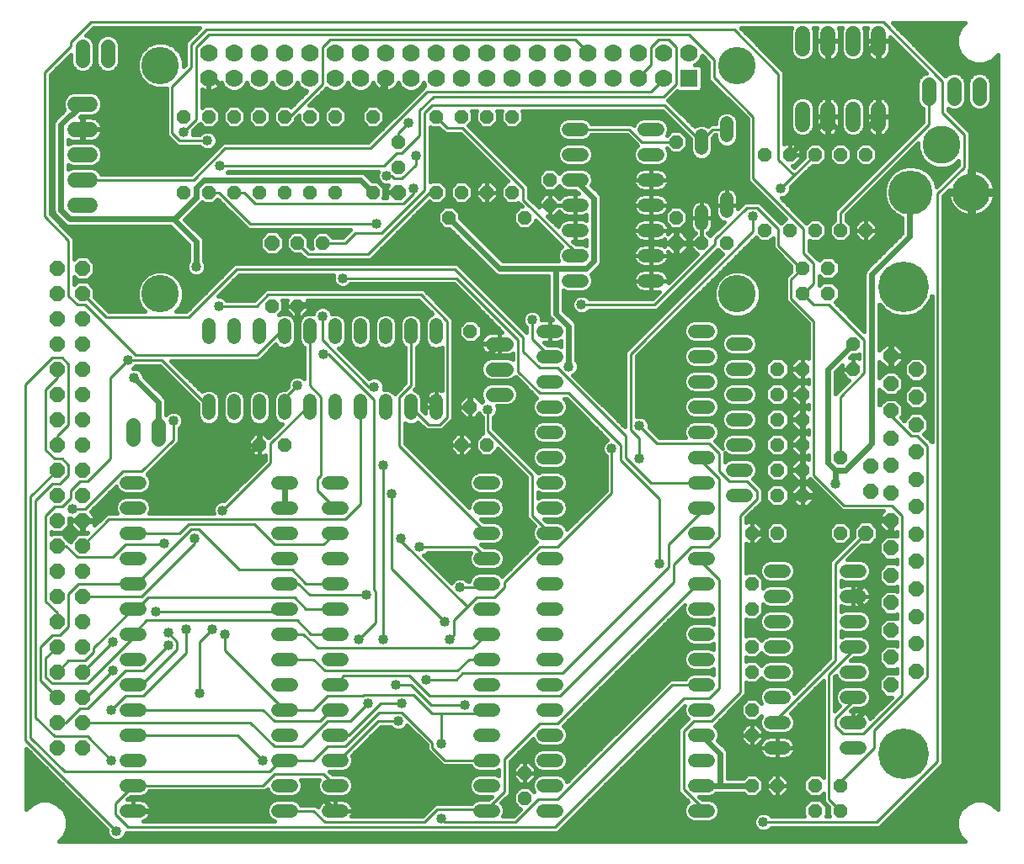
<source format=gbl>
G75*
%MOIN*%
%OFA0B0*%
%FSLAX24Y24*%
%IPPOS*%
%LPD*%
%AMOC8*
5,1,8,0,0,1.08239X$1,22.5*
%
%ADD10OC8,0.0520*%
%ADD11C,0.0520*%
%ADD12C,0.0560*%
%ADD13OC8,0.0560*%
%ADD14C,0.0600*%
%ADD15OC8,0.0600*%
%ADD16C,0.2000*%
%ADD17R,0.0700X0.0700*%
%ADD18C,0.0700*%
%ADD19C,0.1483*%
%ADD20C,0.1750*%
%ADD21C,0.1500*%
%ADD22C,0.0100*%
%ADD23C,0.0400*%
%ADD24C,0.0240*%
%ADD25C,0.0160*%
D10*
X010180Y016680D03*
X011180Y016680D03*
X010680Y022180D03*
X011680Y022180D03*
X011680Y024680D03*
X012680Y024680D03*
X012180Y026680D03*
X011180Y026680D03*
X010180Y026680D03*
X009180Y026680D03*
X008180Y026680D03*
X007180Y026680D03*
X007180Y029680D03*
X008180Y029680D03*
X009180Y029680D03*
X010180Y029680D03*
X011180Y029680D03*
X012180Y029680D03*
X013180Y029680D03*
X014680Y029680D03*
X015680Y028680D03*
X015680Y027680D03*
X014680Y026680D03*
X013180Y026680D03*
X017180Y026680D03*
X018180Y026680D03*
X019180Y026680D03*
X020180Y026680D03*
X020680Y025680D03*
X021680Y026180D03*
X021680Y027180D03*
X020180Y029680D03*
X019180Y029680D03*
X018180Y029680D03*
X017180Y029680D03*
X017680Y025680D03*
X018530Y021180D03*
X018530Y018180D03*
X018180Y016680D03*
X019180Y016680D03*
X027680Y024680D03*
X028680Y024680D03*
X030180Y025180D03*
X031180Y025180D03*
X032180Y025180D03*
X033180Y025180D03*
X034180Y025180D03*
X034180Y028180D03*
X033180Y028180D03*
X032180Y028180D03*
X031180Y028180D03*
X030180Y028180D03*
X026680Y028680D03*
X026680Y025680D03*
X033680Y020680D03*
X033680Y019680D03*
X033180Y016180D03*
X033180Y013180D03*
X030680Y013180D03*
X029680Y013180D03*
X029680Y011180D03*
X029680Y010180D03*
X029680Y008680D03*
X029680Y007680D03*
X029680Y006180D03*
X029680Y005180D03*
X029680Y003180D03*
X030680Y003180D03*
X020680Y002680D03*
X020680Y003680D03*
D11*
X021420Y003180D02*
X021940Y003180D01*
X021940Y004180D02*
X021420Y004180D01*
X021420Y005180D02*
X021940Y005180D01*
X021940Y006180D02*
X021420Y006180D01*
X021420Y007180D02*
X021940Y007180D01*
X021940Y008180D02*
X021420Y008180D01*
X021420Y009180D02*
X021940Y009180D01*
X021940Y010180D02*
X021420Y010180D01*
X021420Y011180D02*
X021940Y011180D01*
X021940Y012180D02*
X021420Y012180D01*
X021420Y013180D02*
X021940Y013180D01*
X021940Y014180D02*
X021420Y014180D01*
X021420Y015180D02*
X021940Y015180D01*
X021940Y016180D02*
X021420Y016180D01*
X021420Y017180D02*
X021940Y017180D01*
X021940Y018180D02*
X021420Y018180D01*
X021420Y019180D02*
X021940Y019180D01*
X021940Y020180D02*
X021420Y020180D01*
X021420Y021180D02*
X021940Y021180D01*
X022420Y023180D02*
X022940Y023180D01*
X022940Y024180D02*
X022420Y024180D01*
X022420Y025180D02*
X022940Y025180D01*
X022940Y026180D02*
X022420Y026180D01*
X022420Y027180D02*
X022940Y027180D01*
X022940Y028180D02*
X022420Y028180D01*
X022420Y029180D02*
X022940Y029180D01*
X025420Y029180D02*
X025940Y029180D01*
X025940Y028180D02*
X025420Y028180D01*
X025420Y027180D02*
X025940Y027180D01*
X025940Y026180D02*
X025420Y026180D01*
X025420Y025180D02*
X025940Y025180D01*
X025940Y024180D02*
X025420Y024180D01*
X025420Y023180D02*
X025940Y023180D01*
X027420Y021180D02*
X027940Y021180D01*
X028920Y020680D02*
X029440Y020680D01*
X029440Y019680D02*
X028920Y019680D01*
X027940Y019180D02*
X027420Y019180D01*
X027420Y020180D02*
X027940Y020180D01*
X028920Y018680D02*
X029440Y018680D01*
X029440Y017680D02*
X028920Y017680D01*
X027940Y018180D02*
X027420Y018180D01*
X027420Y017180D02*
X027940Y017180D01*
X028920Y016680D02*
X029440Y016680D01*
X029440Y015680D02*
X028920Y015680D01*
X028920Y014680D02*
X029440Y014680D01*
X027940Y014180D02*
X027420Y014180D01*
X027420Y013180D02*
X027940Y013180D01*
X027940Y012180D02*
X027420Y012180D01*
X027420Y011180D02*
X027940Y011180D01*
X027940Y010180D02*
X027420Y010180D01*
X027420Y009180D02*
X027940Y009180D01*
X027940Y008180D02*
X027420Y008180D01*
X027420Y007180D02*
X027940Y007180D01*
X027940Y006180D02*
X027420Y006180D01*
X027420Y005180D02*
X027940Y005180D01*
X027940Y004180D02*
X027420Y004180D01*
X027420Y003180D02*
X027940Y003180D01*
X027940Y002180D02*
X027420Y002180D01*
X030420Y004680D02*
X030940Y004680D01*
X030940Y005680D02*
X030420Y005680D01*
X030420Y006680D02*
X030940Y006680D01*
X030940Y007680D02*
X030420Y007680D01*
X030420Y008680D02*
X030940Y008680D01*
X030940Y009680D02*
X030420Y009680D01*
X030420Y010680D02*
X030940Y010680D01*
X030940Y011680D02*
X030420Y011680D01*
X033420Y011680D02*
X033940Y011680D01*
X033940Y010680D02*
X033420Y010680D01*
X033420Y009680D02*
X033940Y009680D01*
X033940Y008680D02*
X033420Y008680D01*
X033420Y007680D02*
X033940Y007680D01*
X033940Y006680D02*
X033420Y006680D01*
X033420Y005680D02*
X033940Y005680D01*
X033940Y004680D02*
X033420Y004680D01*
X021940Y002180D02*
X021420Y002180D01*
X019440Y002180D02*
X018920Y002180D01*
X018920Y003180D02*
X019440Y003180D01*
X019440Y004180D02*
X018920Y004180D01*
X018920Y005180D02*
X019440Y005180D01*
X019440Y006180D02*
X018920Y006180D01*
X018920Y007180D02*
X019440Y007180D01*
X019440Y008180D02*
X018920Y008180D01*
X018920Y009180D02*
X019440Y009180D01*
X019440Y010180D02*
X018920Y010180D01*
X018920Y011180D02*
X019440Y011180D01*
X019440Y012180D02*
X018920Y012180D01*
X018920Y013180D02*
X019440Y013180D01*
X019440Y014180D02*
X018920Y014180D01*
X018920Y015180D02*
X019440Y015180D01*
X017180Y017920D02*
X017180Y018440D01*
X016180Y018440D02*
X016180Y017920D01*
X015180Y017920D02*
X015180Y018440D01*
X014180Y018440D02*
X014180Y017920D01*
X013180Y017920D02*
X013180Y018440D01*
X012180Y018440D02*
X012180Y017920D01*
X011180Y017920D02*
X011180Y018440D01*
X010180Y018440D02*
X010180Y017920D01*
X009180Y017920D02*
X009180Y018440D01*
X008180Y018440D02*
X008180Y017920D01*
X005440Y015180D02*
X004920Y015180D01*
X004920Y014180D02*
X005440Y014180D01*
X005440Y013180D02*
X004920Y013180D01*
X004920Y012180D02*
X005440Y012180D01*
X005440Y011180D02*
X004920Y011180D01*
X004920Y010180D02*
X005440Y010180D01*
X005440Y009180D02*
X004920Y009180D01*
X004920Y008180D02*
X005440Y008180D01*
X005440Y007180D02*
X004920Y007180D01*
X004920Y006180D02*
X005440Y006180D01*
X005440Y005180D02*
X004920Y005180D01*
X004920Y004180D02*
X005440Y004180D01*
X005440Y003180D02*
X004920Y003180D01*
X004920Y002180D02*
X005440Y002180D01*
X010920Y002180D02*
X011440Y002180D01*
X011440Y003180D02*
X010920Y003180D01*
X010920Y004180D02*
X011440Y004180D01*
X011440Y005180D02*
X010920Y005180D01*
X010920Y006180D02*
X011440Y006180D01*
X011440Y007180D02*
X010920Y007180D01*
X010920Y008180D02*
X011440Y008180D01*
X011440Y009180D02*
X010920Y009180D01*
X010920Y010180D02*
X011440Y010180D01*
X011440Y011180D02*
X010920Y011180D01*
X010920Y012180D02*
X011440Y012180D01*
X011440Y013180D02*
X010920Y013180D01*
X010920Y014180D02*
X011440Y014180D01*
X011440Y015180D02*
X010920Y015180D01*
X012920Y015180D02*
X013440Y015180D01*
X013440Y014180D02*
X012920Y014180D01*
X012920Y013180D02*
X013440Y013180D01*
X013440Y012180D02*
X012920Y012180D01*
X012920Y011180D02*
X013440Y011180D01*
X013440Y010180D02*
X012920Y010180D01*
X012920Y009180D02*
X013440Y009180D01*
X013440Y008180D02*
X012920Y008180D01*
X012920Y007180D02*
X013440Y007180D01*
X013440Y006180D02*
X012920Y006180D01*
X012920Y005180D02*
X013440Y005180D01*
X013440Y004180D02*
X012920Y004180D01*
X012920Y003180D02*
X013440Y003180D01*
X013440Y002180D02*
X012920Y002180D01*
X027420Y015180D02*
X027940Y015180D01*
X027940Y016180D02*
X027420Y016180D01*
X017180Y020920D02*
X017180Y021440D01*
X016180Y021440D02*
X016180Y020920D01*
X015180Y020920D02*
X015180Y021440D01*
X014180Y021440D02*
X014180Y020920D01*
X013180Y020920D02*
X013180Y021440D01*
X012180Y021440D02*
X012180Y020920D01*
X011180Y020920D02*
X011180Y021440D01*
X010180Y021440D02*
X010180Y020920D01*
X009180Y020920D02*
X009180Y021440D01*
X008180Y021440D02*
X008180Y020920D01*
X027680Y025420D02*
X027680Y025940D01*
X028680Y025920D02*
X028680Y026440D01*
X027680Y028420D02*
X027680Y028940D01*
X028680Y028920D02*
X028680Y029440D01*
D12*
X036680Y030400D02*
X036680Y030960D01*
X037680Y030960D02*
X037680Y030400D01*
X038680Y030400D02*
X038680Y030960D01*
X019960Y020680D02*
X019400Y020680D01*
X019400Y019680D02*
X019960Y019680D01*
X019960Y018680D02*
X019400Y018680D01*
X006180Y017460D02*
X006180Y016900D01*
X005180Y016900D02*
X005180Y017460D01*
X004180Y031900D02*
X004180Y032460D01*
X003180Y032460D02*
X003180Y031900D01*
D13*
X030680Y019680D03*
X031680Y019680D03*
X031680Y018680D03*
X030680Y018680D03*
X030680Y017680D03*
X031680Y017680D03*
X031680Y016680D03*
X030680Y016680D03*
X030680Y015680D03*
X030680Y014680D03*
X031680Y014680D03*
X031680Y015680D03*
X031680Y022680D03*
X031680Y023680D03*
X032680Y023680D03*
X032680Y022680D03*
X032180Y003180D03*
X033180Y003180D03*
X033180Y002180D03*
X032180Y002180D03*
D14*
X003480Y026180D02*
X002880Y026180D01*
X002880Y027180D02*
X003480Y027180D01*
X003480Y028180D02*
X002880Y028180D01*
X002880Y029180D02*
X003480Y029180D01*
X003480Y030180D02*
X002880Y030180D01*
X031680Y029980D02*
X031680Y029380D01*
X032680Y029380D02*
X032680Y029980D01*
X033680Y029980D02*
X033680Y029380D01*
X034680Y029380D02*
X034680Y029980D01*
X034680Y032380D02*
X034680Y032980D01*
X033680Y032980D02*
X033680Y032380D01*
X032680Y032380D02*
X032680Y032980D01*
X031680Y032980D02*
X031680Y032380D01*
D15*
X026680Y024680D03*
X035180Y020200D03*
X036180Y019660D03*
X035180Y019110D03*
X036180Y018570D03*
X035180Y018030D03*
X036180Y017480D03*
X035180Y016940D03*
X036180Y016400D03*
X035180Y015850D03*
X034380Y015830D03*
X034380Y014830D03*
X035180Y014770D03*
X036180Y015310D03*
X036180Y014220D03*
X035180Y013680D03*
X036180Y013140D03*
X035180Y012590D03*
X036180Y012050D03*
X035180Y011510D03*
X036180Y010960D03*
X035180Y010420D03*
X036180Y009880D03*
X035180Y009330D03*
X036180Y008790D03*
X035180Y008250D03*
X036180Y007700D03*
X035180Y007160D03*
X034180Y013180D03*
X015680Y026680D03*
X010680Y024680D03*
X003180Y023680D03*
X003180Y022680D03*
X002180Y022680D03*
X002180Y023680D03*
X002180Y021680D03*
X003180Y021680D03*
X003180Y020680D03*
X002180Y020680D03*
X002180Y019680D03*
X003180Y019680D03*
X003180Y018680D03*
X002180Y018680D03*
X002180Y017680D03*
X003180Y017680D03*
X003180Y016680D03*
X002180Y016680D03*
X002180Y015680D03*
X002180Y014680D03*
X003180Y014680D03*
X003180Y015680D03*
X003180Y013680D03*
X002180Y013680D03*
X002180Y012680D03*
X003180Y012680D03*
X003180Y011680D03*
X002180Y011680D03*
X002180Y010680D03*
X003180Y010680D03*
X003180Y009680D03*
X002180Y009680D03*
X002180Y008680D03*
X002180Y007680D03*
X003180Y007680D03*
X003180Y008680D03*
X003180Y006680D03*
X002180Y006680D03*
X002180Y005680D03*
X003180Y005680D03*
X003180Y004680D03*
X002180Y004680D03*
D16*
X035680Y004420D03*
X035680Y022940D03*
D17*
X027180Y031208D03*
D18*
X026180Y031208D03*
X026180Y032208D03*
X027180Y032208D03*
X025180Y032208D03*
X024180Y032208D03*
X023180Y032208D03*
X022180Y032208D03*
X021180Y032208D03*
X020180Y032208D03*
X019180Y032208D03*
X018180Y032208D03*
X017180Y032208D03*
X016180Y032208D03*
X015180Y032208D03*
X014180Y032208D03*
X013180Y032208D03*
X012180Y032208D03*
X011180Y032208D03*
X010180Y032208D03*
X009180Y032208D03*
X008180Y032208D03*
X008180Y031208D03*
X009180Y031208D03*
X010180Y031208D03*
X011180Y031208D03*
X012180Y031208D03*
X013180Y031208D03*
X014180Y031208D03*
X015180Y031208D03*
X016180Y031208D03*
X017180Y031208D03*
X018180Y031208D03*
X019180Y031208D03*
X020180Y031208D03*
X021180Y031208D03*
X022180Y031208D03*
X023180Y031208D03*
X024180Y031208D03*
X025180Y031208D03*
D19*
X029097Y031708D03*
X029097Y022652D03*
X006263Y022652D03*
X006263Y031708D03*
D20*
X035960Y026680D03*
D21*
X037180Y028570D03*
X038361Y026680D03*
D22*
X038080Y027680D02*
X037030Y026630D01*
X037030Y004130D01*
X034630Y001730D01*
X030130Y001730D01*
X027680Y002180D02*
X027680Y002330D01*
X026980Y003030D01*
X026980Y005330D01*
X027380Y005730D01*
X028080Y005730D01*
X029230Y006880D01*
X029230Y013880D01*
X029880Y014530D01*
X029880Y014830D01*
X029480Y015230D01*
X028780Y015230D01*
X028380Y015630D01*
X028380Y016330D01*
X027980Y016730D01*
X025930Y016730D01*
X025230Y017430D01*
X024880Y017280D02*
X024880Y020280D01*
X029730Y025130D01*
X029730Y025730D01*
X029880Y026080D02*
X029480Y026080D01*
X028230Y024830D01*
X028230Y024630D01*
X025830Y022230D01*
X022930Y022230D01*
X020980Y021630D02*
X020980Y020880D01*
X021680Y020180D01*
X021980Y019730D02*
X021280Y019730D01*
X020630Y020380D01*
X020630Y020930D01*
X017930Y023630D01*
X009280Y023630D01*
X007380Y021730D01*
X004130Y021730D01*
X003180Y022680D01*
X002980Y022230D02*
X002630Y022580D01*
X002630Y024780D01*
X001680Y025730D01*
X001680Y031430D01*
X002730Y032480D01*
X002730Y032630D01*
X003530Y033430D01*
X034880Y033430D01*
X037230Y031080D01*
X037230Y029830D01*
X038080Y028980D01*
X038080Y027680D01*
X036680Y029380D02*
X033180Y025880D01*
X033180Y025180D01*
X031730Y025230D02*
X031730Y024280D01*
X032130Y023880D01*
X032130Y023080D01*
X031730Y022680D01*
X031680Y022680D01*
X032130Y022230D01*
X032730Y022230D01*
X034130Y020830D01*
X034130Y019530D01*
X033180Y018580D01*
X033180Y016180D01*
X032130Y015480D02*
X032130Y021580D01*
X031230Y022480D01*
X031230Y023230D01*
X031680Y023680D01*
X031630Y023680D01*
X030730Y024580D01*
X030730Y025230D01*
X029880Y026080D01*
X030830Y026830D02*
X031355Y027355D01*
X030730Y027980D01*
X030730Y031380D01*
X028980Y033130D01*
X008080Y033130D01*
X007480Y032530D01*
X007480Y031630D01*
X006730Y030880D01*
X006730Y029030D01*
X007030Y028730D01*
X008130Y028730D01*
X008830Y028430D02*
X014580Y028430D01*
X016830Y030680D01*
X025680Y030680D01*
X026180Y031180D01*
X026180Y031208D01*
X026680Y030980D02*
X026680Y032430D01*
X026380Y032730D01*
X025980Y032730D01*
X025680Y032430D01*
X025680Y031730D01*
X025180Y031230D01*
X025180Y031208D01*
X026180Y030480D02*
X026680Y030980D01*
X026180Y030480D02*
X017080Y030480D01*
X016530Y029930D01*
X016530Y028930D01*
X015830Y028230D01*
X015630Y028230D01*
X015130Y027730D01*
X008630Y027730D01*
X008830Y028430D02*
X007580Y027180D01*
X003180Y027180D01*
X007180Y029080D02*
X007680Y029580D01*
X007680Y032430D01*
X008180Y032930D01*
X027180Y032930D01*
X028180Y031930D01*
X028180Y031230D01*
X029730Y029680D01*
X029730Y027230D01*
X031730Y025230D01*
X031355Y027355D02*
X032180Y028180D01*
X028680Y029180D02*
X028130Y029180D01*
X027680Y028730D01*
X027680Y028680D01*
X026230Y030130D01*
X017030Y030130D01*
X016730Y029830D01*
X016730Y026780D01*
X015030Y025080D01*
X013980Y025080D01*
X013580Y024680D01*
X012680Y024680D01*
X012130Y024230D02*
X011680Y024680D01*
X012130Y024230D02*
X014480Y024230D01*
X016930Y026680D01*
X017180Y026680D01*
X016280Y026630D02*
X015880Y026230D01*
X010030Y026230D01*
X009580Y026680D01*
X009180Y026680D01*
X008580Y026680D02*
X009830Y025430D01*
X014830Y025430D01*
X016280Y026630D02*
X016280Y026830D01*
X015830Y027230D02*
X016380Y027780D01*
X016380Y028130D01*
X015680Y028680D02*
X015680Y029030D01*
X016080Y029430D01*
X017180Y029680D02*
X017630Y029230D01*
X018230Y029230D01*
X020630Y026830D01*
X020630Y026380D01*
X022680Y024330D01*
X022680Y024180D01*
X020430Y020830D02*
X017980Y023280D01*
X013480Y023280D01*
X012680Y021780D02*
X012680Y020830D01*
X014530Y018980D01*
X014730Y018980D01*
X014730Y018480D02*
X014730Y010930D01*
X014780Y010880D01*
X014780Y009630D01*
X014130Y008980D01*
X013180Y009180D02*
X012230Y009180D01*
X011680Y009730D01*
X005730Y009730D01*
X005180Y009180D01*
X005180Y009030D01*
X003380Y007230D01*
X001980Y007230D01*
X001730Y007480D01*
X001730Y008230D01*
X002180Y008680D01*
X002630Y008130D02*
X002180Y007680D01*
X002630Y008130D02*
X003280Y008130D01*
X003630Y008480D01*
X003630Y008630D01*
X005180Y010180D01*
X005330Y010180D01*
X005780Y010630D01*
X011580Y010630D01*
X012030Y010180D01*
X013180Y010180D01*
X012180Y010730D02*
X014430Y010730D01*
X013180Y011180D02*
X012030Y011180D01*
X011480Y011730D01*
X009380Y011730D01*
X007780Y013330D01*
X007480Y013330D01*
X005330Y011180D01*
X005180Y011180D01*
X003030Y011180D01*
X002630Y010780D01*
X002630Y009480D01*
X002280Y009130D01*
X001980Y009130D01*
X001530Y008680D01*
X001530Y007330D01*
X002180Y006680D01*
X003180Y006680D02*
X003330Y006680D01*
X004380Y007730D01*
X004880Y007730D02*
X005580Y007730D01*
X006580Y008730D01*
X006930Y008880D02*
X006580Y009230D01*
X006930Y008880D02*
X006930Y008580D01*
X005530Y007180D01*
X005180Y007180D01*
X004880Y006730D02*
X005580Y006730D01*
X007280Y008430D01*
X007280Y009380D01*
X007830Y008880D02*
X008330Y009380D01*
X008830Y009180D02*
X008830Y008530D01*
X011180Y006180D01*
X012330Y006180D01*
X012880Y006730D01*
X014280Y006730D01*
X014330Y006780D01*
X016280Y006780D01*
X017030Y006030D01*
X017380Y006030D01*
X017380Y004830D01*
X017030Y004880D02*
X017030Y004680D01*
X017530Y004180D01*
X019180Y004180D01*
X019880Y004230D02*
X019880Y002930D01*
X019180Y002230D01*
X019180Y002180D01*
X019130Y002230D01*
X017230Y002230D01*
X016730Y001730D01*
X012780Y001730D01*
X012330Y002180D01*
X011180Y002180D01*
X010330Y003180D02*
X010780Y003630D01*
X012730Y003630D01*
X013180Y003180D01*
X013180Y004180D02*
X013330Y004180D01*
X014880Y005730D01*
X015680Y005730D01*
X015830Y006080D02*
X017030Y004880D01*
X017380Y006030D02*
X019030Y006030D01*
X019180Y006180D01*
X018330Y006380D02*
X016980Y006380D01*
X016180Y007180D01*
X015580Y007180D01*
X016130Y007530D02*
X013530Y007530D01*
X013180Y007180D01*
X012780Y007730D02*
X018030Y007730D01*
X018480Y008180D01*
X019180Y008180D01*
X018630Y008630D02*
X019180Y009180D01*
X018630Y008630D02*
X012480Y008630D01*
X011930Y009180D01*
X011180Y009180D01*
X011080Y010080D02*
X011180Y010180D01*
X011080Y010080D02*
X006080Y010080D01*
X005530Y010680D02*
X003180Y010680D01*
X002180Y010030D02*
X001730Y010480D01*
X001730Y013880D01*
X002080Y014230D01*
X002380Y014230D01*
X002730Y014580D01*
X002730Y014880D01*
X003080Y015230D01*
X003380Y015230D01*
X004280Y016130D01*
X004280Y019330D01*
X004980Y020030D01*
X006330Y020030D01*
X008180Y018180D01*
X006780Y017630D02*
X006780Y016880D01*
X005530Y015630D01*
X004780Y015630D01*
X003280Y014130D01*
X002780Y014130D01*
X002280Y015130D02*
X001980Y015130D01*
X001330Y014480D01*
X001330Y005880D01*
X002080Y005130D01*
X003380Y005130D01*
X004330Y004180D01*
X005180Y003180D02*
X004480Y002480D01*
X004480Y002030D01*
X004980Y001530D01*
X021880Y001530D01*
X026980Y006630D01*
X027980Y006630D01*
X028380Y007030D01*
X028380Y011330D01*
X027680Y012030D01*
X027680Y012180D01*
X027980Y012630D02*
X027280Y012630D01*
X026580Y011930D01*
X026580Y011230D01*
X022080Y006730D01*
X016930Y006730D01*
X016130Y007530D01*
X016780Y007380D02*
X017980Y007380D01*
X018230Y007630D01*
X022180Y007630D01*
X026380Y011830D01*
X026380Y012730D01*
X027680Y014030D01*
X027680Y014180D01*
X027680Y015180D02*
X025680Y015180D01*
X024680Y016180D01*
X024680Y017030D01*
X021980Y019730D01*
X022430Y018730D02*
X021280Y018730D01*
X020430Y019580D01*
X020430Y020830D01*
X017630Y021580D02*
X017630Y017780D01*
X017330Y017480D01*
X016880Y017480D01*
X016180Y018180D01*
X015730Y018580D02*
X015730Y016630D01*
X019180Y013180D01*
X018730Y012630D02*
X019180Y012180D01*
X018730Y012630D02*
X016530Y012630D01*
X015780Y012880D02*
X018405Y010255D01*
X018780Y010630D01*
X019480Y010630D01*
X019880Y011030D01*
X019880Y011230D01*
X021280Y012630D01*
X021980Y012630D01*
X024130Y014780D01*
X024130Y016530D01*
X024480Y016680D02*
X024480Y016080D01*
X026030Y014530D01*
X026030Y011980D01*
X027530Y011180D02*
X021980Y005630D01*
X021280Y005630D01*
X019880Y004230D01*
X021230Y002630D02*
X020330Y001730D01*
X017530Y001730D01*
X017380Y001880D01*
X021230Y002630D02*
X021980Y002630D01*
X026530Y007180D01*
X027680Y007180D01*
X030680Y005830D02*
X032980Y008130D01*
X032980Y011980D01*
X034180Y013180D01*
X033330Y014280D02*
X032130Y015480D01*
X033330Y014280D02*
X035230Y014280D01*
X035630Y013880D01*
X035630Y006780D01*
X034080Y005230D01*
X033280Y005230D01*
X032980Y005530D01*
X032980Y005830D01*
X033680Y006530D01*
X033680Y006680D01*
X032730Y007580D02*
X032730Y002630D01*
X033180Y002180D01*
X033180Y003180D02*
X033180Y003330D01*
X034530Y004680D01*
X034530Y005380D01*
X036630Y007480D01*
X036630Y016630D01*
X036230Y017030D01*
X035980Y017030D01*
X035180Y017830D01*
X035180Y018030D01*
X028380Y015330D02*
X028380Y013030D01*
X027980Y012630D01*
X027680Y011180D02*
X027530Y011180D01*
X028380Y015330D02*
X027680Y016030D01*
X027680Y016180D01*
X025230Y016130D02*
X025230Y016930D01*
X024880Y017280D01*
X024480Y016680D02*
X022430Y018730D01*
X019230Y018080D02*
X019230Y017230D01*
X020980Y015480D01*
X020980Y013880D01*
X021680Y013180D01*
X019180Y011180D02*
X019030Y011030D01*
X018130Y011030D01*
X018405Y010255D02*
X017880Y009730D01*
X017880Y009130D01*
X017730Y008980D01*
X017530Y009680D02*
X015430Y011780D01*
X015430Y014730D01*
X015080Y015880D02*
X015080Y008980D01*
X012780Y007730D02*
X012330Y008180D01*
X011180Y008180D01*
X010330Y006180D02*
X010780Y005730D01*
X012580Y005730D01*
X013030Y006180D01*
X013180Y006180D01*
X012880Y005730D02*
X013780Y005730D01*
X014480Y006430D01*
X014980Y006430D02*
X013730Y005180D01*
X013180Y005180D01*
X012880Y004730D02*
X013580Y004730D01*
X014930Y006080D01*
X015830Y006080D01*
X015830Y006430D02*
X014980Y006430D01*
X012880Y005730D02*
X011880Y004730D01*
X010780Y004730D01*
X009830Y005680D01*
X003180Y005680D01*
X003080Y006230D02*
X003380Y006230D01*
X004880Y007730D01*
X004880Y006730D02*
X004330Y006180D01*
X005180Y006180D02*
X010330Y006180D01*
X009330Y005180D02*
X010330Y004180D01*
X010580Y003730D02*
X011030Y004180D01*
X011180Y004180D01*
X012330Y004180D01*
X012880Y004730D01*
X010580Y003730D02*
X002480Y003730D01*
X001130Y005080D01*
X001130Y014630D01*
X002180Y015680D01*
X002630Y015480D02*
X002280Y015130D01*
X002630Y015480D02*
X002630Y015880D01*
X002380Y016130D01*
X002080Y016130D01*
X001730Y016480D01*
X001730Y018880D01*
X002180Y019330D01*
X002180Y019680D01*
X001980Y020130D02*
X000930Y019080D01*
X000930Y004980D01*
X004530Y001380D01*
X005180Y003180D02*
X010330Y003180D01*
X009330Y005180D02*
X005180Y005180D01*
X003080Y006230D02*
X002530Y005680D01*
X002180Y005680D01*
X003180Y007680D02*
X004380Y008880D01*
X005530Y010680D02*
X007630Y012780D01*
X007630Y012980D01*
X007380Y013530D02*
X009980Y013530D01*
X010780Y012730D01*
X012730Y012730D01*
X013180Y013180D01*
X013580Y013730D02*
X004230Y013730D01*
X003180Y012680D01*
X002980Y012230D02*
X004380Y012230D01*
X004880Y012730D01*
X006380Y012730D01*
X006430Y012780D01*
X007030Y013180D02*
X007380Y013530D01*
X007030Y013180D02*
X005180Y013180D01*
X002980Y012230D02*
X002530Y012680D01*
X002180Y012680D01*
X002180Y010030D02*
X002180Y009680D01*
X007830Y008880D02*
X007830Y006830D01*
X012180Y010730D02*
X011730Y011180D01*
X011180Y011180D01*
X013580Y013730D02*
X014180Y014330D01*
X014180Y018180D01*
X014730Y018480D02*
X012930Y020280D01*
X012730Y020280D01*
X012180Y021180D02*
X012180Y019030D01*
X012630Y018580D01*
X012630Y015480D01*
X012480Y015330D01*
X012480Y014880D01*
X013180Y014180D01*
X015780Y012980D02*
X015780Y012880D01*
X010630Y015980D02*
X008730Y014080D01*
X010630Y015980D02*
X010630Y016730D01*
X012080Y018180D01*
X012180Y018180D01*
X011680Y019030D02*
X011180Y018530D01*
X011180Y018180D01*
X010080Y020230D02*
X005280Y020230D01*
X003280Y022230D01*
X002980Y022230D01*
X002380Y020130D02*
X001980Y020130D01*
X002380Y020130D02*
X002630Y019880D01*
X002630Y017480D01*
X002180Y017030D01*
X002180Y016680D01*
X008580Y022180D02*
X010080Y022180D01*
X010530Y022630D01*
X016580Y022630D01*
X017630Y021580D01*
X016180Y021180D02*
X016180Y019030D01*
X015730Y018580D01*
X011180Y021180D02*
X011030Y021180D01*
X010080Y020230D01*
X008580Y026680D02*
X008180Y026680D01*
X011180Y029680D02*
X011380Y029680D01*
X012680Y030980D01*
X012680Y032430D01*
X012980Y032730D01*
X022680Y032730D01*
X023180Y032230D01*
X023180Y032208D01*
X022680Y029180D02*
X024830Y029180D01*
X025330Y028680D01*
X026680Y028680D01*
X036680Y029380D02*
X036680Y030680D01*
X015830Y027230D02*
X015530Y027230D01*
X015430Y027330D01*
X015230Y027330D01*
X033680Y008680D02*
X033680Y008530D01*
X032730Y007580D01*
X030680Y005830D02*
X030680Y005680D01*
D23*
X030130Y001730D03*
X018330Y006380D03*
X016780Y007380D03*
X015580Y007180D03*
X015830Y006430D03*
X015680Y005730D03*
X014480Y006430D03*
X014130Y008980D03*
X015080Y008980D03*
X014430Y010730D03*
X016530Y012630D03*
X015780Y012980D03*
X015430Y014730D03*
X015080Y015880D03*
X014730Y018980D03*
X012730Y020280D03*
X012680Y021780D03*
X013480Y023280D03*
X014830Y025430D03*
X016280Y026830D03*
X015230Y027330D03*
X016380Y028130D03*
X016080Y029430D03*
X014430Y028780D03*
X008630Y027730D03*
X008130Y028730D03*
X007180Y029080D03*
X007680Y023730D03*
X008580Y022180D03*
X005230Y019330D03*
X004980Y020030D03*
X006780Y017630D03*
X008730Y014080D03*
X007630Y012980D03*
X006430Y012780D03*
X006080Y010080D03*
X006580Y009230D03*
X006580Y008730D03*
X007280Y009380D03*
X008330Y009380D03*
X008830Y009180D03*
X007830Y006830D03*
X004330Y006180D03*
X004380Y007730D03*
X004380Y008880D03*
X004330Y004180D03*
X004530Y001380D03*
X010330Y004180D03*
X017380Y004830D03*
X017380Y001880D03*
X017730Y008980D03*
X017530Y009680D03*
X018130Y011030D03*
X024130Y016530D03*
X025230Y016130D03*
X025230Y017430D03*
X022430Y019780D03*
X020980Y021630D03*
X022930Y022230D03*
X019230Y018080D03*
X011680Y019030D03*
X002780Y014130D03*
X026030Y011980D03*
X032980Y015130D03*
X029730Y025730D03*
X030830Y026830D03*
D24*
X031180Y028180D02*
X031830Y028830D01*
X031880Y028830D01*
X032680Y029630D01*
X032680Y029680D01*
X032680Y031830D01*
X033880Y031830D01*
X034230Y032180D01*
X034230Y032230D01*
X034680Y032680D01*
X032680Y032680D02*
X032680Y031830D01*
X032680Y029680D02*
X032730Y029530D01*
X033430Y028830D01*
X033880Y028830D01*
X034230Y029180D01*
X034230Y029230D01*
X034680Y029680D01*
X035930Y026680D02*
X035960Y026680D01*
X035930Y026680D02*
X035930Y024930D01*
X034430Y023430D01*
X034430Y016730D01*
X033380Y015680D01*
X032980Y015680D01*
X032680Y015980D01*
X032680Y019680D01*
X033680Y020680D01*
X031680Y018680D02*
X031680Y017680D01*
X031680Y016680D01*
X031680Y015680D01*
X031680Y014680D01*
X031780Y014630D01*
X032580Y014630D01*
X033480Y013730D01*
X035080Y013730D01*
X035180Y013680D01*
X035180Y013330D01*
X034430Y012580D01*
X034430Y011480D01*
X033730Y010780D01*
X033680Y010680D01*
X034430Y009930D01*
X034430Y006430D01*
X033680Y005680D01*
X029680Y003180D02*
X028430Y003180D01*
X028430Y004430D01*
X027680Y005180D01*
X027680Y003180D02*
X028430Y003180D01*
X029680Y013180D02*
X029980Y013180D01*
X031480Y014680D01*
X031680Y014680D01*
X032980Y015130D02*
X032980Y015680D01*
X023430Y023980D02*
X023130Y023680D01*
X021930Y023680D01*
X021930Y021880D01*
X022430Y021380D01*
X022430Y019780D01*
X019680Y020680D02*
X018530Y019530D01*
X018530Y018180D01*
X017180Y018180D02*
X016680Y018680D01*
X016680Y021630D01*
X016080Y022230D01*
X011780Y022230D01*
X011680Y022180D01*
X011680Y020730D01*
X010680Y019730D01*
X010680Y017730D01*
X010180Y017230D01*
X010180Y016680D01*
X010080Y016630D01*
X008130Y014680D01*
X004730Y014680D01*
X003730Y013680D01*
X003180Y013680D01*
X006180Y017180D02*
X006180Y018380D01*
X005230Y019330D01*
X007680Y023730D02*
X007680Y024730D01*
X006880Y025530D01*
X006830Y025630D01*
X007680Y026480D01*
X007680Y026880D01*
X007980Y027180D01*
X014180Y027180D01*
X014680Y026680D01*
X014430Y028780D02*
X013705Y029505D01*
X015180Y030980D01*
X015180Y031208D01*
X013705Y029505D02*
X013380Y029180D01*
X009980Y029180D01*
X009680Y029480D01*
X009680Y029880D01*
X008380Y031180D01*
X008180Y031180D01*
X008180Y031208D01*
X003180Y030180D02*
X002730Y029730D01*
X002680Y029730D01*
X002330Y029380D01*
X002330Y025980D01*
X002680Y025630D01*
X006830Y025630D01*
X017680Y025680D02*
X019680Y023680D01*
X021930Y023680D01*
X023430Y023980D02*
X023430Y026430D01*
X022680Y027180D01*
X025680Y025180D02*
X025680Y024680D01*
X026680Y024680D01*
X027680Y024680D01*
X025680Y024680D02*
X025680Y024180D01*
X011180Y015180D02*
X011180Y014180D01*
X010730Y002680D02*
X012680Y002680D01*
X013180Y002180D01*
X010730Y002680D02*
X010230Y002180D01*
X005180Y002180D01*
D25*
X002447Y001167D02*
X002240Y000960D01*
X038120Y000960D01*
X037913Y001167D01*
X037775Y001500D01*
X037775Y001860D01*
X037913Y002193D01*
X038167Y002447D01*
X038500Y002585D01*
X038860Y002585D01*
X039193Y002447D01*
X039400Y002240D01*
X039400Y032120D01*
X039193Y031913D01*
X038860Y031775D01*
X038500Y031775D01*
X038167Y031913D01*
X037913Y032167D01*
X037775Y032500D01*
X037775Y032860D01*
X037913Y033193D01*
X038120Y033400D01*
X035235Y033400D01*
X037325Y031310D01*
X037352Y031283D01*
X037419Y031350D01*
X037588Y031420D01*
X037771Y031420D01*
X037941Y031350D01*
X038070Y031221D01*
X038140Y031051D01*
X038140Y030308D01*
X038070Y030139D01*
X037941Y030010D01*
X037771Y029940D01*
X037588Y029940D01*
X037460Y029993D01*
X037460Y029925D01*
X038175Y029210D01*
X039400Y029210D01*
X039400Y029052D02*
X038310Y029052D01*
X038310Y029075D02*
X038175Y029210D01*
X038310Y029075D02*
X038310Y027585D01*
X038281Y027556D01*
X038281Y026760D01*
X038281Y026600D01*
X037434Y026600D01*
X037443Y026524D01*
X037466Y026422D01*
X037501Y026324D01*
X037546Y026229D01*
X037601Y026141D01*
X037667Y026059D01*
X037740Y025985D01*
X037822Y025920D01*
X037911Y025865D01*
X038005Y025819D01*
X038103Y025785D01*
X038205Y025762D01*
X038281Y025753D01*
X038281Y026600D01*
X038441Y026600D01*
X038441Y025753D01*
X038517Y025762D01*
X038619Y025785D01*
X038718Y025819D01*
X038812Y025865D01*
X038900Y025920D01*
X038982Y025985D01*
X039056Y026059D01*
X039121Y026141D01*
X039176Y026229D01*
X039222Y026324D01*
X039256Y026422D01*
X039279Y026524D01*
X039288Y026600D01*
X038441Y026600D01*
X038441Y026760D01*
X038281Y026760D01*
X037485Y026760D01*
X037260Y026535D01*
X037260Y004035D01*
X034860Y001635D01*
X034725Y001500D01*
X030437Y001500D01*
X030345Y001408D01*
X030206Y001350D01*
X030054Y001350D01*
X029915Y001408D01*
X029808Y001515D01*
X029750Y001654D01*
X029750Y001806D01*
X029808Y001945D01*
X029915Y002052D01*
X030054Y002110D01*
X030206Y002110D01*
X030345Y002052D01*
X030437Y001960D01*
X031749Y001960D01*
X031720Y001989D01*
X031720Y002371D01*
X031989Y002640D01*
X032371Y002640D01*
X032640Y002371D01*
X032640Y001989D01*
X032611Y001960D01*
X032749Y001960D01*
X032720Y001989D01*
X032720Y002315D01*
X032500Y002535D01*
X032500Y002849D01*
X032371Y002720D01*
X031989Y002720D01*
X031720Y002989D01*
X031720Y003371D01*
X031989Y003640D01*
X032371Y003640D01*
X032500Y003511D01*
X032500Y007325D01*
X031209Y006033D01*
X031313Y005929D01*
X031380Y005768D01*
X031380Y005592D01*
X031313Y005431D01*
X031189Y005307D01*
X031028Y005240D01*
X030332Y005240D01*
X030171Y005307D01*
X030120Y005358D01*
X030120Y005180D01*
X029680Y005180D01*
X029680Y005180D01*
X029680Y005180D01*
X029680Y005620D01*
X029862Y005620D01*
X030044Y005438D01*
X029980Y005592D01*
X029980Y005768D01*
X030044Y005922D01*
X029862Y005740D01*
X029498Y005740D01*
X029240Y005998D01*
X029240Y006362D01*
X029498Y006620D01*
X029862Y006620D01*
X030044Y006438D01*
X029980Y006592D01*
X029980Y006768D01*
X030047Y006929D01*
X030171Y007053D01*
X030332Y007120D01*
X031028Y007120D01*
X031189Y007053D01*
X031313Y006929D01*
X031354Y006830D01*
X032750Y008225D01*
X032750Y012075D01*
X033700Y013025D01*
X033700Y013379D01*
X033981Y013660D01*
X034379Y013660D01*
X034660Y013379D01*
X034660Y012981D01*
X034379Y012700D01*
X034025Y012700D01*
X033445Y012120D01*
X034028Y012120D01*
X034189Y012053D01*
X034313Y011929D01*
X034380Y011768D01*
X034380Y011592D01*
X034313Y011431D01*
X034189Y011307D01*
X034028Y011240D01*
X033332Y011240D01*
X033210Y011291D01*
X033210Y011067D01*
X033251Y011088D01*
X033317Y011109D01*
X033385Y011120D01*
X033680Y011120D01*
X033680Y010680D01*
X033680Y010680D01*
X034380Y010680D01*
X034380Y010715D01*
X034369Y010783D01*
X034348Y010849D01*
X034316Y010911D01*
X034276Y010967D01*
X034227Y011016D01*
X034171Y011056D01*
X034109Y011088D01*
X034043Y011109D01*
X033975Y011120D01*
X033680Y011120D01*
X033680Y010680D01*
X033680Y010680D01*
X034380Y010680D01*
X034380Y010645D01*
X034369Y010577D01*
X034348Y010511D01*
X034316Y010449D01*
X034276Y010393D01*
X034227Y010344D01*
X034171Y010304D01*
X034109Y010272D01*
X034043Y010251D01*
X033975Y010240D01*
X033680Y010240D01*
X033680Y010680D01*
X033680Y010680D01*
X033680Y010240D01*
X033385Y010240D01*
X033317Y010251D01*
X033251Y010272D01*
X033210Y010293D01*
X033210Y010069D01*
X033332Y010120D01*
X034028Y010120D01*
X034189Y010053D01*
X034313Y009929D01*
X034380Y009768D01*
X034380Y009592D01*
X034313Y009431D01*
X034189Y009307D01*
X034028Y009240D01*
X033332Y009240D01*
X033210Y009291D01*
X033210Y009069D01*
X033332Y009120D01*
X034028Y009120D01*
X034189Y009053D01*
X034313Y008929D01*
X034380Y008768D01*
X034380Y008592D01*
X034313Y008431D01*
X034189Y008307D01*
X034028Y008240D01*
X033715Y008240D01*
X033595Y008120D01*
X034028Y008120D01*
X034189Y008053D01*
X034313Y007929D01*
X034380Y007768D01*
X034380Y007592D01*
X034313Y007431D01*
X034189Y007307D01*
X034028Y007240D01*
X033332Y007240D01*
X033171Y007307D01*
X033047Y007431D01*
X033006Y007530D01*
X032960Y007485D01*
X032960Y006135D01*
X033151Y006327D01*
X033047Y006431D01*
X032980Y006592D01*
X032980Y006768D01*
X033047Y006929D01*
X033171Y007053D01*
X033332Y007120D01*
X034028Y007120D01*
X034189Y007053D01*
X034313Y006929D01*
X034380Y006768D01*
X034380Y006592D01*
X034313Y006431D01*
X034189Y006307D01*
X034028Y006240D01*
X033715Y006240D01*
X033595Y006120D01*
X033680Y006120D01*
X033680Y005680D01*
X033680Y005680D01*
X033680Y006120D01*
X033975Y006120D01*
X034043Y006109D01*
X034109Y006088D01*
X034171Y006056D01*
X034227Y006016D01*
X034276Y005967D01*
X034316Y005911D01*
X034348Y005849D01*
X034354Y005829D01*
X035205Y006680D01*
X034981Y006680D01*
X034700Y006961D01*
X034700Y007359D01*
X034981Y007640D01*
X035379Y007640D01*
X035400Y007619D01*
X035400Y007791D01*
X035379Y007770D01*
X034981Y007770D01*
X034700Y008051D01*
X034700Y008449D01*
X034981Y008730D01*
X035379Y008730D01*
X035400Y008709D01*
X035400Y008871D01*
X035379Y008850D01*
X034981Y008850D01*
X034700Y009131D01*
X034700Y009529D01*
X034981Y009810D01*
X035379Y009810D01*
X035400Y009789D01*
X035400Y009961D01*
X035379Y009940D01*
X034981Y009940D01*
X034700Y010221D01*
X034700Y010619D01*
X034981Y010900D01*
X035379Y010900D01*
X035400Y010879D01*
X035400Y011051D01*
X035379Y011030D01*
X034981Y011030D01*
X034700Y011311D01*
X034700Y011709D01*
X034981Y011990D01*
X035379Y011990D01*
X035400Y011969D01*
X035400Y012131D01*
X035379Y012110D01*
X034981Y012110D01*
X034700Y012391D01*
X034700Y012789D01*
X034981Y013070D01*
X035379Y013070D01*
X035400Y013049D01*
X035400Y013221D01*
X035379Y013200D01*
X035200Y013200D01*
X035200Y013660D01*
X035160Y013660D01*
X035160Y013200D01*
X034981Y013200D01*
X034700Y013481D01*
X034700Y013660D01*
X035160Y013660D01*
X035160Y013700D01*
X034700Y013700D01*
X034700Y013879D01*
X034871Y014050D01*
X033235Y014050D01*
X032035Y015250D01*
X031968Y015317D01*
X031871Y015220D01*
X031690Y015220D01*
X031690Y015670D01*
X031670Y015670D01*
X031670Y015220D01*
X031489Y015220D01*
X031220Y015489D01*
X031220Y015670D01*
X031670Y015670D01*
X031670Y015690D01*
X031670Y016140D01*
X031489Y016140D01*
X031220Y015871D01*
X031220Y015690D01*
X031670Y015690D01*
X031690Y015690D01*
X031690Y016140D01*
X031871Y016140D01*
X031900Y016111D01*
X031900Y016249D01*
X031871Y016220D01*
X031690Y016220D01*
X031690Y016670D01*
X031670Y016670D01*
X031670Y016220D01*
X031489Y016220D01*
X031220Y016489D01*
X031220Y016670D01*
X031670Y016670D01*
X031670Y016690D01*
X031670Y017140D01*
X031489Y017140D01*
X031220Y016871D01*
X031220Y016690D01*
X031670Y016690D01*
X031690Y016690D01*
X031690Y017140D01*
X031871Y017140D01*
X031900Y017111D01*
X031900Y017249D01*
X031871Y017220D01*
X031690Y017220D01*
X031690Y017670D01*
X031670Y017670D01*
X031670Y017220D01*
X031489Y017220D01*
X031220Y017489D01*
X031220Y017670D01*
X031670Y017670D01*
X031670Y017690D01*
X031670Y018140D01*
X031489Y018140D01*
X031220Y017871D01*
X031220Y017690D01*
X031670Y017690D01*
X031690Y017690D01*
X031690Y018140D01*
X031871Y018140D01*
X031900Y018111D01*
X031900Y018249D01*
X031871Y018220D01*
X031690Y018220D01*
X031690Y018670D01*
X031670Y018670D01*
X031670Y018220D01*
X031489Y018220D01*
X031220Y018489D01*
X031220Y018670D01*
X031670Y018670D01*
X031670Y018690D01*
X031670Y019140D01*
X031489Y019140D01*
X031220Y018871D01*
X031220Y018690D01*
X031670Y018690D01*
X031690Y018690D01*
X031690Y019140D01*
X031871Y019140D01*
X031900Y019111D01*
X031900Y019249D01*
X031871Y019220D01*
X031690Y019220D01*
X031690Y019670D01*
X031670Y019670D01*
X031670Y019220D01*
X031489Y019220D01*
X031220Y019489D01*
X031220Y019670D01*
X031670Y019670D01*
X031670Y019690D01*
X031670Y020140D01*
X031489Y020140D01*
X031220Y019871D01*
X031220Y019690D01*
X031670Y019690D01*
X031690Y019690D01*
X031690Y020140D01*
X031871Y020140D01*
X031900Y020111D01*
X031900Y021485D01*
X031135Y022250D01*
X031000Y022385D01*
X031000Y023325D01*
X031220Y023545D01*
X031220Y023765D01*
X030500Y024485D01*
X030500Y024878D01*
X030362Y024740D01*
X029998Y024740D01*
X029832Y024906D01*
X025110Y020185D01*
X025110Y017792D01*
X025154Y017810D01*
X025306Y017810D01*
X025445Y017752D01*
X025552Y017645D01*
X025610Y017506D01*
X025610Y017375D01*
X026025Y016960D01*
X027035Y016960D01*
X026980Y017092D01*
X026980Y017268D01*
X027047Y017429D01*
X027171Y017553D01*
X027332Y017620D01*
X028028Y017620D01*
X028189Y017553D01*
X028313Y017429D01*
X028380Y017268D01*
X028380Y017092D01*
X028313Y016931D01*
X028209Y016827D01*
X028210Y016825D01*
X028506Y016529D01*
X028480Y016592D01*
X028480Y016768D01*
X028547Y016929D01*
X028671Y017053D01*
X028832Y017120D01*
X029528Y017120D01*
X029689Y017053D01*
X029813Y016929D01*
X029880Y016768D01*
X029880Y016592D01*
X029813Y016431D01*
X029689Y016307D01*
X029528Y016240D01*
X028832Y016240D01*
X028671Y016307D01*
X028610Y016368D01*
X028610Y015992D01*
X028671Y016053D01*
X028832Y016120D01*
X029528Y016120D01*
X029689Y016053D01*
X029813Y015929D01*
X029880Y015768D01*
X029880Y015592D01*
X029813Y015431D01*
X029709Y015327D01*
X029710Y015325D01*
X030110Y014925D01*
X030110Y014435D01*
X029975Y014300D01*
X029460Y013785D01*
X029460Y013582D01*
X029498Y013620D01*
X029680Y013620D01*
X029680Y013180D01*
X029680Y013180D01*
X030120Y013180D01*
X030120Y013362D01*
X029862Y013620D01*
X029680Y013620D01*
X029680Y013180D01*
X029680Y013180D01*
X030120Y013180D01*
X030120Y012998D01*
X029862Y012740D01*
X029680Y012740D01*
X029680Y013180D01*
X029680Y013180D01*
X029680Y012740D01*
X029498Y012740D01*
X029460Y012778D01*
X029460Y011582D01*
X029498Y011620D01*
X029862Y011620D01*
X030044Y011438D01*
X029980Y011592D01*
X029980Y011768D01*
X030047Y011929D01*
X030171Y012053D01*
X030332Y012120D01*
X031028Y012120D01*
X031189Y012053D01*
X031313Y011929D01*
X031380Y011768D01*
X031380Y011592D01*
X031313Y011431D01*
X031189Y011307D01*
X031028Y011240D01*
X030332Y011240D01*
X030171Y011307D01*
X030120Y011358D01*
X030120Y011002D01*
X030171Y011053D01*
X030332Y011120D01*
X031028Y011120D01*
X031189Y011053D01*
X031313Y010929D01*
X031380Y010768D01*
X031380Y010592D01*
X031313Y010431D01*
X031189Y010307D01*
X031028Y010240D01*
X030332Y010240D01*
X030171Y010307D01*
X030120Y010358D01*
X030120Y010002D01*
X030171Y010053D01*
X030332Y010120D01*
X031028Y010120D01*
X031189Y010053D01*
X031313Y009929D01*
X031380Y009768D01*
X031380Y009592D01*
X031313Y009431D01*
X031189Y009307D01*
X031028Y009240D01*
X030332Y009240D01*
X030171Y009307D01*
X030047Y009431D01*
X029980Y009592D01*
X029980Y009768D01*
X030044Y009922D01*
X029862Y009740D01*
X029498Y009740D01*
X029460Y009778D01*
X029460Y009082D01*
X029498Y009120D01*
X029862Y009120D01*
X030050Y008932D01*
X030171Y009053D01*
X030332Y009120D01*
X031028Y009120D01*
X031189Y009053D01*
X031313Y008929D01*
X031380Y008768D01*
X031380Y008592D01*
X031313Y008431D01*
X031189Y008307D01*
X031028Y008240D01*
X030332Y008240D01*
X030171Y008307D01*
X030050Y008428D01*
X029862Y008240D01*
X029498Y008240D01*
X029460Y008278D01*
X029460Y008082D01*
X029498Y008120D01*
X029862Y008120D01*
X030050Y007932D01*
X030171Y008053D01*
X030332Y008120D01*
X031028Y008120D01*
X031189Y008053D01*
X031313Y007929D01*
X031380Y007768D01*
X031380Y007592D01*
X031313Y007431D01*
X031189Y007307D01*
X031028Y007240D01*
X030332Y007240D01*
X030171Y007307D01*
X030050Y007428D01*
X029862Y007240D01*
X029498Y007240D01*
X029460Y007278D01*
X029460Y006785D01*
X029325Y006650D01*
X028209Y005533D01*
X028313Y005429D01*
X028380Y005268D01*
X028380Y005092D01*
X028325Y004959D01*
X028600Y004684D01*
X028684Y004600D01*
X028730Y004490D01*
X028730Y003480D01*
X029358Y003480D01*
X029498Y003620D01*
X029862Y003620D01*
X030120Y003362D01*
X030120Y002998D01*
X029862Y002740D01*
X029498Y002740D01*
X029358Y002880D01*
X028262Y002880D01*
X028189Y002807D01*
X028028Y002740D01*
X027595Y002740D01*
X027715Y002620D01*
X028028Y002620D01*
X028189Y002553D01*
X028313Y002429D01*
X028380Y002268D01*
X028380Y002092D01*
X028313Y001931D01*
X028189Y001807D01*
X028028Y001740D01*
X027332Y001740D01*
X027171Y001807D01*
X027047Y001931D01*
X026980Y002092D01*
X026980Y002268D01*
X027047Y002429D01*
X027151Y002533D01*
X026885Y002800D01*
X026750Y002935D01*
X026750Y005425D01*
X027150Y005825D01*
X027151Y005827D01*
X027047Y005931D01*
X026980Y006092D01*
X026980Y006268D01*
X027006Y006331D01*
X022110Y001435D01*
X021975Y001300D01*
X004908Y001300D01*
X004852Y001165D01*
X004745Y001058D01*
X004606Y001000D01*
X004454Y001000D01*
X004315Y001058D01*
X004208Y001165D01*
X004150Y001304D01*
X004150Y001435D01*
X000960Y004625D01*
X000960Y002240D01*
X001167Y002447D01*
X001500Y002585D01*
X001860Y002585D01*
X002193Y002447D01*
X002447Y002193D01*
X002585Y001860D01*
X002585Y001500D01*
X002447Y001167D01*
X002435Y001156D02*
X004217Y001156D01*
X004150Y001314D02*
X002508Y001314D01*
X002574Y001473D02*
X004112Y001473D01*
X003954Y001631D02*
X002585Y001631D01*
X002585Y001790D02*
X003795Y001790D01*
X003637Y001948D02*
X002549Y001948D01*
X002483Y002107D02*
X003478Y002107D01*
X003320Y002265D02*
X002375Y002265D01*
X002216Y002424D02*
X003161Y002424D01*
X003003Y002582D02*
X001867Y002582D01*
X001493Y002582D02*
X000960Y002582D01*
X000960Y002424D02*
X001144Y002424D01*
X000985Y002265D02*
X000960Y002265D01*
X000960Y002741D02*
X002844Y002741D01*
X002686Y002899D02*
X000960Y002899D01*
X000960Y003058D02*
X002527Y003058D01*
X002369Y003216D02*
X000960Y003216D01*
X000960Y003375D02*
X002210Y003375D01*
X002052Y003533D02*
X000960Y003533D01*
X000960Y003692D02*
X001893Y003692D01*
X001735Y003850D02*
X000960Y003850D01*
X000960Y004009D02*
X001576Y004009D01*
X001418Y004167D02*
X000960Y004167D01*
X000960Y004326D02*
X001259Y004326D01*
X001101Y004484D02*
X000960Y004484D01*
X004945Y002620D02*
X005065Y002740D01*
X005528Y002740D01*
X005689Y002807D01*
X005813Y002931D01*
X005821Y002950D01*
X010425Y002950D01*
X010506Y003030D01*
X010547Y002931D01*
X010671Y002807D01*
X010832Y002740D01*
X011528Y002740D01*
X011689Y002807D01*
X011813Y002931D01*
X011880Y003092D01*
X011880Y003268D01*
X011825Y003400D01*
X012535Y003400D01*
X012480Y003268D01*
X012480Y003092D01*
X012547Y002931D01*
X012671Y002807D01*
X012832Y002740D01*
X013528Y002740D01*
X013689Y002807D01*
X013813Y002931D01*
X013880Y003092D01*
X013880Y003268D01*
X013813Y003429D01*
X013689Y003553D01*
X013528Y003620D01*
X013065Y003620D01*
X012945Y003740D01*
X013528Y003740D01*
X013689Y003807D01*
X013813Y003931D01*
X013880Y004092D01*
X013880Y004268D01*
X013840Y004365D01*
X014975Y005500D01*
X015373Y005500D01*
X015465Y005408D01*
X015604Y005350D01*
X015756Y005350D01*
X015895Y005408D01*
X016002Y005515D01*
X016022Y005563D01*
X016800Y004785D01*
X016800Y004585D01*
X017300Y004085D01*
X017435Y003950D01*
X018539Y003950D01*
X018547Y003931D01*
X018671Y003807D01*
X018832Y003740D01*
X019528Y003740D01*
X019650Y003791D01*
X019650Y003569D01*
X019528Y003620D01*
X018832Y003620D01*
X018671Y003553D01*
X018547Y003429D01*
X018480Y003268D01*
X018480Y003092D01*
X018547Y002931D01*
X018671Y002807D01*
X018832Y002740D01*
X019365Y002740D01*
X019245Y002620D01*
X018832Y002620D01*
X018671Y002553D01*
X018578Y002460D01*
X017135Y002460D01*
X017000Y002325D01*
X016635Y001960D01*
X013822Y001960D01*
X013848Y002011D01*
X013869Y002077D01*
X013880Y002145D01*
X013880Y002180D01*
X013880Y002215D01*
X013869Y002283D01*
X013848Y002349D01*
X013816Y002411D01*
X013776Y002467D01*
X013727Y002516D01*
X013671Y002556D01*
X013609Y002588D01*
X013543Y002609D01*
X013475Y002620D01*
X013180Y002620D01*
X013180Y002180D01*
X013180Y002180D01*
X013880Y002180D01*
X013180Y002180D01*
X013180Y002180D01*
X013180Y002620D01*
X012885Y002620D01*
X012817Y002609D01*
X012751Y002588D01*
X012689Y002556D01*
X012633Y002516D01*
X012584Y002467D01*
X012544Y002411D01*
X012512Y002349D01*
X012506Y002329D01*
X012425Y002410D01*
X011821Y002410D01*
X011813Y002429D01*
X011689Y002553D01*
X011528Y002620D01*
X010832Y002620D01*
X010671Y002553D01*
X010547Y002429D01*
X010480Y002268D01*
X010480Y002092D01*
X010547Y001931D01*
X010671Y001807D01*
X010784Y001760D01*
X005571Y001760D01*
X005609Y001772D01*
X005671Y001804D01*
X005727Y001844D01*
X005776Y001893D01*
X005816Y001949D01*
X005848Y002011D01*
X005869Y002077D01*
X005880Y002145D01*
X005880Y002180D01*
X005880Y002215D01*
X005869Y002283D01*
X005848Y002349D01*
X005816Y002411D01*
X005776Y002467D01*
X005727Y002516D01*
X005671Y002556D01*
X005609Y002588D01*
X005543Y002609D01*
X005475Y002620D01*
X005180Y002620D01*
X005180Y002180D01*
X005180Y002180D01*
X005880Y002180D01*
X005180Y002180D01*
X005180Y002180D01*
X005180Y002620D01*
X004945Y002620D01*
X005180Y002582D02*
X005180Y002582D01*
X005180Y002424D02*
X005180Y002424D01*
X005180Y002265D02*
X005180Y002265D01*
X005620Y002582D02*
X010741Y002582D01*
X010831Y002741D02*
X005529Y002741D01*
X005781Y002899D02*
X010579Y002899D01*
X010545Y002424D02*
X005807Y002424D01*
X005872Y002265D02*
X010480Y002265D01*
X010480Y002107D02*
X005874Y002107D01*
X005815Y001948D02*
X010540Y001948D01*
X010713Y001790D02*
X005643Y001790D01*
X004843Y001156D02*
X037925Y001156D01*
X037852Y001314D02*
X021989Y001314D01*
X022148Y001473D02*
X029850Y001473D01*
X029760Y001631D02*
X022306Y001631D01*
X022465Y001790D02*
X027213Y001790D01*
X027040Y001948D02*
X022623Y001948D01*
X022782Y002107D02*
X026980Y002107D01*
X026980Y002265D02*
X022940Y002265D01*
X023099Y002424D02*
X027045Y002424D01*
X027103Y002582D02*
X023257Y002582D01*
X023416Y002741D02*
X026944Y002741D01*
X026786Y002899D02*
X023574Y002899D01*
X023733Y003058D02*
X026750Y003058D01*
X026750Y003216D02*
X023891Y003216D01*
X024050Y003375D02*
X026750Y003375D01*
X026750Y003533D02*
X024208Y003533D01*
X024367Y003692D02*
X026750Y003692D01*
X026750Y003850D02*
X024525Y003850D01*
X024684Y004009D02*
X026750Y004009D01*
X026750Y004167D02*
X024842Y004167D01*
X025001Y004326D02*
X026750Y004326D01*
X026750Y004484D02*
X025159Y004484D01*
X025318Y004643D02*
X026750Y004643D01*
X026750Y004801D02*
X025476Y004801D01*
X025635Y004960D02*
X026750Y004960D01*
X026750Y005118D02*
X025793Y005118D01*
X025952Y005277D02*
X026750Y005277D01*
X026760Y005435D02*
X026110Y005435D01*
X026269Y005594D02*
X026918Y005594D01*
X027077Y005752D02*
X026427Y005752D01*
X026586Y005911D02*
X027067Y005911D01*
X026990Y006069D02*
X026744Y006069D01*
X026903Y006228D02*
X026980Y006228D01*
X025886Y006862D02*
X023537Y006862D01*
X023695Y007020D02*
X026045Y007020D01*
X026203Y007179D02*
X023854Y007179D01*
X024012Y007337D02*
X026362Y007337D01*
X026435Y007410D02*
X022354Y003330D01*
X022313Y003429D01*
X022189Y003553D01*
X022028Y003620D01*
X021332Y003620D01*
X021171Y003553D01*
X021120Y003502D01*
X021120Y003680D01*
X021120Y003858D01*
X021171Y003807D01*
X021332Y003740D01*
X022028Y003740D01*
X022189Y003807D01*
X022313Y003931D01*
X022380Y004092D01*
X022380Y004268D01*
X022313Y004429D01*
X022189Y004553D01*
X022028Y004620D01*
X021332Y004620D01*
X021171Y004553D01*
X021047Y004429D01*
X020980Y004268D01*
X020980Y004092D01*
X021044Y003938D01*
X020862Y004120D01*
X020680Y004120D01*
X020680Y003680D01*
X020680Y003680D01*
X021120Y003680D01*
X020680Y003680D01*
X020680Y003680D01*
X020680Y003240D01*
X020862Y003240D01*
X021044Y003422D01*
X020980Y003268D01*
X020980Y003092D01*
X021044Y002938D01*
X020862Y003120D01*
X020498Y003120D01*
X020240Y002862D01*
X020240Y002498D01*
X020498Y002240D01*
X020515Y002240D01*
X020235Y001960D01*
X019825Y001960D01*
X019880Y002092D01*
X019880Y002268D01*
X019813Y002429D01*
X019759Y002483D01*
X020110Y002835D01*
X020110Y003025D01*
X020110Y004135D01*
X021006Y005030D01*
X021047Y004931D01*
X021171Y004807D01*
X021332Y004740D01*
X022028Y004740D01*
X022189Y004807D01*
X022313Y004931D01*
X022380Y005092D01*
X022380Y005268D01*
X022313Y005429D01*
X022209Y005533D01*
X022210Y005535D01*
X027006Y010331D01*
X026980Y010268D01*
X026980Y010092D01*
X027047Y009931D01*
X027171Y009807D01*
X027332Y009740D01*
X028028Y009740D01*
X028150Y009791D01*
X028150Y009569D01*
X028028Y009620D01*
X027332Y009620D01*
X027171Y009553D01*
X027047Y009429D01*
X026980Y009268D01*
X026980Y009092D01*
X027047Y008931D01*
X027171Y008807D01*
X027332Y008740D01*
X028028Y008740D01*
X028150Y008791D01*
X028150Y008569D01*
X028028Y008620D01*
X027332Y008620D01*
X027171Y008553D01*
X027047Y008429D01*
X026980Y008268D01*
X026980Y008092D01*
X027047Y007931D01*
X027171Y007807D01*
X027332Y007740D01*
X028028Y007740D01*
X028150Y007791D01*
X028150Y007569D01*
X028028Y007620D01*
X027332Y007620D01*
X027171Y007553D01*
X027047Y007429D01*
X027039Y007410D01*
X026435Y007410D01*
X027113Y007496D02*
X024171Y007496D01*
X024329Y007654D02*
X028150Y007654D01*
X027165Y007813D02*
X024488Y007813D01*
X024646Y007971D02*
X027030Y007971D01*
X026980Y008130D02*
X024805Y008130D01*
X024963Y008288D02*
X026988Y008288D01*
X027064Y008447D02*
X025122Y008447D01*
X025280Y008605D02*
X027296Y008605D01*
X027276Y008764D02*
X025439Y008764D01*
X025597Y008922D02*
X027056Y008922D01*
X026985Y009081D02*
X025756Y009081D01*
X025914Y009239D02*
X026980Y009239D01*
X027034Y009398D02*
X026073Y009398D01*
X026231Y009556D02*
X027178Y009556D01*
X027105Y009873D02*
X026548Y009873D01*
X026390Y009715D02*
X028150Y009715D01*
X028150Y008764D02*
X028084Y008764D01*
X028064Y008605D02*
X028150Y008605D01*
X029460Y008130D02*
X032654Y008130D01*
X032750Y008288D02*
X031143Y008288D01*
X031320Y008447D02*
X032750Y008447D01*
X032750Y008605D02*
X031380Y008605D01*
X031380Y008764D02*
X032750Y008764D01*
X032750Y008922D02*
X031316Y008922D01*
X031123Y009081D02*
X032750Y009081D01*
X032750Y009239D02*
X029460Y009239D01*
X029460Y009398D02*
X030080Y009398D01*
X029995Y009556D02*
X029460Y009556D01*
X029460Y009715D02*
X029980Y009715D01*
X029995Y009873D02*
X030024Y009873D01*
X030120Y010032D02*
X030149Y010032D01*
X030120Y010190D02*
X032750Y010190D01*
X032750Y010032D02*
X031211Y010032D01*
X031336Y009873D02*
X032750Y009873D01*
X032750Y009715D02*
X031380Y009715D01*
X031365Y009556D02*
X032750Y009556D01*
X032750Y009398D02*
X031280Y009398D01*
X030237Y009081D02*
X029902Y009081D01*
X029910Y008288D02*
X030217Y008288D01*
X030089Y007971D02*
X030011Y007971D01*
X029959Y007337D02*
X030141Y007337D01*
X030138Y007020D02*
X029460Y007020D01*
X029460Y006862D02*
X030019Y006862D01*
X029980Y006703D02*
X029378Y006703D01*
X029422Y006545D02*
X029220Y006545D01*
X029264Y006386D02*
X029061Y006386D01*
X028903Y006228D02*
X029240Y006228D01*
X029240Y006069D02*
X028744Y006069D01*
X028586Y005911D02*
X029327Y005911D01*
X029486Y005752D02*
X028427Y005752D01*
X028269Y005594D02*
X029471Y005594D01*
X029498Y005620D02*
X029240Y005362D01*
X029240Y005180D01*
X029680Y005180D01*
X030120Y005180D01*
X030120Y005002D01*
X030133Y005016D01*
X030189Y005056D01*
X030251Y005088D01*
X030317Y005109D01*
X030385Y005120D01*
X030680Y005120D01*
X030680Y004680D01*
X030680Y004680D01*
X031380Y004680D01*
X031380Y004715D01*
X031369Y004783D01*
X031348Y004849D01*
X031316Y004911D01*
X031276Y004967D01*
X031227Y005016D01*
X031171Y005056D01*
X031109Y005088D01*
X031043Y005109D01*
X030975Y005120D01*
X030680Y005120D01*
X030680Y004680D01*
X030680Y004680D01*
X031380Y004680D01*
X031380Y004645D01*
X031369Y004577D01*
X031348Y004511D01*
X031316Y004449D01*
X031276Y004393D01*
X031227Y004344D01*
X031171Y004304D01*
X031109Y004272D01*
X031043Y004251D01*
X030975Y004240D01*
X030680Y004240D01*
X030680Y004680D01*
X030680Y004680D01*
X030680Y004680D01*
X029980Y004680D01*
X029980Y004715D01*
X029991Y004783D01*
X030012Y004849D01*
X030044Y004911D01*
X030072Y004950D01*
X029862Y004740D01*
X029680Y004740D01*
X029680Y005180D01*
X029680Y005180D01*
X029680Y005180D01*
X029680Y005620D01*
X029498Y005620D01*
X029680Y005594D02*
X029680Y005594D01*
X029680Y005435D02*
X029680Y005435D01*
X029680Y005277D02*
X029680Y005277D01*
X029680Y005180D02*
X029240Y005180D01*
X029240Y004998D01*
X029498Y004740D01*
X029680Y004740D01*
X029680Y005180D01*
X029680Y005118D02*
X029680Y005118D01*
X029680Y004960D02*
X029680Y004960D01*
X029680Y004801D02*
X029680Y004801D01*
X029923Y004801D02*
X029997Y004801D01*
X029980Y004680D02*
X029980Y004645D01*
X029991Y004577D01*
X030012Y004511D01*
X030044Y004449D01*
X030084Y004393D01*
X030133Y004344D01*
X030189Y004304D01*
X030251Y004272D01*
X030317Y004251D01*
X030385Y004240D01*
X030680Y004240D01*
X030680Y004680D01*
X029980Y004680D01*
X029980Y004643D02*
X028642Y004643D01*
X028730Y004484D02*
X030026Y004484D01*
X030159Y004326D02*
X028730Y004326D01*
X028730Y004167D02*
X032500Y004167D01*
X032500Y004009D02*
X028730Y004009D01*
X028730Y003850D02*
X032500Y003850D01*
X032500Y003692D02*
X028730Y003692D01*
X028730Y003533D02*
X029411Y003533D01*
X029949Y003533D02*
X030411Y003533D01*
X030498Y003620D02*
X030240Y003362D01*
X030240Y003180D01*
X030680Y003180D01*
X031120Y003180D01*
X031120Y003362D01*
X030862Y003620D01*
X030680Y003620D01*
X030680Y003180D01*
X030680Y003180D01*
X030680Y003180D01*
X031120Y003180D01*
X031120Y002998D01*
X030862Y002740D01*
X030680Y002740D01*
X030680Y003180D01*
X030680Y003180D01*
X030680Y003180D01*
X030680Y003620D01*
X030498Y003620D01*
X030680Y003533D02*
X030680Y003533D01*
X030680Y003375D02*
X030680Y003375D01*
X030680Y003216D02*
X030680Y003216D01*
X030680Y003180D02*
X030240Y003180D01*
X030240Y002998D01*
X030498Y002740D01*
X030680Y002740D01*
X030680Y003180D01*
X030680Y003058D02*
X030680Y003058D01*
X030680Y002899D02*
X030680Y002899D01*
X030680Y002741D02*
X030680Y002741D01*
X030863Y002741D02*
X031969Y002741D01*
X031931Y002582D02*
X028119Y002582D01*
X028029Y002741D02*
X029497Y002741D01*
X029863Y002741D02*
X030497Y002741D01*
X030339Y002899D02*
X030021Y002899D01*
X030120Y003058D02*
X030240Y003058D01*
X030240Y003216D02*
X030120Y003216D01*
X030108Y003375D02*
X030252Y003375D01*
X030949Y003533D02*
X031882Y003533D01*
X031724Y003375D02*
X031108Y003375D01*
X031120Y003216D02*
X031720Y003216D01*
X031720Y003058D02*
X031120Y003058D01*
X031021Y002899D02*
X031810Y002899D01*
X032391Y002741D02*
X032500Y002741D01*
X032500Y002582D02*
X032429Y002582D01*
X032587Y002424D02*
X032611Y002424D01*
X032640Y002265D02*
X032720Y002265D01*
X032720Y002107D02*
X032640Y002107D01*
X031720Y002107D02*
X030214Y002107D01*
X030046Y002107D02*
X028380Y002107D01*
X028380Y002265D02*
X031720Y002265D01*
X031773Y002424D02*
X028315Y002424D01*
X028320Y001948D02*
X029811Y001948D01*
X029750Y001790D02*
X028147Y001790D01*
X030410Y001473D02*
X037786Y001473D01*
X037775Y001631D02*
X034856Y001631D01*
X035015Y001790D02*
X037775Y001790D01*
X037811Y001948D02*
X035173Y001948D01*
X035332Y002107D02*
X037877Y002107D01*
X037985Y002265D02*
X035490Y002265D01*
X035649Y002424D02*
X038144Y002424D01*
X038493Y002582D02*
X035807Y002582D01*
X035966Y002741D02*
X039400Y002741D01*
X039400Y002899D02*
X036124Y002899D01*
X036283Y003058D02*
X039400Y003058D01*
X039400Y003216D02*
X036441Y003216D01*
X036600Y003375D02*
X039400Y003375D01*
X039400Y003533D02*
X036758Y003533D01*
X036917Y003692D02*
X039400Y003692D01*
X039400Y003850D02*
X037075Y003850D01*
X037234Y004009D02*
X039400Y004009D01*
X039400Y004167D02*
X037260Y004167D01*
X037260Y004326D02*
X039400Y004326D01*
X039400Y004484D02*
X037260Y004484D01*
X037260Y004643D02*
X039400Y004643D01*
X039400Y004801D02*
X037260Y004801D01*
X037260Y004960D02*
X039400Y004960D01*
X039400Y005118D02*
X037260Y005118D01*
X037260Y005277D02*
X039400Y005277D01*
X039400Y005435D02*
X037260Y005435D01*
X037260Y005594D02*
X039400Y005594D01*
X039400Y005752D02*
X037260Y005752D01*
X037260Y005911D02*
X039400Y005911D01*
X039400Y006069D02*
X037260Y006069D01*
X037260Y006228D02*
X039400Y006228D01*
X039400Y006386D02*
X037260Y006386D01*
X037260Y006545D02*
X039400Y006545D01*
X039400Y006703D02*
X037260Y006703D01*
X037260Y006862D02*
X039400Y006862D01*
X039400Y007020D02*
X037260Y007020D01*
X037260Y007179D02*
X039400Y007179D01*
X039400Y007337D02*
X037260Y007337D01*
X037260Y007496D02*
X039400Y007496D01*
X039400Y007654D02*
X037260Y007654D01*
X037260Y007813D02*
X039400Y007813D01*
X039400Y007971D02*
X037260Y007971D01*
X037260Y008130D02*
X039400Y008130D01*
X039400Y008288D02*
X037260Y008288D01*
X037260Y008447D02*
X039400Y008447D01*
X039400Y008605D02*
X037260Y008605D01*
X037260Y008764D02*
X039400Y008764D01*
X039400Y008922D02*
X037260Y008922D01*
X037260Y009081D02*
X039400Y009081D01*
X039400Y009239D02*
X037260Y009239D01*
X037260Y009398D02*
X039400Y009398D01*
X039400Y009556D02*
X037260Y009556D01*
X037260Y009715D02*
X039400Y009715D01*
X039400Y009873D02*
X037260Y009873D01*
X037260Y010032D02*
X039400Y010032D01*
X039400Y010190D02*
X037260Y010190D01*
X037260Y010349D02*
X039400Y010349D01*
X039400Y010507D02*
X037260Y010507D01*
X037260Y010666D02*
X039400Y010666D01*
X039400Y010824D02*
X037260Y010824D01*
X037260Y010983D02*
X039400Y010983D01*
X039400Y011141D02*
X037260Y011141D01*
X037260Y011300D02*
X039400Y011300D01*
X039400Y011458D02*
X037260Y011458D01*
X037260Y011617D02*
X039400Y011617D01*
X039400Y011775D02*
X037260Y011775D01*
X037260Y011934D02*
X039400Y011934D01*
X039400Y012092D02*
X037260Y012092D01*
X037260Y012251D02*
X039400Y012251D01*
X039400Y012409D02*
X037260Y012409D01*
X037260Y012568D02*
X039400Y012568D01*
X039400Y012726D02*
X037260Y012726D01*
X037260Y012885D02*
X039400Y012885D01*
X039400Y013043D02*
X037260Y013043D01*
X037260Y013202D02*
X039400Y013202D01*
X039400Y013360D02*
X037260Y013360D01*
X037260Y013519D02*
X039400Y013519D01*
X039400Y013677D02*
X037260Y013677D01*
X037260Y013836D02*
X039400Y013836D01*
X039400Y013994D02*
X037260Y013994D01*
X037260Y014153D02*
X039400Y014153D01*
X039400Y014311D02*
X037260Y014311D01*
X037260Y014470D02*
X039400Y014470D01*
X039400Y014628D02*
X037260Y014628D01*
X037260Y014787D02*
X039400Y014787D01*
X039400Y014945D02*
X037260Y014945D01*
X037260Y015104D02*
X039400Y015104D01*
X039400Y015262D02*
X037260Y015262D01*
X037260Y015421D02*
X039400Y015421D01*
X039400Y015579D02*
X037260Y015579D01*
X037260Y015738D02*
X039400Y015738D01*
X039400Y015896D02*
X037260Y015896D01*
X037260Y016055D02*
X039400Y016055D01*
X039400Y016213D02*
X037260Y016213D01*
X037260Y016372D02*
X039400Y016372D01*
X039400Y016530D02*
X037260Y016530D01*
X037260Y016689D02*
X039400Y016689D01*
X039400Y016847D02*
X037260Y016847D01*
X037260Y017006D02*
X039400Y017006D01*
X039400Y017164D02*
X037260Y017164D01*
X037260Y017323D02*
X039400Y017323D01*
X039400Y017481D02*
X037260Y017481D01*
X037260Y017640D02*
X039400Y017640D01*
X039400Y017798D02*
X037260Y017798D01*
X037260Y017957D02*
X039400Y017957D01*
X039400Y018115D02*
X037260Y018115D01*
X037260Y018274D02*
X039400Y018274D01*
X039400Y018432D02*
X037260Y018432D01*
X037260Y018591D02*
X039400Y018591D01*
X039400Y018749D02*
X037260Y018749D01*
X037260Y018908D02*
X039400Y018908D01*
X039400Y019066D02*
X037260Y019066D01*
X037260Y019225D02*
X039400Y019225D01*
X039400Y019383D02*
X037260Y019383D01*
X037260Y019542D02*
X039400Y019542D01*
X039400Y019700D02*
X037260Y019700D01*
X037260Y019859D02*
X039400Y019859D01*
X039400Y020017D02*
X037260Y020017D01*
X037260Y020176D02*
X039400Y020176D01*
X039400Y020334D02*
X037260Y020334D01*
X037260Y020493D02*
X039400Y020493D01*
X039400Y020651D02*
X037260Y020651D01*
X037260Y020810D02*
X039400Y020810D01*
X039400Y020968D02*
X037260Y020968D01*
X037260Y021127D02*
X039400Y021127D01*
X039400Y021285D02*
X037260Y021285D01*
X037260Y021444D02*
X039400Y021444D01*
X039400Y021602D02*
X037260Y021602D01*
X037260Y021761D02*
X039400Y021761D01*
X039400Y021919D02*
X037260Y021919D01*
X037260Y022078D02*
X039400Y022078D01*
X039400Y022236D02*
X037260Y022236D01*
X037260Y022395D02*
X039400Y022395D01*
X039400Y022553D02*
X037260Y022553D01*
X037260Y022712D02*
X039400Y022712D01*
X039400Y022870D02*
X037260Y022870D01*
X037260Y023029D02*
X039400Y023029D01*
X039400Y023187D02*
X037260Y023187D01*
X037260Y023346D02*
X039400Y023346D01*
X039400Y023504D02*
X037260Y023504D01*
X037260Y023663D02*
X039400Y023663D01*
X039400Y023821D02*
X037260Y023821D01*
X037260Y023980D02*
X039400Y023980D01*
X039400Y024138D02*
X037260Y024138D01*
X037260Y024297D02*
X039400Y024297D01*
X039400Y024455D02*
X037260Y024455D01*
X037260Y024614D02*
X039400Y024614D01*
X039400Y024772D02*
X037260Y024772D01*
X037260Y024931D02*
X039400Y024931D01*
X039400Y025089D02*
X037260Y025089D01*
X037260Y025248D02*
X039400Y025248D01*
X039400Y025406D02*
X037260Y025406D01*
X037260Y025565D02*
X039400Y025565D01*
X039400Y025723D02*
X037260Y025723D01*
X037260Y025882D02*
X037884Y025882D01*
X037686Y026040D02*
X037260Y026040D01*
X037260Y026199D02*
X037565Y026199D01*
X037489Y026357D02*
X037260Y026357D01*
X037260Y026516D02*
X037445Y026516D01*
X037399Y026674D02*
X038281Y026674D01*
X038281Y026516D02*
X038441Y026516D01*
X038441Y026674D02*
X039400Y026674D01*
X039288Y026760D02*
X039279Y026836D01*
X039256Y026938D01*
X039222Y027036D01*
X039176Y027131D01*
X039121Y027219D01*
X039056Y027301D01*
X038982Y027375D01*
X038900Y027440D01*
X038812Y027495D01*
X038718Y027541D01*
X038619Y027575D01*
X038517Y027598D01*
X038441Y027607D01*
X038441Y026760D01*
X039288Y026760D01*
X039280Y026833D02*
X039400Y026833D01*
X039400Y026991D02*
X039238Y026991D01*
X039164Y027150D02*
X039400Y027150D01*
X039400Y027308D02*
X039048Y027308D01*
X038857Y027467D02*
X039400Y027467D01*
X039400Y027625D02*
X038310Y027625D01*
X038310Y027784D02*
X039400Y027784D01*
X039400Y027942D02*
X038310Y027942D01*
X038310Y028101D02*
X039400Y028101D01*
X039400Y028259D02*
X038310Y028259D01*
X038310Y028418D02*
X039400Y028418D01*
X039400Y028576D02*
X038310Y028576D01*
X038310Y028735D02*
X039400Y028735D01*
X039400Y028893D02*
X038310Y028893D01*
X038017Y029369D02*
X039400Y029369D01*
X039400Y029527D02*
X037858Y029527D01*
X037700Y029686D02*
X039400Y029686D01*
X039400Y029844D02*
X037541Y029844D01*
X037922Y030003D02*
X038438Y030003D01*
X038419Y030010D02*
X038588Y029940D01*
X038771Y029940D01*
X038941Y030010D01*
X039070Y030139D01*
X039140Y030308D01*
X039140Y031051D01*
X039070Y031221D01*
X038941Y031350D01*
X038771Y031420D01*
X038588Y031420D01*
X038419Y031350D01*
X038290Y031221D01*
X038220Y031051D01*
X038220Y030308D01*
X038290Y030139D01*
X038419Y030010D01*
X038281Y030161D02*
X038079Y030161D01*
X038140Y030320D02*
X038220Y030320D01*
X038220Y030478D02*
X038140Y030478D01*
X038140Y030637D02*
X038220Y030637D01*
X038220Y030795D02*
X038140Y030795D01*
X038140Y030954D02*
X038220Y030954D01*
X038245Y031112D02*
X038115Y031112D01*
X038020Y031271D02*
X038340Y031271D01*
X038187Y031905D02*
X036731Y031905D01*
X036572Y032063D02*
X038017Y032063D01*
X037890Y032222D02*
X036414Y032222D01*
X036255Y032380D02*
X037825Y032380D01*
X037775Y032539D02*
X036097Y032539D01*
X035938Y032697D02*
X037775Y032697D01*
X037775Y032856D02*
X035780Y032856D01*
X035621Y033014D02*
X037839Y033014D01*
X037904Y033173D02*
X035463Y033173D01*
X035304Y033331D02*
X038051Y033331D01*
X039343Y032063D02*
X039400Y032063D01*
X039400Y031905D02*
X039173Y031905D01*
X039400Y031746D02*
X036889Y031746D01*
X037048Y031588D02*
X039400Y031588D01*
X039400Y031429D02*
X037206Y031429D01*
X036572Y031413D02*
X036419Y031350D01*
X036290Y031221D01*
X036220Y031051D01*
X036220Y030308D01*
X036290Y030139D01*
X036419Y030010D01*
X036450Y029997D01*
X036450Y029475D01*
X033085Y026110D01*
X033085Y026110D01*
X032950Y025975D01*
X032950Y025572D01*
X032740Y025362D01*
X032740Y024998D01*
X032998Y024740D01*
X033362Y024740D01*
X033620Y024998D01*
X033620Y025362D01*
X033410Y025572D01*
X033410Y025785D01*
X036250Y028625D01*
X036250Y028385D01*
X036392Y028043D01*
X036653Y027781D01*
X036995Y027640D01*
X037365Y027640D01*
X037707Y027781D01*
X037850Y027925D01*
X037850Y027775D01*
X036989Y026914D01*
X036943Y027087D01*
X036804Y027328D01*
X036607Y027524D01*
X036367Y027663D01*
X036098Y027735D01*
X035821Y027735D01*
X035552Y027663D01*
X035312Y027524D01*
X035115Y027328D01*
X034976Y027087D01*
X034905Y026819D01*
X034905Y026541D01*
X034976Y026273D01*
X035115Y026032D01*
X035312Y025836D01*
X035552Y025697D01*
X035630Y025676D01*
X035630Y025054D01*
X034260Y023684D01*
X034176Y023600D01*
X034130Y023490D01*
X034130Y021155D01*
X032968Y022317D01*
X033140Y022489D01*
X033140Y022871D01*
X032871Y023140D01*
X032489Y023140D01*
X032360Y023011D01*
X032360Y023349D01*
X032489Y023220D01*
X032871Y023220D01*
X033140Y023489D01*
X033140Y023871D01*
X032871Y024140D01*
X032489Y024140D01*
X032342Y023993D01*
X032225Y024110D01*
X031960Y024375D01*
X031960Y024778D01*
X031998Y024740D01*
X032362Y024740D01*
X032620Y024998D01*
X032620Y025362D01*
X032362Y025620D01*
X031998Y025620D01*
X031832Y025454D01*
X031825Y025460D01*
X030835Y026450D01*
X030906Y026450D01*
X031045Y026508D01*
X031152Y026615D01*
X031210Y026754D01*
X031210Y026885D01*
X031450Y027125D01*
X031450Y027125D01*
X031585Y027260D01*
X032065Y027740D01*
X032362Y027740D01*
X032620Y027998D01*
X032620Y028362D01*
X032362Y028620D01*
X031998Y028620D01*
X031740Y028362D01*
X031740Y028065D01*
X031355Y027680D01*
X031295Y027740D01*
X031362Y027740D01*
X031620Y027998D01*
X031620Y028180D01*
X031620Y028362D01*
X031362Y028620D01*
X031180Y028620D01*
X031180Y028180D01*
X031180Y028180D01*
X031620Y028180D01*
X031180Y028180D01*
X031180Y028180D01*
X031180Y028620D01*
X030998Y028620D01*
X030960Y028582D01*
X030960Y031475D01*
X030825Y031610D01*
X029235Y033200D01*
X031252Y033200D01*
X031200Y033075D01*
X031200Y032285D01*
X031273Y032108D01*
X031408Y031973D01*
X031585Y031900D01*
X031775Y031900D01*
X031952Y031973D01*
X032087Y032108D01*
X032160Y032285D01*
X032160Y033075D01*
X032108Y033200D01*
X032253Y033200D01*
X032235Y033164D01*
X032212Y033092D01*
X032200Y033018D01*
X032200Y032700D01*
X032660Y032700D01*
X032660Y032660D01*
X032700Y032660D01*
X032700Y032700D01*
X033160Y032700D01*
X033160Y033018D01*
X033148Y033092D01*
X033125Y033164D01*
X033107Y033200D01*
X033252Y033200D01*
X033200Y033075D01*
X033200Y032285D01*
X033273Y032108D01*
X033408Y031973D01*
X033585Y031900D01*
X033775Y031900D01*
X033952Y031973D01*
X034087Y032108D01*
X034160Y032285D01*
X034160Y033075D01*
X034108Y033200D01*
X034253Y033200D01*
X034235Y033164D01*
X034212Y033092D01*
X034200Y033018D01*
X034200Y032700D01*
X034660Y032700D01*
X034660Y032660D01*
X034700Y032660D01*
X034700Y032700D01*
X035160Y032700D01*
X035160Y032825D01*
X036572Y031413D01*
X036556Y031429D02*
X030960Y031429D01*
X030960Y031271D02*
X036340Y031271D01*
X036245Y031112D02*
X030960Y031112D01*
X030960Y030954D02*
X036220Y030954D01*
X036220Y030795D02*
X030960Y030795D01*
X030960Y030637D02*
X036220Y030637D01*
X036220Y030478D02*
X030960Y030478D01*
X030960Y030320D02*
X031341Y030320D01*
X031408Y030387D02*
X031273Y030252D01*
X031200Y030075D01*
X031200Y029285D01*
X031273Y029108D01*
X031408Y028973D01*
X031585Y028900D01*
X031775Y028900D01*
X031952Y028973D01*
X032087Y029108D01*
X032160Y029285D01*
X032160Y030075D01*
X032087Y030252D01*
X031952Y030387D01*
X031775Y030460D01*
X031585Y030460D01*
X031408Y030387D01*
X031235Y030161D02*
X030960Y030161D01*
X030960Y030003D02*
X031200Y030003D01*
X031200Y029844D02*
X030960Y029844D01*
X030960Y029686D02*
X031200Y029686D01*
X031200Y029527D02*
X030960Y029527D01*
X030960Y029369D02*
X031200Y029369D01*
X031231Y029210D02*
X030960Y029210D01*
X030960Y029052D02*
X031330Y029052D01*
X030960Y028893D02*
X035868Y028893D01*
X036026Y029052D02*
X035030Y029052D01*
X035046Y029067D02*
X035091Y029128D01*
X035125Y029196D01*
X035148Y029268D01*
X035160Y029342D01*
X035160Y029660D01*
X034700Y029660D01*
X034700Y029700D01*
X035160Y029700D01*
X035160Y030018D01*
X035148Y030092D01*
X035125Y030164D01*
X035091Y030232D01*
X035046Y030293D01*
X034993Y030346D01*
X034932Y030391D01*
X034864Y030425D01*
X034792Y030448D01*
X034718Y030460D01*
X034700Y030460D01*
X034700Y029700D01*
X034660Y029700D01*
X034660Y030460D01*
X034642Y030460D01*
X034568Y030448D01*
X034496Y030425D01*
X034428Y030391D01*
X034367Y030346D01*
X034314Y030293D01*
X034269Y030232D01*
X034235Y030164D01*
X034212Y030092D01*
X034200Y030018D01*
X034200Y029700D01*
X034660Y029700D01*
X034660Y029660D01*
X034700Y029660D01*
X034700Y028900D01*
X034718Y028900D01*
X034792Y028912D01*
X034864Y028935D01*
X034932Y028969D01*
X034993Y029014D01*
X035046Y029067D01*
X035129Y029210D02*
X036185Y029210D01*
X036343Y029369D02*
X035160Y029369D01*
X035160Y029527D02*
X036450Y029527D01*
X036450Y029686D02*
X034700Y029686D01*
X034660Y029686D02*
X034160Y029686D01*
X034200Y029660D02*
X034200Y029342D01*
X034212Y029268D01*
X034235Y029196D01*
X034269Y029128D01*
X034314Y029067D01*
X034367Y029014D01*
X034428Y028969D01*
X034496Y028935D01*
X034568Y028912D01*
X034642Y028900D01*
X034660Y028900D01*
X034660Y029660D01*
X034200Y029660D01*
X034200Y029527D02*
X034160Y029527D01*
X034160Y029369D02*
X034200Y029369D01*
X034160Y029285D02*
X034160Y030075D01*
X034087Y030252D01*
X033952Y030387D01*
X033775Y030460D01*
X033585Y030460D01*
X033408Y030387D01*
X033273Y030252D01*
X033200Y030075D01*
X033200Y029285D01*
X033273Y029108D01*
X033408Y028973D01*
X033585Y028900D01*
X033775Y028900D01*
X033952Y028973D01*
X034087Y029108D01*
X034160Y029285D01*
X034129Y029210D02*
X034231Y029210D01*
X034330Y029052D02*
X034030Y029052D01*
X033998Y028620D02*
X033740Y028362D01*
X033740Y027998D01*
X033998Y027740D01*
X034362Y027740D01*
X034620Y027998D01*
X034620Y028362D01*
X034362Y028620D01*
X033998Y028620D01*
X033954Y028576D02*
X033406Y028576D01*
X033362Y028620D02*
X032998Y028620D01*
X032740Y028362D01*
X032740Y027998D01*
X032998Y027740D01*
X033362Y027740D01*
X033620Y027998D01*
X033620Y028362D01*
X033362Y028620D01*
X033565Y028418D02*
X033795Y028418D01*
X033740Y028259D02*
X033620Y028259D01*
X033620Y028101D02*
X033740Y028101D01*
X033796Y027942D02*
X033564Y027942D01*
X033406Y027784D02*
X033954Y027784D01*
X034406Y027784D02*
X034758Y027784D01*
X034917Y027942D02*
X034564Y027942D01*
X034620Y028101D02*
X035075Y028101D01*
X035234Y028259D02*
X034620Y028259D01*
X034565Y028418D02*
X035392Y028418D01*
X035551Y028576D02*
X034406Y028576D01*
X034660Y029052D02*
X034700Y029052D01*
X034700Y029210D02*
X034660Y029210D01*
X034660Y029369D02*
X034700Y029369D01*
X034700Y029527D02*
X034660Y029527D01*
X034660Y029844D02*
X034700Y029844D01*
X034700Y030003D02*
X034660Y030003D01*
X034660Y030161D02*
X034700Y030161D01*
X034700Y030320D02*
X034660Y030320D01*
X034341Y030320D02*
X034019Y030320D01*
X034125Y030161D02*
X034234Y030161D01*
X034200Y030003D02*
X034160Y030003D01*
X034160Y029844D02*
X034200Y029844D01*
X035019Y030320D02*
X036220Y030320D01*
X036281Y030161D02*
X035126Y030161D01*
X035160Y030003D02*
X036438Y030003D01*
X036450Y029844D02*
X035160Y029844D01*
X035709Y028735D02*
X030960Y028735D01*
X031180Y028576D02*
X031180Y028576D01*
X031180Y028418D02*
X031180Y028418D01*
X031180Y028259D02*
X031180Y028259D01*
X031406Y028576D02*
X031954Y028576D01*
X031795Y028418D02*
X031565Y028418D01*
X031620Y028259D02*
X031740Y028259D01*
X031740Y028101D02*
X031620Y028101D01*
X031617Y027942D02*
X031564Y027942D01*
X031458Y027784D02*
X031406Y027784D01*
X031792Y027467D02*
X034441Y027467D01*
X034600Y027625D02*
X031950Y027625D01*
X031633Y027308D02*
X034283Y027308D01*
X034124Y027150D02*
X031475Y027150D01*
X031585Y027260D02*
X031585Y027260D01*
X031316Y026991D02*
X033966Y026991D01*
X033807Y026833D02*
X031210Y026833D01*
X031177Y026674D02*
X033649Y026674D01*
X033490Y026516D02*
X031053Y026516D01*
X030928Y026357D02*
X033332Y026357D01*
X033173Y026199D02*
X031087Y026199D01*
X031245Y026040D02*
X033015Y026040D01*
X032950Y025882D02*
X031404Y025882D01*
X031562Y025723D02*
X032950Y025723D01*
X032942Y025565D02*
X032418Y025565D01*
X032576Y025406D02*
X032784Y025406D01*
X032740Y025248D02*
X032620Y025248D01*
X032620Y025089D02*
X032740Y025089D01*
X032807Y024931D02*
X032553Y024931D01*
X032394Y024772D02*
X032966Y024772D01*
X033394Y024772D02*
X033966Y024772D01*
X033998Y024740D02*
X033740Y024998D01*
X033740Y025180D01*
X034180Y025180D01*
X034180Y025180D01*
X034180Y025620D01*
X034362Y025620D01*
X034620Y025362D01*
X034620Y025180D01*
X034180Y025180D01*
X034180Y025180D01*
X034180Y025180D01*
X034180Y025620D01*
X033998Y025620D01*
X033740Y025362D01*
X033740Y025180D01*
X034180Y025180D01*
X034620Y025180D01*
X034620Y024998D01*
X034362Y024740D01*
X034180Y024740D01*
X034180Y025180D01*
X034180Y025180D01*
X034180Y024740D01*
X033998Y024740D01*
X034180Y024772D02*
X034180Y024772D01*
X034180Y024931D02*
X034180Y024931D01*
X034180Y025089D02*
X034180Y025089D01*
X034180Y025248D02*
X034180Y025248D01*
X034180Y025406D02*
X034180Y025406D01*
X034180Y025565D02*
X034180Y025565D01*
X034418Y025565D02*
X035630Y025565D01*
X035630Y025406D02*
X034576Y025406D01*
X034620Y025248D02*
X035630Y025248D01*
X035630Y025089D02*
X034620Y025089D01*
X034553Y024931D02*
X035506Y024931D01*
X035348Y024772D02*
X034394Y024772D01*
X035031Y024455D02*
X031960Y024455D01*
X031960Y024614D02*
X035189Y024614D01*
X034872Y024297D02*
X032039Y024297D01*
X032197Y024138D02*
X032488Y024138D01*
X032873Y024138D02*
X034714Y024138D01*
X034555Y023980D02*
X033031Y023980D01*
X033140Y023821D02*
X034397Y023821D01*
X034238Y023663D02*
X033140Y023663D01*
X033140Y023504D02*
X034136Y023504D01*
X034130Y023346D02*
X032996Y023346D01*
X032982Y023029D02*
X034130Y023029D01*
X034130Y023187D02*
X032360Y023187D01*
X032360Y023029D02*
X032378Y023029D01*
X032360Y023346D02*
X032364Y023346D01*
X033140Y022870D02*
X034130Y022870D01*
X034130Y022712D02*
X033140Y022712D01*
X033140Y022553D02*
X034130Y022553D01*
X034130Y022395D02*
X033045Y022395D01*
X033049Y022236D02*
X034130Y022236D01*
X034130Y022078D02*
X033208Y022078D01*
X033366Y021919D02*
X034130Y021919D01*
X034130Y021761D02*
X033525Y021761D01*
X033683Y021602D02*
X034130Y021602D01*
X034130Y021444D02*
X033842Y021444D01*
X034000Y021285D02*
X034130Y021285D01*
X034730Y021285D02*
X036800Y021285D01*
X036800Y021127D02*
X034730Y021127D01*
X034730Y020968D02*
X036800Y020968D01*
X036800Y020810D02*
X034730Y020810D01*
X034730Y020651D02*
X034952Y020651D01*
X034981Y020680D02*
X034730Y020429D01*
X034730Y022225D01*
X034736Y022215D01*
X034955Y021996D01*
X035225Y021840D01*
X035525Y021760D01*
X035835Y021760D01*
X036135Y021840D01*
X036405Y021996D01*
X036624Y022215D01*
X036780Y022485D01*
X036800Y022561D01*
X036800Y016785D01*
X036482Y017103D01*
X036660Y017281D01*
X036660Y017679D01*
X036379Y017960D01*
X035981Y017960D01*
X035700Y017679D01*
X035700Y017635D01*
X035582Y017753D01*
X035660Y017831D01*
X035660Y018229D01*
X035379Y018510D01*
X034981Y018510D01*
X034730Y018259D01*
X034730Y018881D01*
X034981Y018630D01*
X035379Y018630D01*
X035660Y018911D01*
X035660Y019309D01*
X035379Y019590D01*
X034981Y019590D01*
X034730Y019339D01*
X034730Y019971D01*
X034981Y019720D01*
X035160Y019720D01*
X035160Y020180D01*
X035200Y020180D01*
X035200Y020220D01*
X035160Y020220D01*
X035160Y020680D01*
X034981Y020680D01*
X035160Y020651D02*
X035200Y020651D01*
X035200Y020680D02*
X035200Y020220D01*
X035660Y020220D01*
X035660Y020399D01*
X035379Y020680D01*
X035200Y020680D01*
X035200Y020493D02*
X035160Y020493D01*
X035160Y020334D02*
X035200Y020334D01*
X035200Y020180D02*
X035660Y020180D01*
X035660Y020001D01*
X035379Y019720D01*
X035200Y019720D01*
X035200Y020180D01*
X035200Y020176D02*
X035160Y020176D01*
X035160Y020017D02*
X035200Y020017D01*
X035200Y019859D02*
X035160Y019859D01*
X034843Y019859D02*
X034730Y019859D01*
X034730Y019700D02*
X035700Y019700D01*
X035700Y019542D02*
X035427Y019542D01*
X035586Y019383D02*
X035778Y019383D01*
X035700Y019461D02*
X035981Y019180D01*
X036379Y019180D01*
X036660Y019461D01*
X036660Y019859D01*
X036379Y020140D01*
X035981Y020140D01*
X035700Y019859D01*
X035700Y019461D01*
X035660Y019225D02*
X035937Y019225D01*
X035981Y019050D02*
X035700Y018769D01*
X035700Y018371D01*
X035981Y018090D01*
X036379Y018090D01*
X036660Y018371D01*
X036660Y018769D01*
X036379Y019050D01*
X035981Y019050D01*
X035839Y018908D02*
X035656Y018908D01*
X035660Y019066D02*
X036800Y019066D01*
X036800Y018908D02*
X036521Y018908D01*
X036660Y018749D02*
X036800Y018749D01*
X036800Y018591D02*
X036660Y018591D01*
X036660Y018432D02*
X036800Y018432D01*
X036800Y018274D02*
X036562Y018274D01*
X036404Y018115D02*
X036800Y018115D01*
X036800Y017957D02*
X036382Y017957D01*
X036541Y017798D02*
X036800Y017798D01*
X036800Y017640D02*
X036660Y017640D01*
X036660Y017481D02*
X036800Y017481D01*
X036800Y017323D02*
X036660Y017323D01*
X036543Y017164D02*
X036800Y017164D01*
X036800Y017006D02*
X036580Y017006D01*
X036738Y016847D02*
X036800Y016847D01*
X035700Y017640D02*
X035696Y017640D01*
X035627Y017798D02*
X035819Y017798D01*
X035660Y017957D02*
X035978Y017957D01*
X035956Y018115D02*
X035660Y018115D01*
X035615Y018274D02*
X035798Y018274D01*
X035700Y018432D02*
X035457Y018432D01*
X035700Y018591D02*
X034730Y018591D01*
X034730Y018749D02*
X034862Y018749D01*
X034903Y018432D02*
X034730Y018432D01*
X034730Y018274D02*
X034745Y018274D01*
X035498Y018749D02*
X035700Y018749D01*
X036423Y019225D02*
X036800Y019225D01*
X036800Y019383D02*
X036582Y019383D01*
X036660Y019542D02*
X036800Y019542D01*
X036800Y019700D02*
X036660Y019700D01*
X036660Y019859D02*
X036800Y019859D01*
X036800Y020017D02*
X036502Y020017D01*
X036800Y020176D02*
X035660Y020176D01*
X035660Y020334D02*
X036800Y020334D01*
X036800Y020493D02*
X035566Y020493D01*
X035408Y020651D02*
X036800Y020651D01*
X036800Y021444D02*
X034730Y021444D01*
X034730Y021602D02*
X036800Y021602D01*
X036800Y021761D02*
X035837Y021761D01*
X035523Y021761D02*
X034730Y021761D01*
X034730Y021919D02*
X035088Y021919D01*
X034874Y022078D02*
X034730Y022078D01*
X036272Y021919D02*
X036800Y021919D01*
X036800Y022078D02*
X036486Y022078D01*
X036636Y022236D02*
X036800Y022236D01*
X036800Y022395D02*
X036728Y022395D01*
X036798Y022553D02*
X036800Y022553D01*
X034794Y020493D02*
X034730Y020493D01*
X033900Y020278D02*
X033900Y020082D01*
X033862Y020120D01*
X033680Y020120D01*
X033680Y019680D01*
X033680Y019680D01*
X033680Y019680D01*
X033240Y019680D01*
X033240Y019816D01*
X032980Y019556D01*
X032980Y018705D01*
X033515Y019240D01*
X033498Y019240D01*
X033240Y019498D01*
X033240Y019680D01*
X033680Y019680D01*
X033680Y020120D01*
X033544Y020120D01*
X033664Y020240D01*
X033862Y020240D01*
X033900Y020278D01*
X033900Y020176D02*
X033600Y020176D01*
X033680Y020017D02*
X033680Y020017D01*
X033680Y019859D02*
X033680Y019859D01*
X033680Y019700D02*
X033680Y019700D01*
X033240Y019700D02*
X033124Y019700D01*
X033240Y019542D02*
X032980Y019542D01*
X032980Y019383D02*
X033355Y019383D01*
X033499Y019225D02*
X032980Y019225D01*
X032980Y019066D02*
X033341Y019066D01*
X033182Y018908D02*
X032980Y018908D01*
X032980Y018749D02*
X033024Y018749D01*
X031900Y019225D02*
X031875Y019225D01*
X031690Y019225D02*
X031670Y019225D01*
X031670Y019383D02*
X031690Y019383D01*
X031690Y019542D02*
X031670Y019542D01*
X031670Y019700D02*
X031690Y019700D01*
X031690Y019859D02*
X031670Y019859D01*
X031670Y020017D02*
X031690Y020017D01*
X031900Y020176D02*
X028380Y020176D01*
X028380Y020092D02*
X028380Y020268D01*
X028313Y020429D01*
X028189Y020553D01*
X028028Y020620D01*
X027332Y020620D01*
X027171Y020553D01*
X027047Y020429D01*
X026980Y020268D01*
X026980Y020092D01*
X027047Y019931D01*
X027171Y019807D01*
X027332Y019740D01*
X028028Y019740D01*
X028189Y019807D01*
X028313Y019931D01*
X028380Y020092D01*
X028349Y020017D02*
X028635Y020017D01*
X028671Y020053D02*
X028547Y019929D01*
X028480Y019768D01*
X028480Y019592D01*
X028547Y019431D01*
X028671Y019307D01*
X028832Y019240D01*
X029528Y019240D01*
X029689Y019307D01*
X029813Y019431D01*
X029880Y019592D01*
X029880Y019768D01*
X029813Y019929D01*
X029689Y020053D01*
X029528Y020120D01*
X028832Y020120D01*
X028671Y020053D01*
X028832Y020240D02*
X028671Y020307D01*
X028547Y020431D01*
X028480Y020592D01*
X028480Y020768D01*
X028547Y020929D01*
X028671Y021053D01*
X028832Y021120D01*
X029528Y021120D01*
X029689Y021053D01*
X029813Y020929D01*
X029880Y020768D01*
X029880Y020592D01*
X029813Y020431D01*
X029689Y020307D01*
X029528Y020240D01*
X028832Y020240D01*
X028644Y020334D02*
X028352Y020334D01*
X028250Y020493D02*
X028521Y020493D01*
X028480Y020651D02*
X025576Y020651D01*
X025418Y020493D02*
X027110Y020493D01*
X027008Y020334D02*
X025259Y020334D01*
X025110Y020176D02*
X026980Y020176D01*
X027011Y020017D02*
X025110Y020017D01*
X025110Y019859D02*
X027119Y019859D01*
X027171Y019553D02*
X027047Y019429D01*
X026980Y019268D01*
X026980Y019092D01*
X027047Y018931D01*
X027171Y018807D01*
X027332Y018740D01*
X028028Y018740D01*
X028189Y018807D01*
X028313Y018931D01*
X028380Y019092D01*
X028380Y019268D01*
X028313Y019429D01*
X028189Y019553D01*
X028028Y019620D01*
X027332Y019620D01*
X027171Y019553D01*
X027159Y019542D02*
X025110Y019542D01*
X025110Y019700D02*
X028480Y019700D01*
X028501Y019542D02*
X028201Y019542D01*
X028332Y019383D02*
X028595Y019383D01*
X028380Y019225D02*
X030485Y019225D01*
X030489Y019220D02*
X030871Y019220D01*
X031140Y019489D01*
X031140Y019871D01*
X030871Y020140D01*
X030489Y020140D01*
X030220Y019871D01*
X030220Y019489D01*
X030489Y019220D01*
X030489Y019140D02*
X030220Y018871D01*
X030220Y018489D01*
X030489Y018220D01*
X030871Y018220D01*
X031140Y018489D01*
X031140Y018871D01*
X030871Y019140D01*
X030489Y019140D01*
X030415Y019066D02*
X029658Y019066D01*
X029689Y019053D02*
X029528Y019120D01*
X028832Y019120D01*
X028671Y019053D01*
X028547Y018929D01*
X028480Y018768D01*
X028480Y018592D01*
X028547Y018431D01*
X028671Y018307D01*
X028832Y018240D01*
X029528Y018240D01*
X029689Y018307D01*
X029813Y018431D01*
X029880Y018592D01*
X029880Y018768D01*
X029813Y018929D01*
X029689Y019053D01*
X029822Y018908D02*
X030257Y018908D01*
X030220Y018749D02*
X029880Y018749D01*
X029879Y018591D02*
X030220Y018591D01*
X030277Y018432D02*
X029814Y018432D01*
X029608Y018274D02*
X030436Y018274D01*
X030489Y018140D02*
X030220Y017871D01*
X030220Y017489D01*
X030489Y017220D01*
X030871Y017220D01*
X031140Y017489D01*
X031140Y017871D01*
X030871Y018140D01*
X030489Y018140D01*
X030464Y018115D02*
X029540Y018115D01*
X029528Y018120D02*
X029689Y018053D01*
X029813Y017929D01*
X029880Y017768D01*
X029880Y017592D01*
X029813Y017431D01*
X029689Y017307D01*
X029528Y017240D01*
X028832Y017240D01*
X028671Y017307D01*
X028547Y017431D01*
X028480Y017592D01*
X028480Y017768D01*
X028547Y017929D01*
X028671Y018053D01*
X028832Y018120D01*
X029528Y018120D01*
X029786Y017957D02*
X030306Y017957D01*
X030220Y017798D02*
X029867Y017798D01*
X029880Y017640D02*
X030220Y017640D01*
X030228Y017481D02*
X029834Y017481D01*
X029705Y017323D02*
X030387Y017323D01*
X030489Y017140D02*
X030220Y016871D01*
X030220Y016489D01*
X030489Y016220D01*
X030871Y016220D01*
X031140Y016489D01*
X031140Y016871D01*
X030871Y017140D01*
X030489Y017140D01*
X030355Y017006D02*
X029737Y017006D01*
X029847Y016847D02*
X030220Y016847D01*
X030220Y016689D02*
X029880Y016689D01*
X029854Y016530D02*
X030220Y016530D01*
X030338Y016372D02*
X029754Y016372D01*
X029686Y016055D02*
X030404Y016055D01*
X030489Y016140D02*
X030220Y015871D01*
X030220Y015489D01*
X030489Y015220D01*
X030871Y015220D01*
X031140Y015489D01*
X031140Y015871D01*
X030871Y016140D01*
X030489Y016140D01*
X030245Y015896D02*
X029827Y015896D01*
X029880Y015738D02*
X030220Y015738D01*
X030220Y015579D02*
X029874Y015579D01*
X029803Y015421D02*
X030289Y015421D01*
X030447Y015262D02*
X029773Y015262D01*
X029932Y015104D02*
X030453Y015104D01*
X030489Y015140D02*
X030220Y014871D01*
X030220Y014489D01*
X030489Y014220D01*
X030871Y014220D01*
X031140Y014489D01*
X031140Y014871D01*
X030871Y015140D01*
X030489Y015140D01*
X030294Y014945D02*
X030090Y014945D01*
X030110Y014787D02*
X030220Y014787D01*
X030220Y014628D02*
X030110Y014628D01*
X030110Y014470D02*
X030240Y014470D01*
X030398Y014311D02*
X029986Y014311D01*
X029828Y014153D02*
X033132Y014153D01*
X032974Y014311D02*
X031962Y014311D01*
X031871Y014220D02*
X032140Y014489D01*
X032140Y014670D01*
X031690Y014670D01*
X031690Y014690D01*
X031670Y014690D01*
X031670Y015140D01*
X031489Y015140D01*
X031220Y014871D01*
X031220Y014690D01*
X031670Y014690D01*
X031670Y014670D01*
X031220Y014670D01*
X031220Y014489D01*
X031489Y014220D01*
X031670Y014220D01*
X031670Y014670D01*
X031690Y014670D01*
X031690Y014220D01*
X031871Y014220D01*
X031690Y014311D02*
X031670Y014311D01*
X031670Y014470D02*
X031690Y014470D01*
X031690Y014628D02*
X031670Y014628D01*
X031690Y014690D02*
X032140Y014690D01*
X032140Y014871D01*
X031871Y015140D01*
X031690Y015140D01*
X031690Y014690D01*
X031690Y014787D02*
X031670Y014787D01*
X031670Y014945D02*
X031690Y014945D01*
X031690Y015104D02*
X031670Y015104D01*
X031670Y015262D02*
X031690Y015262D01*
X031690Y015421D02*
X031670Y015421D01*
X031670Y015579D02*
X031690Y015579D01*
X031690Y015738D02*
X031670Y015738D01*
X031670Y015896D02*
X031690Y015896D01*
X031690Y016055D02*
X031670Y016055D01*
X031404Y016055D02*
X030956Y016055D01*
X031115Y015896D02*
X031245Y015896D01*
X031220Y015738D02*
X031140Y015738D01*
X031140Y015579D02*
X031220Y015579D01*
X031289Y015421D02*
X031071Y015421D01*
X030913Y015262D02*
X031447Y015262D01*
X031453Y015104D02*
X030907Y015104D01*
X031066Y014945D02*
X031294Y014945D01*
X031220Y014787D02*
X031140Y014787D01*
X031140Y014628D02*
X031220Y014628D01*
X031240Y014470D02*
X031120Y014470D01*
X030962Y014311D02*
X031398Y014311D01*
X032120Y014470D02*
X032815Y014470D01*
X032657Y014628D02*
X032140Y014628D01*
X032140Y014787D02*
X032498Y014787D01*
X032340Y014945D02*
X032066Y014945D01*
X032181Y015104D02*
X031907Y015104D01*
X031913Y015262D02*
X032023Y015262D01*
X031900Y016213D02*
X028610Y016213D01*
X028610Y016055D02*
X028674Y016055D01*
X028506Y016530D02*
X028505Y016530D01*
X028480Y016689D02*
X028347Y016689D01*
X028229Y016847D02*
X028513Y016847D01*
X028623Y017006D02*
X028344Y017006D01*
X028380Y017164D02*
X031900Y017164D01*
X031690Y017006D02*
X031670Y017006D01*
X031670Y016847D02*
X031690Y016847D01*
X031670Y016689D02*
X031140Y016689D01*
X031140Y016847D02*
X031220Y016847D01*
X031355Y017006D02*
X031005Y017006D01*
X030973Y017323D02*
X031387Y017323D01*
X031228Y017481D02*
X031132Y017481D01*
X031140Y017640D02*
X031220Y017640D01*
X031220Y017798D02*
X031140Y017798D01*
X031054Y017957D02*
X031306Y017957D01*
X031464Y018115D02*
X030896Y018115D01*
X030924Y018274D02*
X031436Y018274D01*
X031277Y018432D02*
X031083Y018432D01*
X031140Y018591D02*
X031220Y018591D01*
X031220Y018749D02*
X031140Y018749D01*
X031103Y018908D02*
X031257Y018908D01*
X031415Y019066D02*
X030945Y019066D01*
X030875Y019225D02*
X031485Y019225D01*
X031326Y019383D02*
X031034Y019383D01*
X031140Y019542D02*
X031220Y019542D01*
X031220Y019700D02*
X031140Y019700D01*
X031140Y019859D02*
X031220Y019859D01*
X031366Y020017D02*
X030994Y020017D01*
X030366Y020017D02*
X029725Y020017D01*
X029842Y019859D02*
X030220Y019859D01*
X030220Y019700D02*
X029880Y019700D01*
X029859Y019542D02*
X030220Y019542D01*
X030326Y019383D02*
X029765Y019383D01*
X029716Y020334D02*
X031900Y020334D01*
X031900Y020493D02*
X029839Y020493D01*
X029880Y020651D02*
X031900Y020651D01*
X031900Y020810D02*
X029863Y020810D01*
X029774Y020968D02*
X031900Y020968D01*
X031900Y021127D02*
X028380Y021127D01*
X028380Y021092D02*
X028380Y021268D01*
X028313Y021429D01*
X028189Y021553D01*
X028028Y021620D01*
X027332Y021620D01*
X027171Y021553D01*
X027047Y021429D01*
X026980Y021268D01*
X026980Y021092D01*
X027047Y020931D01*
X027171Y020807D01*
X027332Y020740D01*
X028028Y020740D01*
X028189Y020807D01*
X028313Y020931D01*
X028380Y021092D01*
X028328Y020968D02*
X028586Y020968D01*
X028497Y020810D02*
X028192Y020810D01*
X028373Y021285D02*
X031900Y021285D01*
X031900Y021444D02*
X028299Y021444D01*
X028071Y021602D02*
X031783Y021602D01*
X031624Y021761D02*
X029352Y021761D01*
X029281Y021731D02*
X029619Y021871D01*
X029878Y022131D01*
X030019Y022469D01*
X030019Y022836D01*
X029878Y023174D01*
X029619Y023434D01*
X029281Y023574D01*
X028914Y023574D01*
X028575Y023434D01*
X028316Y023174D01*
X028176Y022836D01*
X028176Y022469D01*
X028316Y022131D01*
X028575Y021871D01*
X028914Y021731D01*
X029281Y021731D01*
X029667Y021919D02*
X031466Y021919D01*
X031307Y022078D02*
X029825Y022078D01*
X029922Y022236D02*
X031149Y022236D01*
X031000Y022395D02*
X029988Y022395D01*
X030019Y022553D02*
X031000Y022553D01*
X031000Y022712D02*
X030019Y022712D01*
X030004Y022870D02*
X031000Y022870D01*
X031000Y023029D02*
X029939Y023029D01*
X029866Y023187D02*
X031000Y023187D01*
X031020Y023346D02*
X029707Y023346D01*
X029449Y023504D02*
X031179Y023504D01*
X031220Y023663D02*
X028588Y023663D01*
X028746Y023821D02*
X031164Y023821D01*
X031005Y023980D02*
X028905Y023980D01*
X029063Y024138D02*
X030847Y024138D01*
X030688Y024297D02*
X029222Y024297D01*
X029380Y024455D02*
X030530Y024455D01*
X030500Y024614D02*
X029539Y024614D01*
X029697Y024772D02*
X029966Y024772D01*
X030394Y024772D02*
X030500Y024772D01*
X030832Y025454D02*
X030825Y025460D01*
X029975Y026310D01*
X029385Y026310D01*
X029250Y026175D01*
X029120Y026045D01*
X029120Y026180D01*
X029120Y026475D01*
X029109Y026543D01*
X029088Y026609D01*
X029056Y026671D01*
X029016Y026727D01*
X028967Y026776D01*
X028911Y026816D01*
X028849Y026848D01*
X028783Y026869D01*
X028715Y026880D01*
X028680Y026880D01*
X028680Y026180D01*
X028680Y026180D01*
X029120Y026180D01*
X028680Y026180D01*
X028680Y026180D01*
X028680Y026180D01*
X028240Y026180D01*
X028240Y026475D01*
X028251Y026543D01*
X028272Y026609D01*
X028304Y026671D01*
X028344Y026727D01*
X028393Y026776D01*
X028449Y026816D01*
X028511Y026848D01*
X028577Y026869D01*
X028645Y026880D01*
X028680Y026880D01*
X028680Y026180D01*
X028240Y026180D01*
X028240Y025885D01*
X028251Y025817D01*
X028272Y025751D01*
X028304Y025689D01*
X028344Y025633D01*
X028393Y025584D01*
X028449Y025544D01*
X028511Y025512D01*
X028568Y025494D01*
X028028Y024954D01*
X027927Y025055D01*
X027967Y025084D01*
X028016Y025133D01*
X028056Y025189D01*
X028088Y025251D01*
X028109Y025317D01*
X028120Y025385D01*
X028120Y025680D01*
X028120Y025975D01*
X028109Y026043D01*
X028088Y026109D01*
X028056Y026171D01*
X028016Y026227D01*
X027967Y026276D01*
X027911Y026316D01*
X027849Y026348D01*
X027783Y026369D01*
X027715Y026380D01*
X027680Y026380D01*
X027680Y025680D01*
X027680Y025680D01*
X028120Y025680D01*
X027680Y025680D01*
X027680Y025680D01*
X027680Y025680D01*
X027240Y025680D01*
X027240Y025975D01*
X027251Y026043D01*
X027272Y026109D01*
X027304Y026171D01*
X027344Y026227D01*
X027393Y026276D01*
X027449Y026316D01*
X027511Y026348D01*
X027577Y026369D01*
X027645Y026380D01*
X027680Y026380D01*
X027680Y025680D01*
X027680Y025120D01*
X027680Y024680D01*
X027680Y024680D01*
X027680Y024680D01*
X027240Y024680D01*
X027240Y024862D01*
X027433Y025055D01*
X027393Y025084D01*
X027344Y025133D01*
X027304Y025189D01*
X027272Y025251D01*
X027251Y025317D01*
X027240Y025385D01*
X027240Y025680D01*
X027680Y025680D01*
X027680Y025680D01*
X027680Y024680D01*
X027240Y024680D01*
X027240Y024498D01*
X027498Y024240D01*
X027515Y024240D01*
X026372Y023098D01*
X026380Y023145D01*
X026380Y023180D01*
X026380Y023215D01*
X026369Y023283D01*
X026348Y023349D01*
X026316Y023411D01*
X026276Y023467D01*
X026227Y023516D01*
X026171Y023556D01*
X026109Y023588D01*
X026043Y023609D01*
X025975Y023620D01*
X025680Y023620D01*
X025680Y023180D01*
X025680Y023180D01*
X026380Y023180D01*
X025680Y023180D01*
X025680Y023180D01*
X025680Y022740D01*
X025975Y022740D01*
X026022Y022748D01*
X025735Y022460D01*
X023237Y022460D01*
X023145Y022552D01*
X023006Y022610D01*
X022854Y022610D01*
X022715Y022552D01*
X022608Y022445D01*
X022550Y022306D01*
X022550Y022154D01*
X022608Y022015D01*
X022715Y021908D01*
X022854Y021850D01*
X023006Y021850D01*
X023145Y021908D01*
X023237Y022000D01*
X025925Y022000D01*
X028325Y024400D01*
X028332Y024406D01*
X028498Y024240D01*
X028515Y024240D01*
X024650Y020375D01*
X024650Y017385D01*
X022597Y019438D01*
X022645Y019458D01*
X022752Y019565D01*
X022810Y019704D01*
X022810Y019856D01*
X022752Y019995D01*
X022730Y020017D01*
X024650Y020017D01*
X024650Y019859D02*
X022809Y019859D01*
X022808Y019700D02*
X024650Y019700D01*
X024650Y019542D02*
X022729Y019542D01*
X022652Y019383D02*
X024650Y019383D01*
X024650Y019225D02*
X022811Y019225D01*
X022969Y019066D02*
X024650Y019066D01*
X024650Y018908D02*
X023128Y018908D01*
X023286Y018749D02*
X024650Y018749D01*
X024650Y018591D02*
X023445Y018591D01*
X023603Y018432D02*
X024650Y018432D01*
X024650Y018274D02*
X023762Y018274D01*
X023920Y018115D02*
X024650Y018115D01*
X024650Y017957D02*
X024079Y017957D01*
X024237Y017798D02*
X024650Y017798D01*
X024650Y017640D02*
X024396Y017640D01*
X024554Y017481D02*
X024650Y017481D01*
X025110Y017798D02*
X025126Y017798D01*
X025110Y017957D02*
X027036Y017957D01*
X027047Y017931D02*
X027171Y017807D01*
X027332Y017740D01*
X028028Y017740D01*
X028189Y017807D01*
X028313Y017931D01*
X028380Y018092D01*
X028380Y018268D01*
X028313Y018429D01*
X028189Y018553D01*
X028028Y018620D01*
X027332Y018620D01*
X027171Y018553D01*
X027047Y018429D01*
X026980Y018268D01*
X026980Y018092D01*
X027047Y017931D01*
X026980Y018115D02*
X025110Y018115D01*
X025110Y018274D02*
X026982Y018274D01*
X027050Y018432D02*
X025110Y018432D01*
X025110Y018591D02*
X027261Y018591D01*
X027311Y018749D02*
X025110Y018749D01*
X025110Y018908D02*
X027070Y018908D01*
X026991Y019066D02*
X025110Y019066D01*
X025110Y019225D02*
X026980Y019225D01*
X027028Y019383D02*
X025110Y019383D01*
X024650Y020176D02*
X022730Y020176D01*
X022730Y020334D02*
X024650Y020334D01*
X024767Y020493D02*
X022730Y020493D01*
X022730Y020651D02*
X024926Y020651D01*
X025084Y020810D02*
X022730Y020810D01*
X022730Y020968D02*
X025243Y020968D01*
X025401Y021127D02*
X022730Y021127D01*
X022730Y021285D02*
X025560Y021285D01*
X025718Y021444D02*
X022728Y021444D01*
X022730Y021440D02*
X022684Y021550D01*
X022600Y021634D01*
X022230Y022004D01*
X022230Y022782D01*
X022332Y022740D01*
X023028Y022740D01*
X023189Y022807D01*
X023313Y022931D01*
X023380Y023092D01*
X023380Y023268D01*
X023313Y023429D01*
X023308Y023434D01*
X023384Y023510D01*
X023384Y023510D01*
X023684Y023810D01*
X023730Y023920D01*
X023730Y026490D01*
X023684Y026600D01*
X023600Y026684D01*
X023325Y026959D01*
X023380Y027092D01*
X023380Y027268D01*
X023313Y027429D01*
X023189Y027553D01*
X023028Y027620D01*
X022332Y027620D01*
X022171Y027553D01*
X022050Y027432D01*
X021862Y027620D01*
X021498Y027620D01*
X021240Y027362D01*
X021240Y026998D01*
X021498Y026740D01*
X021862Y026740D01*
X022050Y026928D01*
X022171Y026807D01*
X022332Y026740D01*
X022696Y026740D01*
X022816Y026620D01*
X022680Y026620D01*
X022680Y026180D01*
X022680Y026180D01*
X022680Y026620D01*
X022385Y026620D01*
X022317Y026609D01*
X022251Y026588D01*
X022189Y026556D01*
X022133Y026516D01*
X022084Y026467D01*
X022055Y026427D01*
X021862Y026620D01*
X021680Y026620D01*
X021680Y026180D01*
X021680Y026180D01*
X022120Y026180D01*
X022680Y026180D01*
X022680Y025740D01*
X022975Y025740D01*
X023043Y025751D01*
X023109Y025772D01*
X023130Y025783D01*
X023130Y025577D01*
X023109Y025588D01*
X023043Y025609D01*
X022975Y025620D01*
X022680Y025620D01*
X022680Y025180D01*
X022680Y025180D01*
X022680Y025620D01*
X022385Y025620D01*
X022317Y025609D01*
X022251Y025588D01*
X022189Y025556D01*
X022133Y025516D01*
X022084Y025467D01*
X022044Y025411D01*
X022012Y025349D01*
X022006Y025329D01*
X021595Y025740D01*
X021680Y025740D01*
X021862Y025740D01*
X022055Y025933D01*
X022084Y025893D01*
X022133Y025844D01*
X022189Y025804D01*
X022251Y025772D01*
X022317Y025751D01*
X022385Y025740D01*
X022680Y025740D01*
X022680Y026180D01*
X022680Y026180D01*
X022680Y026180D01*
X021680Y026180D01*
X021680Y026180D01*
X021680Y026180D01*
X021240Y026180D01*
X021240Y026362D01*
X021498Y026620D01*
X021680Y026620D01*
X021680Y026180D01*
X021680Y025740D01*
X021680Y026180D01*
X021680Y026180D01*
X021240Y026180D01*
X021240Y026095D01*
X020860Y026475D01*
X020860Y026925D01*
X018460Y029325D01*
X018454Y029332D01*
X018620Y029498D01*
X018620Y029862D01*
X018582Y029900D01*
X018778Y029900D01*
X018740Y029862D01*
X018740Y029498D01*
X018998Y029240D01*
X019362Y029240D01*
X019620Y029498D01*
X019620Y029862D01*
X019582Y029900D01*
X019778Y029900D01*
X019740Y029862D01*
X019740Y029498D01*
X019998Y029240D01*
X020362Y029240D01*
X020620Y029498D01*
X020620Y029862D01*
X020582Y029900D01*
X026135Y029900D01*
X027240Y028795D01*
X027240Y028332D01*
X027307Y028171D01*
X027431Y028047D01*
X027592Y027980D01*
X027768Y027980D01*
X027929Y028047D01*
X028053Y028171D01*
X028120Y028332D01*
X028120Y028845D01*
X028225Y028950D01*
X028240Y028950D01*
X028240Y028832D01*
X028307Y028671D01*
X028431Y028547D01*
X028592Y028480D01*
X028768Y028480D01*
X028929Y028547D01*
X029053Y028671D01*
X029120Y028832D01*
X029120Y029528D01*
X029053Y029689D01*
X028929Y029813D01*
X028768Y029880D01*
X028592Y029880D01*
X028431Y029813D01*
X028307Y029689D01*
X028240Y029528D01*
X028240Y029410D01*
X028035Y029410D01*
X027933Y029309D01*
X027929Y029313D01*
X027768Y029380D01*
X027592Y029380D01*
X027431Y029313D01*
X027402Y029284D01*
X026355Y030330D01*
X026729Y030704D01*
X026755Y030678D01*
X027605Y030678D01*
X027710Y030783D01*
X027710Y031632D01*
X027605Y031738D01*
X027430Y031738D01*
X027480Y031758D01*
X027629Y031907D01*
X027702Y032083D01*
X027950Y031835D01*
X027950Y031135D01*
X029500Y029585D01*
X029500Y027135D01*
X031015Y025620D01*
X030998Y025620D01*
X030832Y025454D01*
X030721Y025565D02*
X030942Y025565D01*
X030912Y025723D02*
X030562Y025723D01*
X030404Y025882D02*
X030753Y025882D01*
X030595Y026040D02*
X030245Y026040D01*
X030087Y026199D02*
X030436Y026199D01*
X030278Y026357D02*
X029120Y026357D01*
X029120Y026199D02*
X029273Y026199D01*
X029114Y026516D02*
X030119Y026516D01*
X029961Y026674D02*
X029054Y026674D01*
X028879Y026833D02*
X029802Y026833D01*
X029644Y026991D02*
X026338Y026991D01*
X026348Y027011D02*
X026369Y027077D01*
X026380Y027145D01*
X026380Y027180D01*
X026380Y027215D01*
X026369Y027283D01*
X026348Y027349D01*
X026316Y027411D01*
X026276Y027467D01*
X026227Y027516D01*
X026171Y027556D01*
X026109Y027588D01*
X026043Y027609D01*
X025975Y027620D01*
X025680Y027620D01*
X025680Y027180D01*
X025680Y027180D01*
X026380Y027180D01*
X025680Y027180D01*
X025680Y027180D01*
X025680Y026740D01*
X025975Y026740D01*
X026043Y026751D01*
X026109Y026772D01*
X026171Y026804D01*
X026227Y026844D01*
X026276Y026893D01*
X026316Y026949D01*
X026348Y027011D01*
X026380Y027150D02*
X029500Y027150D01*
X029500Y027308D02*
X026361Y027308D01*
X026276Y027467D02*
X029500Y027467D01*
X029500Y027625D02*
X020160Y027625D01*
X020002Y027784D02*
X022227Y027784D01*
X022171Y027807D02*
X022332Y027740D01*
X023028Y027740D01*
X023189Y027807D01*
X023313Y027931D01*
X023380Y028092D01*
X023380Y028268D01*
X023313Y028429D01*
X023189Y028553D01*
X023028Y028620D01*
X022332Y028620D01*
X022171Y028553D01*
X022047Y028429D01*
X021980Y028268D01*
X021980Y028092D01*
X022047Y027931D01*
X022171Y027807D01*
X022042Y027942D02*
X019843Y027942D01*
X019685Y028101D02*
X021980Y028101D01*
X021980Y028259D02*
X019526Y028259D01*
X019368Y028418D02*
X022042Y028418D01*
X022226Y028576D02*
X019209Y028576D01*
X019051Y028735D02*
X024950Y028735D01*
X025100Y028585D02*
X024735Y028950D01*
X023321Y028950D01*
X023313Y028931D01*
X023189Y028807D01*
X023028Y028740D01*
X022332Y028740D01*
X022171Y028807D01*
X022047Y028931D01*
X021980Y029092D01*
X021980Y029268D01*
X022047Y029429D01*
X022171Y029553D01*
X022332Y029620D01*
X023028Y029620D01*
X023189Y029553D01*
X023313Y029429D01*
X023321Y029410D01*
X024925Y029410D01*
X025006Y029330D01*
X025047Y029429D01*
X025171Y029553D01*
X025332Y029620D01*
X026028Y029620D01*
X026189Y029553D01*
X026313Y029429D01*
X026380Y029268D01*
X026380Y029092D01*
X026316Y028938D01*
X026498Y029120D01*
X026862Y029120D01*
X027120Y028862D01*
X027120Y028498D01*
X026862Y028240D01*
X026498Y028240D01*
X026316Y028422D01*
X026380Y028268D01*
X026380Y028092D01*
X026313Y027931D01*
X026189Y027807D01*
X026028Y027740D01*
X025332Y027740D01*
X025171Y027807D01*
X025047Y027931D01*
X024980Y028092D01*
X024980Y028268D01*
X025047Y028429D01*
X025151Y028533D01*
X025100Y028585D01*
X025109Y028576D02*
X023134Y028576D01*
X023318Y028418D02*
X025042Y028418D01*
X024980Y028259D02*
X023380Y028259D01*
X023380Y028101D02*
X024980Y028101D01*
X025042Y027942D02*
X023318Y027942D01*
X023133Y027784D02*
X025227Y027784D01*
X025317Y027609D02*
X025251Y027588D01*
X025189Y027556D01*
X025133Y027516D01*
X025084Y027467D01*
X025044Y027411D01*
X025012Y027349D01*
X024991Y027283D01*
X024980Y027215D01*
X024980Y027180D01*
X025680Y027180D01*
X025680Y027180D01*
X025680Y027180D01*
X025680Y027620D01*
X025385Y027620D01*
X025317Y027609D01*
X025084Y027467D02*
X023276Y027467D01*
X023363Y027308D02*
X024999Y027308D01*
X024980Y027180D02*
X024980Y027145D01*
X024991Y027077D01*
X025012Y027011D01*
X025044Y026949D01*
X025084Y026893D01*
X025133Y026844D01*
X025189Y026804D01*
X025251Y026772D01*
X025317Y026751D01*
X025385Y026740D01*
X025680Y026740D01*
X025680Y027180D01*
X024980Y027180D01*
X024980Y027150D02*
X023380Y027150D01*
X023338Y026991D02*
X025022Y026991D01*
X025150Y026833D02*
X023452Y026833D01*
X023600Y026684D02*
X023600Y026684D01*
X023610Y026674D02*
X028306Y026674D01*
X028246Y026516D02*
X026227Y026516D01*
X026171Y026556D01*
X026109Y026588D01*
X026043Y026609D01*
X025975Y026620D01*
X025680Y026620D01*
X025680Y026180D01*
X025680Y026180D01*
X026380Y026180D01*
X026380Y026215D01*
X026369Y026283D01*
X026348Y026349D01*
X026316Y026411D01*
X026276Y026467D01*
X026227Y026516D01*
X026344Y026357D02*
X027540Y026357D01*
X027680Y026357D02*
X027680Y026357D01*
X027820Y026357D02*
X028240Y026357D01*
X028240Y026199D02*
X028036Y026199D01*
X028110Y026040D02*
X028240Y026040D01*
X028241Y025882D02*
X028120Y025882D01*
X028120Y025723D02*
X028287Y025723D01*
X028421Y025565D02*
X028120Y025565D01*
X028120Y025406D02*
X028481Y025406D01*
X028322Y025248D02*
X028086Y025248D01*
X028164Y025089D02*
X027971Y025089D01*
X027680Y025089D02*
X027680Y025089D01*
X027680Y024931D02*
X027680Y024931D01*
X027680Y024772D02*
X027680Y024772D01*
X027308Y024931D02*
X027108Y024931D01*
X027160Y024879D02*
X026879Y025160D01*
X026700Y025160D01*
X026700Y024700D01*
X027160Y024700D01*
X027160Y024879D01*
X027160Y024772D02*
X027240Y024772D01*
X027160Y024660D02*
X026700Y024660D01*
X026700Y024700D01*
X026660Y024700D01*
X026660Y025160D01*
X026481Y025160D01*
X026355Y025034D01*
X026369Y025077D01*
X026380Y025145D01*
X026380Y025180D01*
X026380Y025215D01*
X026369Y025283D01*
X026348Y025349D01*
X026316Y025411D01*
X026288Y025450D01*
X026498Y025240D01*
X026862Y025240D01*
X027120Y025498D01*
X027120Y025862D01*
X026862Y026120D01*
X026498Y026120D01*
X026288Y025910D01*
X026316Y025949D01*
X026348Y026011D01*
X026369Y026077D01*
X026380Y026145D01*
X026380Y026180D01*
X025680Y026180D01*
X025680Y026180D01*
X025680Y025740D01*
X025975Y025740D01*
X026043Y025751D01*
X026109Y025772D01*
X026171Y025804D01*
X026227Y025844D01*
X026240Y025858D01*
X026240Y025502D01*
X026227Y025516D01*
X026171Y025556D01*
X026109Y025588D01*
X026043Y025609D01*
X025975Y025620D01*
X025680Y025620D01*
X025680Y025180D01*
X025680Y025180D01*
X026380Y025180D01*
X025680Y025180D01*
X025680Y025180D01*
X025680Y024740D01*
X025975Y024740D01*
X026043Y024751D01*
X026109Y024772D01*
X026171Y024804D01*
X026200Y024825D01*
X026200Y024700D01*
X026660Y024700D01*
X026660Y024660D01*
X026700Y024660D01*
X026700Y024200D01*
X026879Y024200D01*
X027160Y024481D01*
X027160Y024660D01*
X027160Y024614D02*
X027240Y024614D01*
X027283Y024455D02*
X027134Y024455D01*
X026975Y024297D02*
X027441Y024297D01*
X027413Y024138D02*
X026379Y024138D01*
X026380Y024145D02*
X026380Y024180D01*
X026380Y024215D01*
X026369Y024283D01*
X026355Y024326D01*
X026481Y024200D01*
X026660Y024200D01*
X026660Y024660D01*
X026200Y024660D01*
X026200Y024535D01*
X026171Y024556D01*
X026109Y024588D01*
X026043Y024609D01*
X025975Y024620D01*
X025680Y024620D01*
X025680Y024180D01*
X026380Y024180D01*
X025680Y024180D01*
X025680Y024180D01*
X025680Y024180D01*
X025680Y023740D01*
X025975Y023740D01*
X026043Y023751D01*
X026109Y023772D01*
X026171Y023804D01*
X026227Y023844D01*
X026276Y023893D01*
X026316Y023949D01*
X026348Y024011D01*
X026369Y024077D01*
X026380Y024145D01*
X026365Y024297D02*
X026385Y024297D01*
X026660Y024297D02*
X026700Y024297D01*
X026700Y024455D02*
X026660Y024455D01*
X026660Y024614D02*
X026700Y024614D01*
X026700Y024772D02*
X026660Y024772D01*
X026660Y024931D02*
X026700Y024931D01*
X026700Y025089D02*
X026660Y025089D01*
X026490Y025248D02*
X026375Y025248D01*
X026371Y025089D02*
X026410Y025089D01*
X026332Y025406D02*
X026319Y025406D01*
X026240Y025565D02*
X026154Y025565D01*
X026240Y025723D02*
X023730Y025723D01*
X023730Y025565D02*
X025206Y025565D01*
X025189Y025556D02*
X025133Y025516D01*
X025084Y025467D01*
X025044Y025411D01*
X025012Y025349D01*
X024991Y025283D01*
X024980Y025215D01*
X024980Y025180D01*
X025680Y025180D01*
X025680Y025180D01*
X025680Y025180D01*
X025680Y025620D01*
X025385Y025620D01*
X025317Y025609D01*
X025251Y025588D01*
X025189Y025556D01*
X025041Y025406D02*
X023730Y025406D01*
X023730Y025248D02*
X024985Y025248D01*
X024980Y025180D02*
X024980Y025145D01*
X024991Y025077D01*
X025012Y025011D01*
X025044Y024949D01*
X025084Y024893D01*
X025133Y024844D01*
X025189Y024804D01*
X025251Y024772D01*
X025317Y024751D01*
X025385Y024740D01*
X025680Y024740D01*
X025680Y025180D01*
X024980Y025180D01*
X024989Y025089D02*
X023730Y025089D01*
X023730Y024931D02*
X025057Y024931D01*
X025252Y024772D02*
X023730Y024772D01*
X023730Y024614D02*
X025345Y024614D01*
X025317Y024609D02*
X025251Y024588D01*
X025189Y024556D01*
X025133Y024516D01*
X025084Y024467D01*
X025044Y024411D01*
X025012Y024349D01*
X024991Y024283D01*
X024980Y024215D01*
X024980Y024180D01*
X025680Y024180D01*
X025680Y024180D01*
X025680Y024180D01*
X025680Y024620D01*
X025385Y024620D01*
X025317Y024609D01*
X025076Y024455D02*
X023730Y024455D01*
X023730Y024297D02*
X024995Y024297D01*
X024980Y024180D02*
X024980Y024145D01*
X024991Y024077D01*
X025012Y024011D01*
X025044Y023949D01*
X025084Y023893D01*
X025133Y023844D01*
X025189Y023804D01*
X025251Y023772D01*
X025317Y023751D01*
X025385Y023740D01*
X025680Y023740D01*
X025680Y024180D01*
X024980Y024180D01*
X024981Y024138D02*
X023730Y024138D01*
X023730Y023980D02*
X025028Y023980D01*
X025165Y023821D02*
X023689Y023821D01*
X023537Y023663D02*
X026937Y023663D01*
X027096Y023821D02*
X026194Y023821D01*
X026332Y023980D02*
X027254Y023980D01*
X027588Y023663D02*
X027937Y023663D01*
X028096Y023821D02*
X027746Y023821D01*
X027905Y023980D02*
X028254Y023980D01*
X028413Y024138D02*
X028063Y024138D01*
X028222Y024297D02*
X028441Y024297D01*
X028429Y023504D02*
X028746Y023504D01*
X028487Y023346D02*
X028271Y023346D01*
X028329Y023187D02*
X028112Y023187D01*
X028256Y023029D02*
X027954Y023029D01*
X027795Y022870D02*
X028190Y022870D01*
X028176Y022712D02*
X027637Y022712D01*
X027478Y022553D02*
X028176Y022553D01*
X028207Y022395D02*
X027320Y022395D01*
X027161Y022236D02*
X028273Y022236D01*
X028369Y022078D02*
X027003Y022078D01*
X026844Y021919D02*
X028528Y021919D01*
X028843Y021761D02*
X026686Y021761D01*
X026527Y021602D02*
X027289Y021602D01*
X027061Y021444D02*
X026369Y021444D01*
X026210Y021285D02*
X026987Y021285D01*
X026980Y021127D02*
X026052Y021127D01*
X025893Y020968D02*
X027032Y020968D01*
X027168Y020810D02*
X025735Y020810D01*
X025877Y021602D02*
X022632Y021602D01*
X022600Y021634D02*
X022600Y021634D01*
X022474Y021761D02*
X026035Y021761D01*
X026194Y021919D02*
X023156Y021919D01*
X022730Y021440D02*
X022730Y020017D01*
X022130Y020578D02*
X022028Y020620D01*
X021565Y020620D01*
X021445Y020740D01*
X021680Y020740D01*
X021975Y020740D01*
X022043Y020751D01*
X022109Y020772D01*
X022130Y020783D01*
X022130Y020578D01*
X022130Y020651D02*
X021534Y020651D01*
X021680Y020740D02*
X021680Y021180D01*
X021680Y021180D01*
X021680Y021620D01*
X021766Y021620D01*
X021676Y021710D01*
X021630Y021820D01*
X021630Y023380D01*
X019620Y023380D01*
X019510Y023426D01*
X017696Y025240D01*
X017498Y025240D01*
X017240Y025498D01*
X017240Y025862D01*
X017498Y026120D01*
X017862Y026120D01*
X018120Y025862D01*
X018120Y025664D01*
X019804Y023980D01*
X022027Y023980D01*
X021980Y024092D01*
X021980Y024268D01*
X022047Y024429D01*
X022151Y024533D01*
X021120Y025565D01*
X021120Y025498D01*
X020862Y025240D01*
X020498Y025240D01*
X020240Y025498D01*
X020240Y025862D01*
X020498Y026120D01*
X020565Y026120D01*
X020535Y026150D01*
X020403Y026281D01*
X020362Y026240D01*
X019998Y026240D01*
X019740Y026498D01*
X019740Y026862D01*
X019998Y027120D01*
X020015Y027120D01*
X018135Y029000D01*
X017535Y029000D01*
X017295Y029240D01*
X016998Y029240D01*
X016960Y029278D01*
X016960Y027082D01*
X016998Y027120D01*
X017362Y027120D01*
X017620Y026862D01*
X017620Y026498D01*
X017362Y026240D01*
X016998Y026240D01*
X016907Y026331D01*
X014710Y024135D01*
X014575Y024000D01*
X012035Y024000D01*
X011795Y024240D01*
X011498Y024240D01*
X011240Y024498D01*
X011240Y024862D01*
X011498Y025120D01*
X011862Y025120D01*
X012120Y024862D01*
X012120Y024565D01*
X012225Y024460D01*
X012278Y024460D01*
X012240Y024498D01*
X012240Y024862D01*
X012498Y025120D01*
X012862Y025120D01*
X013072Y024910D01*
X013485Y024910D01*
X013750Y025175D01*
X013775Y025200D01*
X009735Y025200D01*
X009600Y025335D01*
X008528Y026406D01*
X008362Y026240D01*
X007998Y026240D01*
X007931Y026307D01*
X007850Y026226D01*
X007229Y025605D01*
X007934Y024900D01*
X007980Y024790D01*
X007980Y023967D01*
X008002Y023945D01*
X008060Y023806D01*
X008060Y023654D01*
X008002Y023515D01*
X007895Y023408D01*
X007756Y023350D01*
X007604Y023350D01*
X007465Y023408D01*
X007358Y023515D01*
X007300Y023654D01*
X007300Y023806D01*
X007358Y023945D01*
X007380Y023967D01*
X007380Y024606D01*
X006675Y025310D01*
X006653Y025330D01*
X002620Y025330D01*
X002510Y025376D01*
X002426Y025460D01*
X002076Y025810D01*
X002030Y025920D01*
X002030Y029440D01*
X002076Y029550D01*
X002160Y029634D01*
X002462Y029936D01*
X002400Y030085D01*
X002400Y030275D01*
X002473Y030452D01*
X002608Y030587D01*
X002785Y030660D01*
X003575Y030660D01*
X003752Y030587D01*
X003887Y030452D01*
X003960Y030275D01*
X003960Y030085D01*
X003887Y029908D01*
X003752Y029773D01*
X003575Y029700D01*
X003124Y029700D01*
X003084Y029660D01*
X003160Y029660D01*
X003160Y029200D01*
X003200Y029200D01*
X003200Y029660D01*
X003518Y029660D01*
X003592Y029648D01*
X003664Y029625D01*
X003732Y029591D01*
X003793Y029546D01*
X003846Y029493D01*
X003891Y029432D01*
X003925Y029364D01*
X003948Y029292D01*
X003960Y029218D01*
X003960Y029200D01*
X003200Y029200D01*
X003200Y029160D01*
X003960Y029160D01*
X003960Y029142D01*
X003948Y029068D01*
X003925Y028996D01*
X003891Y028928D01*
X003846Y028867D01*
X003793Y028814D01*
X003732Y028769D01*
X003664Y028735D01*
X003592Y028712D01*
X003518Y028700D01*
X003200Y028700D01*
X003200Y029160D01*
X003160Y029160D01*
X003160Y028700D01*
X002842Y028700D01*
X002768Y028712D01*
X002696Y028735D01*
X002630Y028769D01*
X002630Y028596D01*
X002785Y028660D01*
X003575Y028660D01*
X003752Y028587D01*
X003887Y028452D01*
X003960Y028275D01*
X003960Y028085D01*
X003887Y027908D01*
X003752Y027773D01*
X003575Y027700D01*
X002785Y027700D01*
X002630Y027764D01*
X002630Y027596D01*
X002785Y027660D01*
X003575Y027660D01*
X003752Y027587D01*
X003887Y027452D01*
X003904Y027410D01*
X007485Y027410D01*
X008600Y028525D01*
X008735Y028660D01*
X014485Y028660D01*
X016600Y030775D01*
X016731Y030907D01*
X016731Y030907D01*
X016680Y031030D01*
X016629Y030907D01*
X016480Y030758D01*
X016285Y030678D01*
X016075Y030678D01*
X015880Y030758D01*
X015731Y030907D01*
X015680Y031030D01*
X015671Y031004D01*
X015633Y030930D01*
X015584Y030862D01*
X015525Y030803D01*
X015458Y030754D01*
X015383Y030716D01*
X015304Y030691D01*
X015222Y030678D01*
X015198Y030678D01*
X015198Y031189D01*
X015162Y031189D01*
X015162Y030678D01*
X015138Y030678D01*
X015056Y030691D01*
X014977Y030716D01*
X014902Y030754D01*
X014835Y030803D01*
X014776Y030862D01*
X014727Y030930D01*
X014689Y031004D01*
X014680Y031030D01*
X014629Y030907D01*
X014480Y030758D01*
X014285Y030678D01*
X014075Y030678D01*
X013880Y030758D01*
X013731Y030907D01*
X013680Y031030D01*
X013629Y030907D01*
X013480Y030758D01*
X013285Y030678D01*
X013075Y030678D01*
X012880Y030758D01*
X012832Y030806D01*
X012145Y030120D01*
X012362Y030120D01*
X012620Y029862D01*
X012620Y029498D01*
X012362Y029240D01*
X011998Y029240D01*
X011740Y029498D01*
X011740Y029715D01*
X011620Y029595D01*
X011620Y029498D01*
X011362Y029240D01*
X010998Y029240D01*
X010740Y029498D01*
X010740Y029862D01*
X010998Y030120D01*
X011362Y030120D01*
X011428Y030054D01*
X012059Y030684D01*
X011880Y030758D01*
X011731Y030907D01*
X011680Y031030D01*
X011629Y030907D01*
X011480Y030758D01*
X011285Y030678D01*
X011075Y030678D01*
X010880Y030758D01*
X010731Y030907D01*
X010680Y031030D01*
X010629Y030907D01*
X010480Y030758D01*
X010285Y030678D01*
X010075Y030678D01*
X009880Y030758D01*
X009731Y030907D01*
X009680Y031030D01*
X009629Y030907D01*
X009480Y030758D01*
X009285Y030678D01*
X009075Y030678D01*
X008880Y030758D01*
X008731Y030907D01*
X008680Y031030D01*
X008671Y031004D01*
X008633Y030930D01*
X008584Y030862D01*
X008525Y030803D01*
X008458Y030754D01*
X008383Y030716D01*
X008304Y030691D01*
X008222Y030678D01*
X008198Y030678D01*
X008198Y031189D01*
X008162Y031189D01*
X008162Y030678D01*
X008138Y030678D01*
X008056Y030691D01*
X007977Y030716D01*
X007910Y030750D01*
X007910Y030032D01*
X007998Y030120D01*
X008362Y030120D01*
X008620Y029862D01*
X008620Y029498D01*
X008362Y029240D01*
X007998Y029240D01*
X007832Y029406D01*
X007775Y029350D01*
X007560Y029135D01*
X007560Y029004D01*
X007542Y028960D01*
X007823Y028960D01*
X007915Y029052D01*
X008054Y029110D01*
X008206Y029110D01*
X008345Y029052D01*
X008452Y028945D01*
X008510Y028806D01*
X008510Y028654D01*
X008452Y028515D01*
X008345Y028408D01*
X008206Y028350D01*
X008054Y028350D01*
X007915Y028408D01*
X007823Y028500D01*
X006935Y028500D01*
X006635Y028800D01*
X006500Y028935D01*
X006500Y030809D01*
X006446Y030786D01*
X006079Y030786D01*
X005741Y030926D01*
X005482Y031186D01*
X005341Y031524D01*
X005341Y031891D01*
X005482Y032229D01*
X005741Y032489D01*
X006079Y032629D01*
X006446Y032629D01*
X006785Y032489D01*
X007044Y032229D01*
X007184Y031891D01*
X007184Y031659D01*
X007250Y031725D01*
X007250Y032625D01*
X007825Y033200D01*
X003625Y033200D01*
X003324Y032898D01*
X003441Y032850D01*
X003570Y032721D01*
X003640Y032551D01*
X003640Y031808D01*
X003570Y031639D01*
X003441Y031510D01*
X003271Y031440D01*
X003088Y031440D01*
X002919Y031510D01*
X002790Y031639D01*
X002720Y031808D01*
X002720Y032145D01*
X001910Y031335D01*
X001910Y025825D01*
X002860Y024875D01*
X002860Y024039D01*
X002981Y024160D01*
X003379Y024160D01*
X003660Y023879D01*
X003660Y023481D01*
X003379Y023200D01*
X002981Y023200D01*
X002860Y023321D01*
X002860Y023039D01*
X002981Y023160D01*
X003379Y023160D01*
X003660Y022879D01*
X003660Y022525D01*
X004225Y021960D01*
X005652Y021960D01*
X005482Y022131D01*
X005341Y022469D01*
X005341Y022836D01*
X005482Y023174D01*
X005741Y023434D01*
X006079Y023574D01*
X006446Y023574D01*
X006785Y023434D01*
X007044Y023174D01*
X007184Y022836D01*
X007184Y022469D01*
X007044Y022131D01*
X006873Y021960D01*
X007285Y021960D01*
X009185Y023860D01*
X018025Y023860D01*
X018160Y023725D01*
X018160Y023725D01*
X020725Y021160D01*
X020725Y021160D01*
X020750Y021135D01*
X020750Y021323D01*
X020658Y021415D01*
X020600Y021554D01*
X020600Y021706D01*
X020658Y021845D01*
X020765Y021952D01*
X020904Y022010D01*
X021056Y022010D01*
X021195Y021952D01*
X021302Y021845D01*
X021360Y021706D01*
X021360Y021616D01*
X021385Y021620D01*
X021680Y021620D01*
X021680Y021180D01*
X021680Y020740D01*
X021680Y020810D02*
X021680Y020810D01*
X021680Y020968D02*
X021680Y020968D01*
X021680Y021127D02*
X021680Y021127D01*
X021680Y021180D02*
X021680Y021180D01*
X021680Y021285D02*
X021680Y021285D01*
X021680Y021444D02*
X021680Y021444D01*
X021680Y021602D02*
X021680Y021602D01*
X021655Y021761D02*
X021337Y021761D01*
X021228Y021919D02*
X021630Y021919D01*
X021630Y022078D02*
X019808Y022078D01*
X019649Y022236D02*
X021630Y022236D01*
X021630Y022395D02*
X019491Y022395D01*
X019332Y022553D02*
X021630Y022553D01*
X021630Y022712D02*
X019174Y022712D01*
X019015Y022870D02*
X021630Y022870D01*
X021630Y023029D02*
X018857Y023029D01*
X018698Y023187D02*
X021630Y023187D01*
X021630Y023346D02*
X018540Y023346D01*
X018381Y023504D02*
X019432Y023504D01*
X019273Y023663D02*
X018223Y023663D01*
X018064Y023821D02*
X019115Y023821D01*
X018956Y023980D02*
X007980Y023980D01*
X007980Y024138D02*
X011897Y024138D01*
X011441Y024297D02*
X010975Y024297D01*
X010879Y024200D02*
X011160Y024481D01*
X011160Y024879D01*
X010879Y025160D01*
X010481Y025160D01*
X010200Y024879D01*
X010200Y024481D01*
X010481Y024200D01*
X010879Y024200D01*
X011134Y024455D02*
X011283Y024455D01*
X011240Y024614D02*
X011160Y024614D01*
X011160Y024772D02*
X011240Y024772D01*
X011308Y024931D02*
X011108Y024931D01*
X010950Y025089D02*
X011467Y025089D01*
X011893Y025089D02*
X012467Y025089D01*
X012308Y024931D02*
X012052Y024931D01*
X012120Y024772D02*
X012240Y024772D01*
X012240Y024614D02*
X012120Y024614D01*
X012893Y025089D02*
X013664Y025089D01*
X013505Y024931D02*
X013052Y024931D01*
X013118Y023400D02*
X013100Y023356D01*
X013100Y023204D01*
X013158Y023065D01*
X013265Y022958D01*
X013404Y022900D01*
X013556Y022900D01*
X013695Y022958D01*
X013787Y023050D01*
X017885Y023050D01*
X019795Y021140D01*
X019690Y021140D01*
X019690Y020690D01*
X019670Y020690D01*
X019670Y021140D01*
X019364Y021140D01*
X019292Y021129D01*
X019223Y021106D01*
X019159Y021073D01*
X019100Y021031D01*
X019049Y020980D01*
X019007Y020921D01*
X018974Y020857D01*
X018951Y020788D01*
X018940Y020716D01*
X018940Y020690D01*
X019670Y020690D01*
X019670Y020670D01*
X019690Y020670D01*
X019690Y020220D01*
X019996Y020220D01*
X020068Y020231D01*
X020137Y020254D01*
X020200Y020286D01*
X020200Y020078D01*
X020051Y020140D01*
X019308Y020140D01*
X019139Y020070D01*
X019010Y019941D01*
X018940Y019771D01*
X018940Y019588D01*
X019010Y019419D01*
X019139Y019290D01*
X019308Y019220D01*
X020051Y019220D01*
X020221Y019290D01*
X020308Y019377D01*
X020335Y019350D01*
X021151Y018533D01*
X021047Y018429D01*
X020980Y018268D01*
X020980Y018092D01*
X021047Y017931D01*
X021171Y017807D01*
X021332Y017740D01*
X022028Y017740D01*
X022189Y017807D01*
X022313Y017931D01*
X022380Y018092D01*
X022380Y018268D01*
X022313Y018429D01*
X022242Y018500D01*
X022335Y018500D01*
X023963Y016872D01*
X023915Y016852D01*
X023808Y016745D01*
X023750Y016606D01*
X023750Y016454D01*
X023808Y016315D01*
X023900Y016223D01*
X023900Y014875D01*
X022354Y013330D01*
X022313Y013429D01*
X022189Y013553D01*
X022028Y013620D01*
X021565Y013620D01*
X021445Y013740D01*
X022028Y013740D01*
X022189Y013807D01*
X022313Y013931D01*
X022380Y014092D01*
X022380Y014268D01*
X022313Y014429D01*
X022189Y014553D01*
X022028Y014620D01*
X021332Y014620D01*
X021210Y014569D01*
X021210Y014791D01*
X021332Y014740D01*
X022028Y014740D01*
X022189Y014807D01*
X022313Y014931D01*
X022380Y015092D01*
X022380Y015268D01*
X022313Y015429D01*
X022189Y015553D01*
X022028Y015620D01*
X021332Y015620D01*
X021210Y015569D01*
X021210Y015575D01*
X021075Y015710D01*
X019460Y017325D01*
X019460Y017773D01*
X019552Y017865D01*
X019610Y018004D01*
X019610Y018156D01*
X019583Y018220D01*
X020051Y018220D01*
X020221Y018290D01*
X020350Y018419D01*
X020420Y018588D01*
X020420Y018771D01*
X020350Y018941D01*
X020221Y019070D01*
X020051Y019140D01*
X019308Y019140D01*
X019139Y019070D01*
X019010Y018941D01*
X018940Y018771D01*
X018940Y018588D01*
X019010Y018419D01*
X019024Y018406D01*
X019015Y018402D01*
X018970Y018357D01*
X018970Y018362D01*
X018712Y018620D01*
X018530Y018620D01*
X018530Y018180D01*
X018530Y018180D01*
X018530Y017740D01*
X018712Y017740D01*
X018887Y017915D01*
X018908Y017865D01*
X019000Y017773D01*
X019000Y017135D01*
X019015Y017120D01*
X018998Y017120D01*
X018740Y016862D01*
X018740Y016498D01*
X018998Y016240D01*
X019362Y016240D01*
X019620Y016498D01*
X019620Y016515D01*
X020750Y015385D01*
X020750Y013785D01*
X021076Y013458D01*
X021047Y013429D01*
X020980Y013268D01*
X020980Y013092D01*
X021047Y012931D01*
X021151Y012827D01*
X019785Y011460D01*
X019783Y011459D01*
X019689Y011553D01*
X019528Y011620D01*
X018832Y011620D01*
X018671Y011553D01*
X018547Y011429D01*
X018480Y011268D01*
X018480Y011260D01*
X018437Y011260D01*
X018345Y011352D01*
X018206Y011410D01*
X018054Y011410D01*
X017915Y011352D01*
X017808Y011245D01*
X017788Y011197D01*
X016697Y012288D01*
X016745Y012308D01*
X016837Y012400D01*
X018535Y012400D01*
X018480Y012268D01*
X018480Y012092D01*
X016893Y012092D01*
X016735Y012251D02*
X018480Y012251D01*
X018480Y012092D02*
X018547Y011931D01*
X018671Y011807D01*
X018832Y011740D01*
X019528Y011740D01*
X019689Y011807D01*
X019813Y011931D01*
X019880Y012092D01*
X020417Y012092D01*
X020575Y012251D02*
X019880Y012251D01*
X019880Y012268D02*
X019813Y012429D01*
X019689Y012553D01*
X019528Y012620D01*
X019065Y012620D01*
X018945Y012740D01*
X019528Y012740D01*
X019689Y012807D01*
X019813Y012931D01*
X019880Y013092D01*
X019880Y013268D01*
X019813Y013429D01*
X019689Y013553D01*
X019528Y013620D01*
X019065Y013620D01*
X018945Y013740D01*
X019528Y013740D01*
X019689Y013807D01*
X019813Y013931D01*
X019880Y014092D01*
X019880Y014268D01*
X019813Y014429D01*
X019689Y014553D01*
X019528Y014620D01*
X018832Y014620D01*
X018671Y014553D01*
X018547Y014429D01*
X018480Y014268D01*
X018480Y014205D01*
X015960Y016725D01*
X015960Y017535D01*
X016092Y017480D01*
X016268Y017480D01*
X016429Y017547D01*
X016458Y017576D01*
X016785Y017250D01*
X017425Y017250D01*
X017560Y017385D01*
X017860Y017685D01*
X017860Y021675D01*
X017725Y021810D01*
X016675Y022860D01*
X010435Y022860D01*
X010300Y022725D01*
X009985Y022410D01*
X008887Y022410D01*
X008795Y022502D01*
X008656Y022560D01*
X008535Y022560D01*
X009375Y023400D01*
X013118Y023400D01*
X013100Y023346D02*
X009321Y023346D01*
X009162Y023187D02*
X013107Y023187D01*
X013194Y023029D02*
X009004Y023029D01*
X008845Y022870D02*
X018065Y022870D01*
X018223Y022712D02*
X016824Y022712D01*
X016982Y022553D02*
X018382Y022553D01*
X018540Y022395D02*
X017141Y022395D01*
X017299Y022236D02*
X018699Y022236D01*
X018857Y022078D02*
X017458Y022078D01*
X017616Y021919D02*
X019016Y021919D01*
X019174Y021761D02*
X017775Y021761D01*
X017860Y021602D02*
X018330Y021602D01*
X018348Y021620D02*
X018090Y021362D01*
X018090Y020998D01*
X018348Y020740D01*
X018712Y020740D01*
X018970Y020998D01*
X018970Y021362D01*
X018712Y021620D01*
X018348Y021620D01*
X018171Y021444D02*
X017860Y021444D01*
X017860Y021285D02*
X018090Y021285D01*
X018090Y021127D02*
X017860Y021127D01*
X017860Y020968D02*
X018120Y020968D01*
X018278Y020810D02*
X017860Y020810D01*
X017860Y020651D02*
X018940Y020651D01*
X018940Y020644D02*
X018951Y020572D01*
X018974Y020503D01*
X019007Y020439D01*
X019049Y020380D01*
X019100Y020329D01*
X019159Y020287D01*
X019223Y020254D01*
X019292Y020231D01*
X019364Y020220D01*
X019670Y020220D01*
X019670Y020670D01*
X018940Y020670D01*
X018940Y020644D01*
X018979Y020493D02*
X017860Y020493D01*
X017860Y020334D02*
X019095Y020334D01*
X019086Y020017D02*
X017860Y020017D01*
X017860Y019859D02*
X018976Y019859D01*
X018940Y019700D02*
X017860Y019700D01*
X017860Y019542D02*
X018959Y019542D01*
X019046Y019383D02*
X017860Y019383D01*
X017860Y019225D02*
X019298Y019225D01*
X019135Y019066D02*
X017860Y019066D01*
X017860Y018908D02*
X018996Y018908D01*
X018940Y018749D02*
X017860Y018749D01*
X017860Y018591D02*
X018318Y018591D01*
X018348Y018620D02*
X018090Y018362D01*
X018090Y018180D01*
X018530Y018180D01*
X018530Y018180D01*
X018530Y018180D01*
X018530Y018620D01*
X018348Y018620D01*
X018530Y018591D02*
X018530Y018591D01*
X018530Y018432D02*
X018530Y018432D01*
X018530Y018274D02*
X018530Y018274D01*
X018530Y018180D02*
X018090Y018180D01*
X018090Y017998D01*
X018348Y017740D01*
X018530Y017740D01*
X018530Y018180D01*
X018530Y018115D02*
X018530Y018115D01*
X018530Y017957D02*
X018530Y017957D01*
X018530Y017798D02*
X018530Y017798D01*
X018770Y017798D02*
X018975Y017798D01*
X019000Y017640D02*
X017815Y017640D01*
X017860Y017798D02*
X018290Y017798D01*
X018131Y017957D02*
X017860Y017957D01*
X017860Y018115D02*
X018090Y018115D01*
X018090Y018274D02*
X017860Y018274D01*
X017860Y018432D02*
X018160Y018432D01*
X018742Y018591D02*
X018940Y018591D01*
X018900Y018432D02*
X019005Y018432D01*
X019610Y018115D02*
X020980Y018115D01*
X020982Y018274D02*
X020181Y018274D01*
X020355Y018432D02*
X021050Y018432D01*
X021094Y018591D02*
X020420Y018591D01*
X020420Y018749D02*
X020936Y018749D01*
X020777Y018908D02*
X020364Y018908D01*
X020225Y019066D02*
X020619Y019066D01*
X020460Y019225D02*
X020062Y019225D01*
X020200Y020176D02*
X017860Y020176D01*
X017400Y020176D02*
X016410Y020176D01*
X016410Y020334D02*
X017400Y020334D01*
X017400Y020493D02*
X017298Y020493D01*
X017268Y020480D02*
X017400Y020535D01*
X017400Y018822D01*
X017349Y018848D01*
X017283Y018869D01*
X017215Y018880D01*
X017180Y018880D01*
X017180Y018180D01*
X017180Y018180D01*
X017180Y018180D01*
X016740Y018180D01*
X016740Y018475D01*
X016751Y018543D01*
X016772Y018609D01*
X016804Y018671D01*
X016844Y018727D01*
X016893Y018776D01*
X016949Y018816D01*
X017011Y018848D01*
X017077Y018869D01*
X017145Y018880D01*
X017180Y018880D01*
X017180Y018180D01*
X016740Y018180D01*
X016740Y017945D01*
X016620Y018065D01*
X016620Y018528D01*
X016553Y018689D01*
X016429Y018813D01*
X016330Y018854D01*
X016410Y018935D01*
X016410Y020539D01*
X016429Y020547D01*
X016553Y020671D01*
X016620Y020832D01*
X016620Y021528D01*
X016553Y021689D01*
X016429Y021813D01*
X016268Y021880D01*
X016092Y021880D01*
X015931Y021813D01*
X015807Y021689D01*
X015740Y021528D01*
X015740Y020832D01*
X015807Y020671D01*
X015931Y020547D01*
X015950Y020539D01*
X015950Y019125D01*
X015635Y018810D01*
X015533Y018709D01*
X015429Y018813D01*
X015268Y018880D01*
X015100Y018880D01*
X015110Y018904D01*
X015110Y019056D01*
X015052Y019195D01*
X014945Y019302D01*
X014806Y019360D01*
X014654Y019360D01*
X014528Y019308D01*
X013330Y020506D01*
X013429Y020547D01*
X013553Y020671D01*
X013620Y020832D01*
X013620Y021528D01*
X013553Y021689D01*
X013429Y021813D01*
X013268Y021880D01*
X013092Y021880D01*
X013056Y021865D01*
X013002Y021995D01*
X012895Y022102D01*
X012756Y022160D01*
X012604Y022160D01*
X012465Y022102D01*
X012358Y021995D01*
X012304Y021865D01*
X012268Y021880D01*
X012092Y021880D01*
X011938Y021816D01*
X012120Y021998D01*
X012120Y022180D01*
X012120Y022362D01*
X012082Y022400D01*
X016485Y022400D01*
X017030Y021854D01*
X016931Y021813D01*
X016807Y021689D01*
X016740Y021528D01*
X016740Y020832D01*
X016807Y020671D01*
X016931Y020547D01*
X017092Y020480D01*
X017268Y020480D01*
X017062Y020493D02*
X016410Y020493D01*
X016533Y020651D02*
X016827Y020651D01*
X016750Y020810D02*
X016610Y020810D01*
X016620Y020968D02*
X016740Y020968D01*
X016740Y021127D02*
X016620Y021127D01*
X016620Y021285D02*
X016740Y021285D01*
X016740Y021444D02*
X016620Y021444D01*
X016589Y021602D02*
X016771Y021602D01*
X016878Y021761D02*
X016482Y021761D01*
X016807Y022078D02*
X012920Y022078D01*
X013034Y021919D02*
X016966Y021919D01*
X016649Y022236D02*
X012120Y022236D01*
X012120Y022180D02*
X011680Y022180D01*
X011680Y022180D01*
X011680Y022180D01*
X011240Y022180D01*
X011240Y022362D01*
X011278Y022400D01*
X011082Y022400D01*
X011120Y022362D01*
X011120Y021998D01*
X010938Y021816D01*
X011092Y021880D01*
X011268Y021880D01*
X011422Y021816D01*
X011240Y021998D01*
X011240Y022180D01*
X011680Y022180D01*
X012120Y022180D01*
X012120Y022078D02*
X012440Y022078D01*
X012326Y021919D02*
X012041Y021919D01*
X011858Y021740D02*
X011807Y021689D01*
X011740Y021528D01*
X011740Y020832D01*
X011807Y020671D01*
X011931Y020547D01*
X011950Y020539D01*
X011950Y019297D01*
X011895Y019352D01*
X011756Y019410D01*
X011604Y019410D01*
X011465Y019352D01*
X011358Y019245D01*
X011300Y019106D01*
X011300Y018975D01*
X011205Y018880D01*
X011092Y018880D01*
X010931Y018813D01*
X010807Y018689D01*
X010740Y018528D01*
X010740Y017832D01*
X010807Y017671D01*
X010931Y017547D01*
X011066Y017491D01*
X010535Y016960D01*
X010535Y016960D01*
X010528Y016954D01*
X010362Y017120D01*
X010180Y017120D01*
X010180Y016680D01*
X010180Y016680D01*
X010180Y016240D01*
X010362Y016240D01*
X010400Y016278D01*
X010400Y016075D01*
X008785Y014460D01*
X008654Y014460D01*
X008515Y014402D01*
X008408Y014295D01*
X008350Y014156D01*
X008350Y014004D01*
X008368Y013960D01*
X005825Y013960D01*
X005880Y014092D01*
X005880Y014268D01*
X005813Y014429D01*
X005689Y014553D01*
X005528Y014620D01*
X004832Y014620D01*
X004671Y014553D01*
X004547Y014429D01*
X004480Y014268D01*
X004480Y014092D01*
X004535Y013960D01*
X004135Y013960D01*
X003660Y013485D01*
X003660Y013660D01*
X003200Y013660D01*
X003200Y013700D01*
X003660Y013700D01*
X003660Y013879D01*
X003507Y014032D01*
X003510Y014035D01*
X004506Y015030D01*
X004547Y014931D01*
X004671Y014807D01*
X004832Y014740D01*
X005528Y014740D01*
X005689Y014807D01*
X005813Y014931D01*
X005880Y015092D01*
X005880Y015268D01*
X005813Y015429D01*
X005734Y015508D01*
X005760Y015535D01*
X007010Y016785D01*
X007010Y017323D01*
X007102Y017415D01*
X007160Y017554D01*
X007160Y017706D01*
X007102Y017845D01*
X006995Y017952D01*
X006856Y018010D01*
X006704Y018010D01*
X006565Y017952D01*
X006480Y017867D01*
X006480Y018440D01*
X006434Y018550D01*
X005610Y019374D01*
X005610Y019406D01*
X005552Y019545D01*
X005445Y019652D01*
X005306Y019710D01*
X005197Y019710D01*
X005287Y019800D01*
X006235Y019800D01*
X007740Y018295D01*
X007740Y017832D01*
X007807Y017671D01*
X007931Y017547D01*
X008092Y017480D01*
X008268Y017480D01*
X008429Y017547D01*
X008553Y017671D01*
X008620Y017832D01*
X008620Y018528D01*
X008553Y018689D01*
X008429Y018813D01*
X008268Y018880D01*
X008092Y018880D01*
X007931Y018813D01*
X007902Y018784D01*
X006685Y020000D01*
X010175Y020000D01*
X010310Y020135D01*
X010827Y020651D01*
X010826Y020651D01*
X010827Y020651D02*
X010931Y020547D01*
X011092Y020480D01*
X011268Y020480D01*
X011429Y020547D01*
X011553Y020671D01*
X011620Y020832D01*
X011620Y021528D01*
X011553Y021689D01*
X011502Y021740D01*
X011680Y021740D01*
X011858Y021740D01*
X011771Y021602D02*
X011589Y021602D01*
X011620Y021444D02*
X011740Y021444D01*
X011740Y021285D02*
X011620Y021285D01*
X011620Y021127D02*
X011740Y021127D01*
X011740Y020968D02*
X011620Y020968D01*
X011610Y020810D02*
X011750Y020810D01*
X011827Y020651D02*
X011533Y020651D01*
X011298Y020493D02*
X011950Y020493D01*
X011950Y020334D02*
X010509Y020334D01*
X010351Y020176D02*
X011950Y020176D01*
X011950Y020017D02*
X010192Y020017D01*
X010668Y020493D02*
X011062Y020493D01*
X011950Y019859D02*
X006827Y019859D01*
X006985Y019700D02*
X011950Y019700D01*
X011950Y019542D02*
X007144Y019542D01*
X007302Y019383D02*
X011539Y019383D01*
X011349Y019225D02*
X007461Y019225D01*
X007619Y019066D02*
X011300Y019066D01*
X011232Y018908D02*
X007778Y018908D01*
X007444Y018591D02*
X006394Y018591D01*
X006480Y018432D02*
X007603Y018432D01*
X007740Y018274D02*
X006480Y018274D01*
X006480Y018115D02*
X007740Y018115D01*
X007740Y017957D02*
X006985Y017957D01*
X007122Y017798D02*
X007754Y017798D01*
X007838Y017640D02*
X007160Y017640D01*
X007130Y017481D02*
X008090Y017481D01*
X008270Y017481D02*
X009090Y017481D01*
X009092Y017480D02*
X009268Y017480D01*
X009429Y017547D01*
X009553Y017671D01*
X009620Y017832D01*
X009620Y018528D01*
X009553Y018689D01*
X009429Y018813D01*
X009268Y018880D01*
X009092Y018880D01*
X008931Y018813D01*
X008807Y018689D01*
X008740Y018528D01*
X008740Y017832D01*
X008807Y017671D01*
X008931Y017547D01*
X009092Y017480D01*
X009270Y017481D02*
X010090Y017481D01*
X010092Y017480D02*
X010268Y017480D01*
X010429Y017547D01*
X010553Y017671D01*
X010620Y017832D01*
X010620Y018528D01*
X010553Y018689D01*
X010429Y018813D01*
X010268Y018880D01*
X010092Y018880D01*
X009931Y018813D01*
X009807Y018689D01*
X009740Y018528D01*
X009740Y017832D01*
X009807Y017671D01*
X009931Y017547D01*
X010092Y017480D01*
X010270Y017481D02*
X011056Y017481D01*
X010897Y017323D02*
X007010Y017323D01*
X007010Y017164D02*
X010739Y017164D01*
X010580Y017006D02*
X010477Y017006D01*
X010180Y017006D02*
X010180Y017006D01*
X010180Y017120D02*
X010180Y016680D01*
X010180Y016680D01*
X010180Y016680D01*
X009740Y016680D01*
X009740Y016862D01*
X009998Y017120D01*
X010180Y017120D01*
X010180Y016847D02*
X010180Y016847D01*
X010180Y016689D02*
X010180Y016689D01*
X010180Y016680D02*
X009740Y016680D01*
X009740Y016498D01*
X009998Y016240D01*
X010180Y016240D01*
X010180Y016680D01*
X010180Y016530D02*
X010180Y016530D01*
X010180Y016372D02*
X010180Y016372D01*
X010400Y016213D02*
X006438Y016213D01*
X006280Y016055D02*
X010379Y016055D01*
X010221Y015896D02*
X006121Y015896D01*
X005963Y015738D02*
X010062Y015738D01*
X009904Y015579D02*
X005804Y015579D01*
X005760Y015535D02*
X005760Y015535D01*
X005817Y015421D02*
X009745Y015421D01*
X009587Y015262D02*
X005880Y015262D01*
X005880Y015104D02*
X009428Y015104D01*
X009270Y014945D02*
X005819Y014945D01*
X005640Y014787D02*
X009111Y014787D01*
X008953Y014628D02*
X004103Y014628D01*
X003945Y014470D02*
X004587Y014470D01*
X004498Y014311D02*
X003786Y014311D01*
X003628Y014153D02*
X004480Y014153D01*
X004521Y013994D02*
X003545Y013994D01*
X003660Y013836D02*
X004010Y013836D01*
X003852Y013677D02*
X003200Y013677D01*
X003200Y013660D02*
X003200Y013200D01*
X003375Y013200D01*
X003335Y013160D01*
X002981Y013160D01*
X002700Y012879D01*
X002700Y012835D01*
X002660Y012875D01*
X002660Y012879D01*
X002379Y013160D01*
X001981Y013160D01*
X001960Y013139D01*
X001960Y013221D01*
X001981Y013200D01*
X002379Y013200D01*
X002660Y013481D01*
X002660Y013768D01*
X002700Y013752D01*
X002700Y013700D01*
X003160Y013700D01*
X003160Y013660D01*
X003200Y013660D01*
X003160Y013660D02*
X003160Y013200D01*
X002981Y013200D01*
X002700Y013481D01*
X002700Y013660D01*
X003160Y013660D01*
X003160Y013677D02*
X002660Y013677D01*
X002660Y013519D02*
X002700Y013519D01*
X002821Y013360D02*
X002539Y013360D01*
X002380Y013202D02*
X002980Y013202D01*
X003160Y013202D02*
X003200Y013202D01*
X003200Y013360D02*
X003160Y013360D01*
X003160Y013519D02*
X003200Y013519D01*
X003660Y013519D02*
X003693Y013519D01*
X002864Y013043D02*
X002496Y013043D01*
X002654Y012885D02*
X002706Y012885D01*
X001980Y013202D02*
X001960Y013202D01*
X004262Y014787D02*
X004720Y014787D01*
X004541Y014945D02*
X004420Y014945D01*
X005773Y014470D02*
X008794Y014470D01*
X008424Y014311D02*
X005862Y014311D01*
X005880Y014153D02*
X008350Y014153D01*
X008354Y013994D02*
X005839Y013994D01*
X006597Y016372D02*
X009866Y016372D01*
X009740Y016530D02*
X006755Y016530D01*
X006914Y016689D02*
X009740Y016689D01*
X009740Y016847D02*
X007010Y016847D01*
X007010Y017006D02*
X009883Y017006D01*
X009838Y017640D02*
X009522Y017640D01*
X009606Y017798D02*
X009754Y017798D01*
X009740Y017957D02*
X009620Y017957D01*
X009620Y018115D02*
X009740Y018115D01*
X009740Y018274D02*
X009620Y018274D01*
X009620Y018432D02*
X009740Y018432D01*
X009766Y018591D02*
X009594Y018591D01*
X009493Y018749D02*
X009867Y018749D01*
X010493Y018749D02*
X010867Y018749D01*
X010766Y018591D02*
X010594Y018591D01*
X010620Y018432D02*
X010740Y018432D01*
X010740Y018274D02*
X010620Y018274D01*
X010620Y018115D02*
X010740Y018115D01*
X010740Y017957D02*
X010620Y017957D01*
X010606Y017798D02*
X010754Y017798D01*
X010838Y017640D02*
X010522Y017640D01*
X008838Y017640D02*
X008522Y017640D01*
X008606Y017798D02*
X008754Y017798D01*
X008740Y017957D02*
X008620Y017957D01*
X008620Y018115D02*
X008740Y018115D01*
X008740Y018274D02*
X008620Y018274D01*
X008620Y018432D02*
X008740Y018432D01*
X008766Y018591D02*
X008594Y018591D01*
X008493Y018749D02*
X008867Y018749D01*
X007286Y018749D02*
X006235Y018749D01*
X006077Y018908D02*
X007127Y018908D01*
X006969Y019066D02*
X005918Y019066D01*
X005760Y019225D02*
X006810Y019225D01*
X006652Y019383D02*
X005610Y019383D01*
X005554Y019542D02*
X006493Y019542D01*
X006335Y019700D02*
X005330Y019700D01*
X006480Y017957D02*
X006575Y017957D01*
X011041Y021919D02*
X011319Y021919D01*
X011240Y022078D02*
X011120Y022078D01*
X011120Y022236D02*
X011240Y022236D01*
X011272Y022395D02*
X011088Y022395D01*
X011680Y022180D02*
X011680Y021740D01*
X011680Y022180D01*
X011680Y022180D01*
X011680Y022078D02*
X011680Y022078D01*
X011680Y021919D02*
X011680Y021919D01*
X011680Y021761D02*
X011680Y021761D01*
X012088Y022395D02*
X016490Y022395D01*
X015878Y021761D02*
X015482Y021761D01*
X015429Y021813D02*
X015553Y021689D01*
X015620Y021528D01*
X015620Y020832D01*
X015553Y020671D01*
X015429Y020547D01*
X015268Y020480D01*
X015092Y020480D01*
X014931Y020547D01*
X014807Y020671D01*
X014740Y020832D01*
X014740Y021528D01*
X014807Y021689D01*
X014931Y021813D01*
X015092Y021880D01*
X015268Y021880D01*
X015429Y021813D01*
X015589Y021602D02*
X015771Y021602D01*
X015740Y021444D02*
X015620Y021444D01*
X015620Y021285D02*
X015740Y021285D01*
X015740Y021127D02*
X015620Y021127D01*
X015620Y020968D02*
X015740Y020968D01*
X015750Y020810D02*
X015610Y020810D01*
X015533Y020651D02*
X015827Y020651D01*
X015950Y020493D02*
X015298Y020493D01*
X015062Y020493D02*
X014298Y020493D01*
X014268Y020480D02*
X014429Y020547D01*
X014553Y020671D01*
X014620Y020832D01*
X014620Y021528D01*
X014553Y021689D01*
X014429Y021813D01*
X014268Y021880D01*
X014092Y021880D01*
X013931Y021813D01*
X013807Y021689D01*
X013740Y021528D01*
X013740Y020832D01*
X013807Y020671D01*
X013931Y020547D01*
X014092Y020480D01*
X014268Y020480D01*
X014062Y020493D02*
X013343Y020493D01*
X013501Y020334D02*
X015950Y020334D01*
X015950Y020176D02*
X013660Y020176D01*
X013818Y020017D02*
X015950Y020017D01*
X015950Y019859D02*
X013977Y019859D01*
X014135Y019700D02*
X015950Y019700D01*
X015950Y019542D02*
X014294Y019542D01*
X014452Y019383D02*
X015950Y019383D01*
X015950Y019225D02*
X015023Y019225D01*
X015106Y019066D02*
X015891Y019066D01*
X015732Y018908D02*
X015110Y018908D01*
X015493Y018749D02*
X015574Y018749D01*
X016383Y018908D02*
X017400Y018908D01*
X017400Y019066D02*
X016410Y019066D01*
X016410Y019225D02*
X017400Y019225D01*
X017400Y019383D02*
X016410Y019383D01*
X016410Y019542D02*
X017400Y019542D01*
X017400Y019700D02*
X016410Y019700D01*
X016410Y019859D02*
X017400Y019859D01*
X017400Y020017D02*
X016410Y020017D01*
X016493Y018749D02*
X016867Y018749D01*
X016766Y018591D02*
X016594Y018591D01*
X016620Y018432D02*
X016740Y018432D01*
X016740Y018274D02*
X016620Y018274D01*
X016620Y018115D02*
X016740Y018115D01*
X016729Y017957D02*
X016740Y017957D01*
X016554Y017481D02*
X016270Y017481D01*
X016090Y017481D02*
X015960Y017481D01*
X015960Y017323D02*
X016712Y017323D01*
X015960Y017164D02*
X019000Y017164D01*
X019000Y017323D02*
X017498Y017323D01*
X017656Y017481D02*
X019000Y017481D01*
X019460Y017481D02*
X021099Y017481D01*
X021047Y017429D02*
X021171Y017553D01*
X021332Y017620D01*
X022028Y017620D01*
X022189Y017553D01*
X022313Y017429D01*
X022380Y017268D01*
X022380Y017092D01*
X022313Y016931D01*
X022189Y016807D01*
X022028Y016740D01*
X021332Y016740D01*
X021171Y016807D01*
X021047Y016931D01*
X020980Y017092D01*
X020980Y017268D01*
X021047Y017429D01*
X021003Y017323D02*
X019463Y017323D01*
X019621Y017164D02*
X020980Y017164D01*
X021016Y017006D02*
X019780Y017006D01*
X019938Y016847D02*
X021131Y016847D01*
X021171Y016553D02*
X021047Y016429D01*
X020980Y016268D01*
X020980Y016092D01*
X021047Y015931D01*
X021171Y015807D01*
X021332Y015740D01*
X022028Y015740D01*
X022189Y015807D01*
X022313Y015931D01*
X022380Y016092D01*
X022380Y016268D01*
X022313Y016429D01*
X022189Y016553D01*
X022028Y016620D01*
X021332Y016620D01*
X021171Y016553D01*
X021148Y016530D02*
X020255Y016530D01*
X020097Y016689D02*
X023784Y016689D01*
X023750Y016530D02*
X022212Y016530D01*
X022337Y016372D02*
X023784Y016372D01*
X023900Y016213D02*
X022380Y016213D01*
X022364Y016055D02*
X023900Y016055D01*
X023900Y015896D02*
X022278Y015896D01*
X022126Y015579D02*
X023900Y015579D01*
X023900Y015421D02*
X022317Y015421D01*
X022380Y015262D02*
X023900Y015262D01*
X023900Y015104D02*
X022380Y015104D01*
X022319Y014945D02*
X023900Y014945D01*
X023811Y014787D02*
X022140Y014787D01*
X022273Y014470D02*
X023494Y014470D01*
X023653Y014628D02*
X021210Y014628D01*
X021210Y014787D02*
X021220Y014787D01*
X020750Y014787D02*
X019640Y014787D01*
X019689Y014807D02*
X019813Y014931D01*
X019880Y015092D01*
X019880Y015268D01*
X019813Y015429D01*
X019689Y015553D01*
X019528Y015620D01*
X018832Y015620D01*
X018671Y015553D01*
X018547Y015429D01*
X018480Y015268D01*
X018480Y015092D01*
X018547Y014931D01*
X018671Y014807D01*
X018832Y014740D01*
X019528Y014740D01*
X019689Y014807D01*
X019819Y014945D02*
X020750Y014945D01*
X020750Y015104D02*
X019880Y015104D01*
X019880Y015262D02*
X020750Y015262D01*
X020714Y015421D02*
X019817Y015421D01*
X019626Y015579D02*
X020556Y015579D01*
X020397Y015738D02*
X016948Y015738D01*
X016789Y015896D02*
X020239Y015896D01*
X020080Y016055D02*
X016631Y016055D01*
X016472Y016213D02*
X019922Y016213D01*
X019763Y016372D02*
X019494Y016372D01*
X018866Y016372D02*
X018494Y016372D01*
X018620Y016498D02*
X018620Y016680D01*
X018620Y016862D01*
X018362Y017120D01*
X018180Y017120D01*
X018180Y016680D01*
X018620Y016680D01*
X018180Y016680D01*
X018180Y016680D01*
X018180Y016680D01*
X018180Y016240D01*
X018362Y016240D01*
X018620Y016498D01*
X018620Y016530D02*
X018740Y016530D01*
X018740Y016689D02*
X018620Y016689D01*
X018620Y016847D02*
X018740Y016847D01*
X018883Y017006D02*
X018477Y017006D01*
X018180Y017006D02*
X018180Y017006D01*
X018180Y017120D02*
X017998Y017120D01*
X017740Y016862D01*
X017740Y016680D01*
X018180Y016680D01*
X018180Y016680D01*
X018180Y016680D01*
X018180Y017120D01*
X018180Y016847D02*
X018180Y016847D01*
X018180Y016689D02*
X018180Y016689D01*
X018180Y016680D02*
X017740Y016680D01*
X017740Y016498D01*
X017998Y016240D01*
X018180Y016240D01*
X018180Y016680D01*
X018180Y016530D02*
X018180Y016530D01*
X018180Y016372D02*
X018180Y016372D01*
X017866Y016372D02*
X016314Y016372D01*
X016155Y016530D02*
X017740Y016530D01*
X017740Y016689D02*
X015997Y016689D01*
X015960Y016847D02*
X017740Y016847D01*
X017883Y017006D02*
X015960Y017006D01*
X017180Y018274D02*
X017180Y018274D01*
X017180Y018432D02*
X017180Y018432D01*
X017180Y018591D02*
X017180Y018591D01*
X017180Y018749D02*
X017180Y018749D01*
X019485Y017798D02*
X021192Y017798D01*
X021036Y017957D02*
X019590Y017957D01*
X019460Y017640D02*
X023195Y017640D01*
X023037Y017798D02*
X022168Y017798D01*
X022324Y017957D02*
X022878Y017957D01*
X022720Y018115D02*
X022380Y018115D01*
X022378Y018274D02*
X022561Y018274D01*
X022403Y018432D02*
X022310Y018432D01*
X022261Y017481D02*
X023354Y017481D01*
X023512Y017323D02*
X022357Y017323D01*
X022380Y017164D02*
X023671Y017164D01*
X023829Y017006D02*
X022344Y017006D01*
X022229Y016847D02*
X023910Y016847D01*
X023900Y015738D02*
X021048Y015738D01*
X021082Y015896D02*
X020889Y015896D01*
X020996Y016055D02*
X020731Y016055D01*
X020572Y016213D02*
X020980Y016213D01*
X021023Y016372D02*
X020414Y016372D01*
X021206Y015579D02*
X021234Y015579D01*
X020750Y014628D02*
X018057Y014628D01*
X017899Y014787D02*
X018720Y014787D01*
X018541Y014945D02*
X017740Y014945D01*
X017582Y015104D02*
X018480Y015104D01*
X018480Y015262D02*
X017423Y015262D01*
X017265Y015421D02*
X018543Y015421D01*
X018734Y015579D02*
X017106Y015579D01*
X018216Y014470D02*
X018587Y014470D01*
X018498Y014311D02*
X018374Y014311D01*
X019008Y013677D02*
X020858Y013677D01*
X020750Y013836D02*
X019718Y013836D01*
X019839Y013994D02*
X020750Y013994D01*
X020750Y014153D02*
X019880Y014153D01*
X019862Y014311D02*
X020750Y014311D01*
X020750Y014470D02*
X019773Y014470D01*
X019724Y013519D02*
X021016Y013519D01*
X021018Y013360D02*
X019842Y013360D01*
X019880Y013202D02*
X020980Y013202D01*
X021000Y013043D02*
X019860Y013043D01*
X019767Y012885D02*
X021093Y012885D01*
X021051Y012726D02*
X018959Y012726D01*
X019654Y012568D02*
X020892Y012568D01*
X020734Y012409D02*
X019821Y012409D01*
X019880Y012268D02*
X019880Y012092D01*
X019814Y011934D02*
X020258Y011934D01*
X020100Y011775D02*
X019612Y011775D01*
X019536Y011617D02*
X019941Y011617D01*
X018824Y011617D02*
X017369Y011617D01*
X017210Y011775D02*
X018748Y011775D01*
X018546Y011934D02*
X017052Y011934D01*
X017527Y011458D02*
X018576Y011458D01*
X018493Y011300D02*
X018398Y011300D01*
X017862Y011300D02*
X017686Y011300D01*
X021508Y013677D02*
X022702Y013677D01*
X022860Y013836D02*
X022218Y013836D01*
X022339Y013994D02*
X023019Y013994D01*
X023177Y014153D02*
X022380Y014153D01*
X022362Y014311D02*
X023336Y014311D01*
X022543Y013519D02*
X022224Y013519D01*
X022342Y013360D02*
X022385Y013360D01*
X025980Y017006D02*
X027016Y017006D01*
X026980Y017164D02*
X025821Y017164D01*
X025663Y017323D02*
X027003Y017323D01*
X027099Y017481D02*
X025610Y017481D01*
X025555Y017640D02*
X028480Y017640D01*
X028493Y017798D02*
X028168Y017798D01*
X028324Y017957D02*
X028574Y017957D01*
X028380Y018115D02*
X028820Y018115D01*
X028752Y018274D02*
X028378Y018274D01*
X028310Y018432D02*
X028546Y018432D01*
X028481Y018591D02*
X028099Y018591D01*
X028049Y018749D02*
X028480Y018749D01*
X028538Y018908D02*
X028290Y018908D01*
X028369Y019066D02*
X028702Y019066D01*
X028518Y019859D02*
X028241Y019859D01*
X027192Y017798D02*
X025334Y017798D01*
X028261Y017481D02*
X028526Y017481D01*
X028655Y017323D02*
X028357Y017323D01*
X031022Y016372D02*
X031338Y016372D01*
X031220Y016530D02*
X031140Y016530D01*
X031670Y016530D02*
X031690Y016530D01*
X031690Y016372D02*
X031670Y016372D01*
X031670Y017323D02*
X031690Y017323D01*
X031690Y017481D02*
X031670Y017481D01*
X031670Y017640D02*
X031690Y017640D01*
X031690Y017798D02*
X031670Y017798D01*
X031670Y017957D02*
X031690Y017957D01*
X031690Y018115D02*
X031670Y018115D01*
X031670Y018274D02*
X031690Y018274D01*
X031690Y018432D02*
X031670Y018432D01*
X031670Y018591D02*
X031690Y018591D01*
X031690Y018749D02*
X031670Y018749D01*
X031670Y018908D02*
X031690Y018908D01*
X031690Y019066D02*
X031670Y019066D01*
X031896Y018115D02*
X031900Y018115D01*
X034730Y019383D02*
X034774Y019383D01*
X034730Y019542D02*
X034933Y019542D01*
X035517Y019859D02*
X035700Y019859D01*
X035660Y020017D02*
X035858Y020017D01*
X033807Y024931D02*
X033553Y024931D01*
X033620Y025089D02*
X033740Y025089D01*
X033740Y025248D02*
X033620Y025248D01*
X033576Y025406D02*
X033784Y025406D01*
X033942Y025565D02*
X033418Y025565D01*
X033410Y025723D02*
X035507Y025723D01*
X035266Y025882D02*
X033507Y025882D01*
X033665Y026040D02*
X035111Y026040D01*
X035019Y026199D02*
X033824Y026199D01*
X033982Y026357D02*
X034954Y026357D01*
X034911Y026516D02*
X034141Y026516D01*
X034299Y026674D02*
X034905Y026674D01*
X034908Y026833D02*
X034458Y026833D01*
X034616Y026991D02*
X034951Y026991D01*
X035012Y027150D02*
X034775Y027150D01*
X034933Y027308D02*
X035104Y027308D01*
X035092Y027467D02*
X035254Y027467D01*
X035250Y027625D02*
X035486Y027625D01*
X035409Y027784D02*
X036651Y027784D01*
X036493Y027942D02*
X035567Y027942D01*
X035726Y028101D02*
X036368Y028101D01*
X036302Y028259D02*
X035884Y028259D01*
X036043Y028418D02*
X036250Y028418D01*
X036250Y028576D02*
X036201Y028576D01*
X036433Y027625D02*
X037700Y027625D01*
X037709Y027784D02*
X037850Y027784D01*
X037541Y027467D02*
X036665Y027467D01*
X036815Y027308D02*
X037383Y027308D01*
X037224Y027150D02*
X036907Y027150D01*
X036968Y026991D02*
X037066Y026991D01*
X038281Y026991D02*
X038441Y026991D01*
X038441Y026833D02*
X038281Y026833D01*
X038281Y027150D02*
X038441Y027150D01*
X038441Y027308D02*
X038281Y027308D01*
X038281Y027467D02*
X038441Y027467D01*
X039277Y026516D02*
X039400Y026516D01*
X039400Y026357D02*
X039233Y026357D01*
X039157Y026199D02*
X039400Y026199D01*
X039400Y026040D02*
X039036Y026040D01*
X038838Y025882D02*
X039400Y025882D01*
X038441Y025882D02*
X038281Y025882D01*
X038281Y026040D02*
X038441Y026040D01*
X038441Y026199D02*
X038281Y026199D01*
X038281Y026357D02*
X038441Y026357D01*
X038922Y030003D02*
X039400Y030003D01*
X039400Y030161D02*
X039079Y030161D01*
X039140Y030320D02*
X039400Y030320D01*
X039400Y030478D02*
X039140Y030478D01*
X039140Y030637D02*
X039400Y030637D01*
X039400Y030795D02*
X039140Y030795D01*
X039140Y030954D02*
X039400Y030954D01*
X039400Y031112D02*
X039115Y031112D01*
X039020Y031271D02*
X039400Y031271D01*
X036397Y031588D02*
X030848Y031588D01*
X030689Y031746D02*
X036239Y031746D01*
X036080Y031905D02*
X034746Y031905D01*
X034718Y031900D02*
X034792Y031912D01*
X034864Y031935D01*
X034932Y031969D01*
X034993Y032014D01*
X035046Y032067D01*
X035091Y032128D01*
X035125Y032196D01*
X035148Y032268D01*
X035160Y032342D01*
X035160Y032660D01*
X034700Y032660D01*
X034700Y031900D01*
X034718Y031900D01*
X034700Y031905D02*
X034660Y031905D01*
X034660Y031900D02*
X034660Y032660D01*
X034200Y032660D01*
X034200Y032342D01*
X034212Y032268D01*
X034235Y032196D01*
X034269Y032128D01*
X034314Y032067D01*
X034367Y032014D01*
X034428Y031969D01*
X034496Y031935D01*
X034568Y031912D01*
X034642Y031900D01*
X034660Y031900D01*
X034614Y031905D02*
X033786Y031905D01*
X033574Y031905D02*
X032746Y031905D01*
X032718Y031900D02*
X032792Y031912D01*
X032864Y031935D01*
X032932Y031969D01*
X032993Y032014D01*
X033046Y032067D01*
X033091Y032128D01*
X033125Y032196D01*
X033148Y032268D01*
X033160Y032342D01*
X033160Y032660D01*
X032700Y032660D01*
X032700Y031900D01*
X032718Y031900D01*
X032700Y031905D02*
X032660Y031905D01*
X032660Y031900D02*
X032660Y032660D01*
X032200Y032660D01*
X032200Y032342D01*
X032212Y032268D01*
X032235Y032196D01*
X032269Y032128D01*
X032314Y032067D01*
X032367Y032014D01*
X032428Y031969D01*
X032496Y031935D01*
X032568Y031912D01*
X032642Y031900D01*
X032660Y031900D01*
X032614Y031905D02*
X031786Y031905D01*
X031574Y031905D02*
X030531Y031905D01*
X030372Y032063D02*
X031318Y032063D01*
X031226Y032222D02*
X030214Y032222D01*
X030055Y032380D02*
X031200Y032380D01*
X031200Y032539D02*
X029897Y032539D01*
X029738Y032697D02*
X031200Y032697D01*
X031200Y032856D02*
X029580Y032856D01*
X029421Y033014D02*
X031200Y033014D01*
X031240Y033173D02*
X029263Y033173D01*
X027880Y031905D02*
X027627Y031905D01*
X027694Y032063D02*
X027722Y032063D01*
X027950Y031746D02*
X027451Y031746D01*
X027710Y031588D02*
X027950Y031588D01*
X027950Y031429D02*
X027710Y031429D01*
X027710Y031271D02*
X027950Y031271D01*
X027973Y031112D02*
X027710Y031112D01*
X027710Y030954D02*
X028131Y030954D01*
X028290Y030795D02*
X027710Y030795D01*
X028448Y030637D02*
X026662Y030637D01*
X026503Y030478D02*
X028607Y030478D01*
X028765Y030320D02*
X026366Y030320D01*
X026524Y030161D02*
X028924Y030161D01*
X029082Y030003D02*
X026683Y030003D01*
X026841Y029844D02*
X028506Y029844D01*
X028305Y029686D02*
X027000Y029686D01*
X027158Y029527D02*
X028240Y029527D01*
X027993Y029369D02*
X027795Y029369D01*
X027565Y029369D02*
X027317Y029369D01*
X026983Y029052D02*
X026931Y029052D01*
X026825Y029210D02*
X026380Y029210D01*
X026363Y029052D02*
X026429Y029052D01*
X026338Y029369D02*
X026666Y029369D01*
X026508Y029527D02*
X026215Y029527D01*
X026349Y029686D02*
X020620Y029686D01*
X020620Y029844D02*
X026191Y029844D01*
X025145Y029527D02*
X023215Y029527D01*
X023275Y028893D02*
X024792Y028893D01*
X024967Y029369D02*
X025022Y029369D01*
X026318Y028418D02*
X026320Y028418D01*
X026380Y028259D02*
X026479Y028259D01*
X026380Y028101D02*
X027377Y028101D01*
X027270Y028259D02*
X026881Y028259D01*
X027040Y028418D02*
X027240Y028418D01*
X027240Y028576D02*
X027120Y028576D01*
X027120Y028735D02*
X027240Y028735D01*
X027142Y028893D02*
X027089Y028893D01*
X028120Y028735D02*
X028281Y028735D01*
X028240Y028893D02*
X028168Y028893D01*
X028120Y028576D02*
X028402Y028576D01*
X028120Y028418D02*
X029500Y028418D01*
X029500Y028576D02*
X028958Y028576D01*
X029079Y028735D02*
X029500Y028735D01*
X029500Y028893D02*
X029120Y028893D01*
X029120Y029052D02*
X029500Y029052D01*
X029500Y029210D02*
X029120Y029210D01*
X029120Y029369D02*
X029500Y029369D01*
X029500Y029527D02*
X029120Y029527D01*
X029055Y029686D02*
X029399Y029686D01*
X029241Y029844D02*
X028854Y029844D01*
X029500Y028259D02*
X028090Y028259D01*
X027983Y028101D02*
X029500Y028101D01*
X029500Y027942D02*
X026318Y027942D01*
X026133Y027784D02*
X029500Y027784D01*
X028680Y026833D02*
X028680Y026833D01*
X028680Y026674D02*
X028680Y026674D01*
X028680Y026516D02*
X028680Y026516D01*
X028680Y026357D02*
X028680Y026357D01*
X028680Y026199D02*
X028680Y026199D01*
X028481Y026833D02*
X026210Y026833D01*
X026380Y026199D02*
X027324Y026199D01*
X027250Y026040D02*
X026942Y026040D01*
X027101Y025882D02*
X027240Y025882D01*
X027240Y025723D02*
X027120Y025723D01*
X027120Y025565D02*
X027240Y025565D01*
X027240Y025406D02*
X027028Y025406D01*
X026870Y025248D02*
X027274Y025248D01*
X027389Y025089D02*
X026950Y025089D01*
X026200Y024772D02*
X026108Y024772D01*
X026200Y024614D02*
X026015Y024614D01*
X025680Y024614D02*
X025680Y024614D01*
X025680Y024772D02*
X025680Y024772D01*
X025680Y024931D02*
X025680Y024931D01*
X025680Y025089D02*
X025680Y025089D01*
X025680Y025248D02*
X025680Y025248D01*
X025680Y025406D02*
X025680Y025406D01*
X025680Y025565D02*
X025680Y025565D01*
X025680Y025740D02*
X025680Y026180D01*
X025680Y026180D01*
X025680Y026180D01*
X024980Y026180D01*
X024980Y026215D01*
X024991Y026283D01*
X025012Y026349D01*
X025044Y026411D01*
X025084Y026467D01*
X025133Y026516D01*
X025189Y026556D01*
X025251Y026588D01*
X025317Y026609D01*
X025385Y026620D01*
X025680Y026620D01*
X025680Y026180D01*
X024980Y026180D01*
X024980Y026145D01*
X024991Y026077D01*
X025012Y026011D01*
X025044Y025949D01*
X025084Y025893D01*
X025133Y025844D01*
X025189Y025804D01*
X025251Y025772D01*
X025317Y025751D01*
X025385Y025740D01*
X025680Y025740D01*
X025680Y025882D02*
X025680Y025882D01*
X025680Y026040D02*
X025680Y026040D01*
X025680Y026199D02*
X025680Y026199D01*
X025680Y026357D02*
X025680Y026357D01*
X025680Y026516D02*
X025680Y026516D01*
X025680Y026833D02*
X025680Y026833D01*
X025680Y026991D02*
X025680Y026991D01*
X025680Y027150D02*
X025680Y027150D01*
X025680Y027308D02*
X025680Y027308D01*
X025680Y027467D02*
X025680Y027467D01*
X025133Y026516D02*
X023719Y026516D01*
X023730Y026357D02*
X025016Y026357D01*
X024980Y026199D02*
X023730Y026199D01*
X023730Y026040D02*
X025003Y026040D01*
X025096Y025882D02*
X023730Y025882D01*
X023130Y025723D02*
X021612Y025723D01*
X021680Y025882D02*
X021680Y025882D01*
X021680Y026040D02*
X021680Y026040D01*
X021680Y026199D02*
X021680Y026199D01*
X021680Y026357D02*
X021680Y026357D01*
X021680Y026516D02*
X021680Y026516D01*
X021967Y026516D02*
X022133Y026516D01*
X022145Y026833D02*
X021955Y026833D01*
X022680Y026516D02*
X022680Y026516D01*
X022680Y026357D02*
X022680Y026357D01*
X022680Y026199D02*
X022680Y026199D01*
X022680Y026040D02*
X022680Y026040D01*
X022680Y025882D02*
X022680Y025882D01*
X022680Y025565D02*
X022680Y025565D01*
X022680Y025406D02*
X022680Y025406D01*
X022680Y025248D02*
X022680Y025248D01*
X022680Y025180D02*
X022680Y024740D01*
X022975Y024740D01*
X023043Y024751D01*
X023109Y024772D01*
X023130Y024783D01*
X023130Y024578D01*
X023028Y024620D01*
X022715Y024620D01*
X022595Y024740D01*
X022680Y024740D01*
X022680Y025180D01*
X022680Y025180D01*
X022680Y025089D02*
X022680Y025089D01*
X022680Y024931D02*
X022680Y024931D01*
X022680Y024772D02*
X022680Y024772D01*
X023043Y024614D02*
X023130Y024614D01*
X023130Y024772D02*
X023108Y024772D01*
X022071Y024614D02*
X019171Y024614D01*
X019012Y024772D02*
X021913Y024772D01*
X021754Y024931D02*
X018854Y024931D01*
X018695Y025089D02*
X021596Y025089D01*
X021437Y025248D02*
X020870Y025248D01*
X021028Y025406D02*
X021279Y025406D01*
X021120Y025565D02*
X021120Y025565D01*
X021771Y025565D02*
X022206Y025565D01*
X022041Y025406D02*
X021929Y025406D01*
X022004Y025882D02*
X022096Y025882D01*
X021240Y026199D02*
X021137Y026199D01*
X021240Y026357D02*
X020978Y026357D01*
X020860Y026516D02*
X021393Y026516D01*
X021405Y026833D02*
X020860Y026833D01*
X020860Y026674D02*
X022762Y026674D01*
X022084Y027467D02*
X022016Y027467D01*
X021344Y027467D02*
X020319Y027467D01*
X020477Y027308D02*
X021240Y027308D01*
X021240Y027150D02*
X020636Y027150D01*
X020794Y026991D02*
X021247Y026991D01*
X020486Y026199D02*
X016774Y026199D01*
X016615Y026040D02*
X017418Y026040D01*
X017259Y025882D02*
X016457Y025882D01*
X016298Y025723D02*
X017240Y025723D01*
X017240Y025565D02*
X016140Y025565D01*
X015981Y025406D02*
X017332Y025406D01*
X017490Y025248D02*
X015823Y025248D01*
X015664Y025089D02*
X017847Y025089D01*
X018005Y024931D02*
X015506Y024931D01*
X015347Y024772D02*
X018164Y024772D01*
X018322Y024614D02*
X015189Y024614D01*
X015030Y024455D02*
X018481Y024455D01*
X018639Y024297D02*
X014872Y024297D01*
X014713Y024138D02*
X018798Y024138D01*
X019329Y024455D02*
X022073Y024455D01*
X021992Y024297D02*
X019488Y024297D01*
X019646Y024138D02*
X021980Y024138D01*
X023378Y023504D02*
X025122Y023504D01*
X025133Y023516D02*
X025084Y023467D01*
X025044Y023411D01*
X025012Y023349D01*
X024991Y023283D01*
X024980Y023215D01*
X024980Y023180D01*
X025680Y023180D01*
X025680Y023180D01*
X025680Y023180D01*
X025680Y023620D01*
X025385Y023620D01*
X025317Y023609D01*
X025251Y023588D01*
X025189Y023556D01*
X025133Y023516D01*
X025011Y023346D02*
X023348Y023346D01*
X023380Y023187D02*
X024980Y023187D01*
X024980Y023180D02*
X024980Y023145D01*
X024991Y023077D01*
X025012Y023011D01*
X025044Y022949D01*
X025084Y022893D01*
X025133Y022844D01*
X025189Y022804D01*
X025251Y022772D01*
X025317Y022751D01*
X025385Y022740D01*
X025680Y022740D01*
X025680Y023180D01*
X024980Y023180D01*
X025007Y023029D02*
X023354Y023029D01*
X023252Y022870D02*
X025108Y022870D01*
X025680Y022870D02*
X025680Y022870D01*
X025680Y023029D02*
X025680Y023029D01*
X025680Y023187D02*
X025680Y023187D01*
X025680Y023346D02*
X025680Y023346D01*
X025680Y023504D02*
X025680Y023504D01*
X025680Y023821D02*
X025680Y023821D01*
X025680Y023980D02*
X025680Y023980D01*
X025680Y024138D02*
X025680Y024138D01*
X025680Y024297D02*
X025680Y024297D01*
X025680Y024455D02*
X025680Y024455D01*
X026238Y023504D02*
X026779Y023504D01*
X026620Y023346D02*
X026349Y023346D01*
X026380Y023187D02*
X026462Y023187D01*
X026795Y022870D02*
X027145Y022870D01*
X027303Y023029D02*
X026954Y023029D01*
X027112Y023187D02*
X027462Y023187D01*
X027620Y023346D02*
X027271Y023346D01*
X027429Y023504D02*
X027779Y023504D01*
X026986Y022712D02*
X026637Y022712D01*
X026478Y022553D02*
X026828Y022553D01*
X026669Y022395D02*
X026320Y022395D01*
X026161Y022236D02*
X026511Y022236D01*
X026352Y022078D02*
X026003Y022078D01*
X025828Y022553D02*
X023143Y022553D01*
X022717Y022553D02*
X022230Y022553D01*
X022230Y022395D02*
X022587Y022395D01*
X022550Y022236D02*
X022230Y022236D01*
X022230Y022078D02*
X022582Y022078D01*
X022704Y021919D02*
X022315Y021919D01*
X022230Y022712D02*
X025986Y022712D01*
X027680Y025248D02*
X027680Y025248D01*
X027680Y025406D02*
X027680Y025406D01*
X027680Y025565D02*
X027680Y025565D01*
X027680Y025723D02*
X027680Y025723D01*
X027680Y025882D02*
X027680Y025882D01*
X027680Y026040D02*
X027680Y026040D01*
X027680Y026199D02*
X027680Y026199D01*
X026418Y026040D02*
X026357Y026040D01*
X022085Y028893D02*
X018892Y028893D01*
X018734Y029052D02*
X021997Y029052D01*
X021980Y029210D02*
X018575Y029210D01*
X018491Y029369D02*
X018869Y029369D01*
X018740Y029527D02*
X018620Y029527D01*
X018620Y029686D02*
X018740Y029686D01*
X018740Y029844D02*
X018620Y029844D01*
X019491Y029369D02*
X019869Y029369D01*
X019740Y029527D02*
X019620Y029527D01*
X019620Y029686D02*
X019740Y029686D01*
X019740Y029844D02*
X019620Y029844D01*
X020491Y029369D02*
X022022Y029369D01*
X022145Y029527D02*
X020620Y029527D01*
X019193Y027942D02*
X016960Y027942D01*
X016960Y027784D02*
X019351Y027784D01*
X019510Y027625D02*
X016960Y027625D01*
X016960Y027467D02*
X019668Y027467D01*
X019827Y027308D02*
X016960Y027308D01*
X016960Y027150D02*
X019985Y027150D01*
X019869Y026991D02*
X019491Y026991D01*
X019362Y027120D02*
X019180Y027120D01*
X019180Y026680D01*
X019180Y026680D01*
X019620Y026680D01*
X019620Y026862D01*
X019362Y027120D01*
X019180Y027120D02*
X019180Y026680D01*
X019180Y026680D01*
X019180Y026680D01*
X018740Y026680D01*
X018740Y026862D01*
X018998Y027120D01*
X019180Y027120D01*
X019180Y026991D02*
X019180Y026991D01*
X019180Y026833D02*
X019180Y026833D01*
X019180Y026680D02*
X018740Y026680D01*
X018740Y026498D01*
X018998Y026240D01*
X019180Y026240D01*
X019362Y026240D01*
X019620Y026498D01*
X019620Y026680D01*
X019180Y026680D01*
X019180Y026240D01*
X019180Y026680D01*
X019180Y026680D01*
X019180Y026674D02*
X019180Y026674D01*
X019180Y026516D02*
X019180Y026516D01*
X019180Y026357D02*
X019180Y026357D01*
X019479Y026357D02*
X019881Y026357D01*
X019740Y026516D02*
X019620Y026516D01*
X019620Y026674D02*
X019740Y026674D01*
X019740Y026833D02*
X019620Y026833D01*
X018869Y026991D02*
X018491Y026991D01*
X018620Y026862D02*
X018362Y027120D01*
X017998Y027120D01*
X017740Y026862D01*
X017740Y026498D01*
X017998Y026240D01*
X018362Y026240D01*
X018620Y026498D01*
X018620Y026862D01*
X018620Y026833D02*
X018740Y026833D01*
X018740Y026674D02*
X018620Y026674D01*
X018620Y026516D02*
X018740Y026516D01*
X018881Y026357D02*
X018479Y026357D01*
X018101Y025882D02*
X020259Y025882D01*
X020240Y025723D02*
X018120Y025723D01*
X018220Y025565D02*
X020240Y025565D01*
X020332Y025406D02*
X018378Y025406D01*
X018537Y025248D02*
X020490Y025248D01*
X020418Y026040D02*
X017942Y026040D01*
X017881Y026357D02*
X017479Y026357D01*
X017620Y026516D02*
X017740Y026516D01*
X017740Y026674D02*
X017620Y026674D01*
X017620Y026833D02*
X017740Y026833D01*
X017869Y026991D02*
X017491Y026991D01*
X016960Y028101D02*
X019034Y028101D01*
X018876Y028259D02*
X016960Y028259D01*
X016960Y028418D02*
X018717Y028418D01*
X018559Y028576D02*
X016960Y028576D01*
X016960Y028735D02*
X018400Y028735D01*
X018242Y028893D02*
X016960Y028893D01*
X016960Y029052D02*
X017483Y029052D01*
X017325Y029210D02*
X016960Y029210D01*
X015986Y030161D02*
X012186Y030161D01*
X012345Y030320D02*
X016144Y030320D01*
X016303Y030478D02*
X012503Y030478D01*
X012662Y030637D02*
X016461Y030637D01*
X016517Y030795D02*
X016620Y030795D01*
X016648Y030954D02*
X016712Y030954D01*
X015843Y030795D02*
X015514Y030795D01*
X015645Y030954D02*
X015712Y030954D01*
X015198Y030954D02*
X015162Y030954D01*
X015162Y031112D02*
X015198Y031112D01*
X015198Y030795D02*
X015162Y030795D01*
X014846Y030795D02*
X014517Y030795D01*
X014648Y030954D02*
X014715Y030954D01*
X014862Y030120D02*
X014498Y030120D01*
X014240Y029862D01*
X014240Y029498D01*
X014498Y029240D01*
X014862Y029240D01*
X015120Y029498D01*
X015120Y029862D01*
X014862Y030120D01*
X014980Y030003D02*
X015827Y030003D01*
X015669Y029844D02*
X015120Y029844D01*
X015120Y029686D02*
X015510Y029686D01*
X015352Y029527D02*
X015120Y029527D01*
X015193Y029369D02*
X014991Y029369D01*
X015035Y029210D02*
X007635Y029210D01*
X007560Y029052D02*
X007914Y029052D01*
X007869Y029369D02*
X007794Y029369D01*
X008346Y029052D02*
X014876Y029052D01*
X014718Y028893D02*
X008474Y028893D01*
X008510Y028735D02*
X014559Y028735D01*
X014369Y029369D02*
X013491Y029369D01*
X013362Y029240D02*
X013620Y029498D01*
X013620Y029862D01*
X013362Y030120D01*
X012998Y030120D01*
X012740Y029862D01*
X012740Y029498D01*
X012998Y029240D01*
X013362Y029240D01*
X013620Y029527D02*
X014240Y029527D01*
X014240Y029686D02*
X013620Y029686D01*
X013620Y029844D02*
X014240Y029844D01*
X014380Y030003D02*
X013480Y030003D01*
X012880Y030003D02*
X012480Y030003D01*
X012620Y029844D02*
X012740Y029844D01*
X012740Y029686D02*
X012620Y029686D01*
X012620Y029527D02*
X012740Y029527D01*
X012869Y029369D02*
X012491Y029369D01*
X011869Y029369D02*
X011491Y029369D01*
X011620Y029527D02*
X011740Y029527D01*
X011740Y029686D02*
X011711Y029686D01*
X011536Y030161D02*
X007910Y030161D01*
X007910Y030320D02*
X011694Y030320D01*
X011853Y030478D02*
X007910Y030478D01*
X007910Y030637D02*
X012011Y030637D01*
X011843Y030795D02*
X011517Y030795D01*
X011648Y030954D02*
X011712Y030954D01*
X010843Y030795D02*
X010517Y030795D01*
X010648Y030954D02*
X010712Y030954D01*
X009843Y030795D02*
X009517Y030795D01*
X009648Y030954D02*
X009712Y030954D01*
X009998Y030120D02*
X009740Y029862D01*
X009740Y029498D01*
X009998Y029240D01*
X010362Y029240D01*
X010620Y029498D01*
X010620Y029862D01*
X010362Y030120D01*
X009998Y030120D01*
X009880Y030003D02*
X009480Y030003D01*
X009362Y030120D02*
X009620Y029862D01*
X009620Y029498D01*
X009362Y029240D01*
X008998Y029240D01*
X008740Y029498D01*
X008740Y029862D01*
X008998Y030120D01*
X009362Y030120D01*
X009620Y029844D02*
X009740Y029844D01*
X009740Y029686D02*
X009620Y029686D01*
X009620Y029527D02*
X009740Y029527D01*
X009869Y029369D02*
X009491Y029369D01*
X008869Y029369D02*
X008491Y029369D01*
X008620Y029527D02*
X008740Y029527D01*
X008740Y029686D02*
X008620Y029686D01*
X008620Y029844D02*
X008740Y029844D01*
X008880Y030003D02*
X008480Y030003D01*
X008514Y030795D02*
X008843Y030795D01*
X008712Y030954D02*
X008645Y030954D01*
X008198Y030954D02*
X008162Y030954D01*
X008162Y031112D02*
X008198Y031112D01*
X008198Y030795D02*
X008162Y030795D01*
X007250Y031746D02*
X007184Y031746D01*
X007178Y031905D02*
X007250Y031905D01*
X007250Y032063D02*
X007113Y032063D01*
X007047Y032222D02*
X007250Y032222D01*
X007250Y032380D02*
X006893Y032380D01*
X006664Y032539D02*
X007250Y032539D01*
X007322Y032697D02*
X004580Y032697D01*
X004570Y032721D02*
X004441Y032850D01*
X004271Y032920D01*
X004088Y032920D01*
X003919Y032850D01*
X003790Y032721D01*
X003720Y032551D01*
X003720Y031808D01*
X003790Y031639D01*
X003919Y031510D01*
X004088Y031440D01*
X004271Y031440D01*
X004441Y031510D01*
X004570Y031639D01*
X004640Y031808D01*
X004640Y032551D01*
X004570Y032721D01*
X004640Y032539D02*
X005861Y032539D01*
X005632Y032380D02*
X004640Y032380D01*
X004640Y032222D02*
X005478Y032222D01*
X005413Y032063D02*
X004640Y032063D01*
X004640Y031905D02*
X005347Y031905D01*
X005341Y031746D02*
X004614Y031746D01*
X004518Y031588D02*
X005341Y031588D01*
X005381Y031429D02*
X002004Y031429D01*
X001910Y031271D02*
X005446Y031271D01*
X005555Y031112D02*
X001910Y031112D01*
X001910Y030954D02*
X005714Y030954D01*
X006058Y030795D02*
X001910Y030795D01*
X001910Y030637D02*
X002728Y030637D01*
X002499Y030478D02*
X001910Y030478D01*
X001910Y030320D02*
X002418Y030320D01*
X002400Y030161D02*
X001910Y030161D01*
X001910Y030003D02*
X002434Y030003D01*
X002370Y029844D02*
X001910Y029844D01*
X001910Y029686D02*
X002211Y029686D01*
X002066Y029527D02*
X001910Y029527D01*
X001910Y029369D02*
X002030Y029369D01*
X002030Y029210D02*
X001910Y029210D01*
X001910Y029052D02*
X002030Y029052D01*
X002030Y028893D02*
X001910Y028893D01*
X001910Y028735D02*
X002030Y028735D01*
X002030Y028576D02*
X001910Y028576D01*
X001910Y028418D02*
X002030Y028418D01*
X002030Y028259D02*
X001910Y028259D01*
X001910Y028101D02*
X002030Y028101D01*
X002030Y027942D02*
X001910Y027942D01*
X001910Y027784D02*
X002030Y027784D01*
X002030Y027625D02*
X001910Y027625D01*
X001910Y027467D02*
X002030Y027467D01*
X002030Y027308D02*
X001910Y027308D01*
X001910Y027150D02*
X002030Y027150D01*
X002030Y026991D02*
X001910Y026991D01*
X001910Y026833D02*
X002030Y026833D01*
X002030Y026674D02*
X001910Y026674D01*
X001910Y026516D02*
X002030Y026516D01*
X002030Y026357D02*
X001910Y026357D01*
X001910Y026199D02*
X002030Y026199D01*
X002030Y026040D02*
X001910Y026040D01*
X001910Y025882D02*
X002046Y025882D01*
X002012Y025723D02*
X002163Y025723D01*
X002171Y025565D02*
X002321Y025565D01*
X002329Y025406D02*
X002480Y025406D01*
X002488Y025248D02*
X006738Y025248D01*
X006897Y025089D02*
X002646Y025089D01*
X002805Y024931D02*
X007055Y024931D01*
X007214Y024772D02*
X002860Y024772D01*
X002860Y024614D02*
X007372Y024614D01*
X007380Y024455D02*
X002860Y024455D01*
X002860Y024297D02*
X007380Y024297D01*
X007380Y024138D02*
X003401Y024138D01*
X003559Y023980D02*
X007380Y023980D01*
X007306Y023821D02*
X003660Y023821D01*
X003660Y023663D02*
X007300Y023663D01*
X007369Y023504D02*
X006614Y023504D01*
X006873Y023346D02*
X008670Y023346D01*
X008829Y023504D02*
X007991Y023504D01*
X008060Y023663D02*
X008987Y023663D01*
X009146Y023821D02*
X008054Y023821D01*
X007980Y024297D02*
X010385Y024297D01*
X010226Y024455D02*
X007980Y024455D01*
X007980Y024614D02*
X010200Y024614D01*
X010200Y024772D02*
X007980Y024772D01*
X007904Y024931D02*
X010252Y024931D01*
X010410Y025089D02*
X007745Y025089D01*
X007587Y025248D02*
X009687Y025248D01*
X009529Y025406D02*
X007428Y025406D01*
X007270Y025565D02*
X009370Y025565D01*
X009212Y025723D02*
X007347Y025723D01*
X007506Y025882D02*
X009053Y025882D01*
X008895Y026040D02*
X007664Y026040D01*
X007823Y026199D02*
X008736Y026199D01*
X008578Y026357D02*
X008479Y026357D01*
X008917Y027480D02*
X008937Y027500D01*
X014889Y027500D01*
X014850Y027406D01*
X014850Y027254D01*
X014908Y027115D01*
X015015Y027008D01*
X015154Y026950D01*
X015271Y026950D01*
X015200Y026879D01*
X015200Y026700D01*
X015660Y026700D01*
X015660Y026660D01*
X015200Y026660D01*
X015200Y026481D01*
X015221Y026460D01*
X015082Y026460D01*
X015120Y026498D01*
X015120Y026862D01*
X014862Y027120D01*
X014664Y027120D01*
X014350Y027434D01*
X014240Y027480D01*
X008917Y027480D01*
X008175Y028101D02*
X003960Y028101D01*
X003960Y028259D02*
X008334Y028259D01*
X008355Y028418D02*
X008492Y028418D01*
X008478Y028576D02*
X008651Y028576D01*
X007905Y028418D02*
X003901Y028418D01*
X003763Y028576D02*
X006859Y028576D01*
X006700Y028735D02*
X003662Y028735D01*
X003865Y028893D02*
X006542Y028893D01*
X006500Y029052D02*
X003943Y029052D01*
X003960Y029210D02*
X006500Y029210D01*
X006500Y029369D02*
X003923Y029369D01*
X003812Y029527D02*
X006500Y029527D01*
X006500Y029686D02*
X003110Y029686D01*
X003160Y029527D02*
X003200Y029527D01*
X003200Y029369D02*
X003160Y029369D01*
X003160Y029210D02*
X003200Y029210D01*
X003200Y029052D02*
X003160Y029052D01*
X003160Y028893D02*
X003200Y028893D01*
X003200Y028735D02*
X003160Y028735D01*
X002698Y028735D02*
X002630Y028735D01*
X002630Y027625D02*
X002700Y027625D01*
X003660Y027625D02*
X007700Y027625D01*
X007858Y027784D02*
X003762Y027784D01*
X003901Y027942D02*
X008017Y027942D01*
X007541Y027467D02*
X003872Y027467D01*
X003823Y029844D02*
X006500Y029844D01*
X006500Y030003D02*
X003926Y030003D01*
X003960Y030161D02*
X006500Y030161D01*
X006500Y030320D02*
X003942Y030320D01*
X003861Y030478D02*
X006500Y030478D01*
X006500Y030637D02*
X003632Y030637D01*
X003518Y031588D02*
X003842Y031588D01*
X003746Y031746D02*
X003614Y031746D01*
X003640Y031905D02*
X003720Y031905D01*
X003720Y032063D02*
X003640Y032063D01*
X003640Y032222D02*
X003720Y032222D01*
X003720Y032380D02*
X003640Y032380D01*
X003640Y032539D02*
X003720Y032539D01*
X003780Y032697D02*
X003580Y032697D01*
X003427Y032856D02*
X003933Y032856D01*
X003598Y033173D02*
X007797Y033173D01*
X007639Y033014D02*
X003439Y033014D01*
X004427Y032856D02*
X007480Y032856D01*
X006500Y030795D02*
X006467Y030795D01*
X002842Y031588D02*
X002163Y031588D01*
X002321Y031746D02*
X002746Y031746D01*
X002720Y031905D02*
X002480Y031905D01*
X002638Y032063D02*
X002720Y032063D01*
X010480Y030003D02*
X010880Y030003D01*
X010740Y029844D02*
X010620Y029844D01*
X010620Y029686D02*
X010740Y029686D01*
X010740Y029527D02*
X010620Y029527D01*
X010491Y029369D02*
X010869Y029369D01*
X012820Y030795D02*
X012843Y030795D01*
X013517Y030795D02*
X013843Y030795D01*
X013712Y030954D02*
X013648Y030954D01*
X014272Y027467D02*
X014875Y027467D01*
X014850Y027308D02*
X014476Y027308D01*
X014635Y027150D02*
X014893Y027150D01*
X014991Y026991D02*
X015055Y026991D01*
X015120Y026833D02*
X015200Y026833D01*
X015120Y026674D02*
X015660Y026674D01*
X015200Y026516D02*
X015120Y026516D01*
X013766Y023029D02*
X017906Y023029D01*
X018730Y021602D02*
X019333Y021602D01*
X019491Y021444D02*
X018889Y021444D01*
X018970Y021285D02*
X019650Y021285D01*
X019670Y021127D02*
X019690Y021127D01*
X019690Y020968D02*
X019670Y020968D01*
X019670Y020810D02*
X019690Y020810D01*
X019690Y020651D02*
X019670Y020651D01*
X019670Y020493D02*
X019690Y020493D01*
X019690Y020334D02*
X019670Y020334D01*
X018958Y020810D02*
X018782Y020810D01*
X018940Y020968D02*
X019041Y020968D01*
X018970Y021127D02*
X019286Y021127D01*
X019966Y021919D02*
X020732Y021919D01*
X020623Y021761D02*
X020125Y021761D01*
X020283Y021602D02*
X020600Y021602D01*
X020646Y021444D02*
X020442Y021444D01*
X020600Y021285D02*
X020750Y021285D01*
X014878Y021761D02*
X014482Y021761D01*
X014589Y021602D02*
X014771Y021602D01*
X014740Y021444D02*
X014620Y021444D01*
X014620Y021285D02*
X014740Y021285D01*
X014740Y021127D02*
X014620Y021127D01*
X014620Y020968D02*
X014740Y020968D01*
X014750Y020810D02*
X014610Y020810D01*
X014533Y020651D02*
X014827Y020651D01*
X013827Y020651D02*
X013533Y020651D01*
X013610Y020810D02*
X013750Y020810D01*
X013740Y020968D02*
X013620Y020968D01*
X013620Y021127D02*
X013740Y021127D01*
X013740Y021285D02*
X013620Y021285D01*
X013620Y021444D02*
X013740Y021444D01*
X013771Y021602D02*
X013589Y021602D01*
X013482Y021761D02*
X013878Y021761D01*
X011950Y019383D02*
X011821Y019383D01*
X010128Y022553D02*
X008672Y022553D01*
X008687Y022712D02*
X010286Y022712D01*
X008512Y023187D02*
X007031Y023187D01*
X007104Y023029D02*
X008353Y023029D01*
X008195Y022870D02*
X007170Y022870D01*
X007184Y022712D02*
X008036Y022712D01*
X007878Y022553D02*
X007184Y022553D01*
X007153Y022395D02*
X007719Y022395D01*
X007561Y022236D02*
X007087Y022236D01*
X006991Y022078D02*
X007402Y022078D01*
X005911Y023504D02*
X003660Y023504D01*
X003524Y023346D02*
X005653Y023346D01*
X005494Y023187D02*
X002860Y023187D01*
X003510Y023029D02*
X005421Y023029D01*
X005356Y022870D02*
X003660Y022870D01*
X003660Y022712D02*
X005341Y022712D01*
X005341Y022553D02*
X003660Y022553D01*
X003791Y022395D02*
X005372Y022395D01*
X005438Y022236D02*
X003949Y022236D01*
X004108Y022078D02*
X005535Y022078D01*
X002959Y024138D02*
X002860Y024138D01*
X023378Y006703D02*
X025728Y006703D01*
X025569Y006545D02*
X023220Y006545D01*
X023061Y006386D02*
X025411Y006386D01*
X025252Y006228D02*
X022903Y006228D01*
X022744Y006069D02*
X025094Y006069D01*
X024935Y005911D02*
X022586Y005911D01*
X022427Y005752D02*
X024777Y005752D01*
X024618Y005594D02*
X022269Y005594D01*
X022307Y005435D02*
X024460Y005435D01*
X024301Y005277D02*
X022376Y005277D01*
X022380Y005118D02*
X024143Y005118D01*
X023984Y004960D02*
X022325Y004960D01*
X022175Y004801D02*
X023826Y004801D01*
X023667Y004643D02*
X020618Y004643D01*
X020776Y004801D02*
X021185Y004801D01*
X021035Y004960D02*
X020935Y004960D01*
X021102Y004484D02*
X020459Y004484D01*
X020301Y004326D02*
X021004Y004326D01*
X020980Y004167D02*
X020142Y004167D01*
X020110Y004009D02*
X020386Y004009D01*
X020498Y004120D02*
X020240Y003862D01*
X020240Y003680D01*
X020680Y003680D01*
X020680Y003680D01*
X020680Y003680D01*
X020680Y004120D01*
X020498Y004120D01*
X020680Y004009D02*
X020680Y004009D01*
X020680Y003850D02*
X020680Y003850D01*
X020680Y003692D02*
X020680Y003692D01*
X020680Y003680D02*
X020240Y003680D01*
X020240Y003498D01*
X020498Y003240D01*
X020680Y003240D01*
X020680Y003680D01*
X020680Y003533D02*
X020680Y003533D01*
X020680Y003375D02*
X020680Y003375D01*
X020997Y003375D02*
X021024Y003375D01*
X020980Y003216D02*
X020110Y003216D01*
X020110Y003058D02*
X020435Y003058D01*
X020277Y002899D02*
X020110Y002899D01*
X020016Y002741D02*
X020240Y002741D01*
X020240Y002582D02*
X019857Y002582D01*
X019815Y002424D02*
X020314Y002424D01*
X020473Y002265D02*
X019880Y002265D01*
X019880Y002107D02*
X020381Y002107D01*
X020925Y003058D02*
X020994Y003058D01*
X020363Y003375D02*
X020110Y003375D01*
X020110Y003533D02*
X020240Y003533D01*
X020240Y003692D02*
X020110Y003692D01*
X020110Y003850D02*
X020240Y003850D01*
X020974Y004009D02*
X021015Y004009D01*
X021120Y003850D02*
X021128Y003850D01*
X021120Y003692D02*
X022716Y003692D01*
X022875Y003850D02*
X022232Y003850D01*
X022345Y004009D02*
X023033Y004009D01*
X023192Y004167D02*
X022380Y004167D01*
X022356Y004326D02*
X023350Y004326D01*
X023509Y004484D02*
X022258Y004484D01*
X022209Y003533D02*
X022558Y003533D01*
X022399Y003375D02*
X022336Y003375D01*
X021151Y003533D02*
X021120Y003533D01*
X019650Y003692D02*
X012994Y003692D01*
X012524Y003375D02*
X011836Y003375D01*
X011880Y003216D02*
X012480Y003216D01*
X012494Y003058D02*
X011866Y003058D01*
X011781Y002899D02*
X012579Y002899D01*
X012831Y002741D02*
X011529Y002741D01*
X011619Y002582D02*
X012740Y002582D01*
X012553Y002424D02*
X011815Y002424D01*
X013180Y002424D02*
X013180Y002424D01*
X013180Y002582D02*
X013180Y002582D01*
X013180Y002265D02*
X013180Y002265D01*
X013620Y002582D02*
X018741Y002582D01*
X018831Y002741D02*
X013529Y002741D01*
X013781Y002899D02*
X018579Y002899D01*
X018494Y003058D02*
X013866Y003058D01*
X013880Y003216D02*
X018480Y003216D01*
X018524Y003375D02*
X013836Y003375D01*
X013709Y003533D02*
X018651Y003533D01*
X018628Y003850D02*
X013732Y003850D01*
X013845Y004009D02*
X017376Y004009D01*
X017218Y004167D02*
X013880Y004167D01*
X013856Y004326D02*
X017059Y004326D01*
X016901Y004484D02*
X013959Y004484D01*
X014118Y004643D02*
X016800Y004643D01*
X016784Y004801D02*
X014276Y004801D01*
X014435Y004960D02*
X016625Y004960D01*
X016467Y005118D02*
X014593Y005118D01*
X014752Y005277D02*
X016308Y005277D01*
X016150Y005435D02*
X015922Y005435D01*
X015438Y005435D02*
X014910Y005435D01*
X013807Y002424D02*
X017098Y002424D01*
X016940Y002265D02*
X013872Y002265D01*
X013874Y002107D02*
X016781Y002107D01*
X026707Y010032D02*
X027005Y010032D01*
X026980Y010190D02*
X026865Y010190D01*
X029460Y011617D02*
X029494Y011617D01*
X029460Y011775D02*
X029983Y011775D01*
X029980Y011617D02*
X029866Y011617D01*
X030024Y011458D02*
X030036Y011458D01*
X030120Y011300D02*
X030189Y011300D01*
X030120Y011141D02*
X032750Y011141D01*
X032750Y010983D02*
X031260Y010983D01*
X031357Y010824D02*
X032750Y010824D01*
X032750Y010666D02*
X031380Y010666D01*
X031345Y010507D02*
X032750Y010507D01*
X032750Y010349D02*
X031231Y010349D01*
X030129Y010349D02*
X030120Y010349D01*
X031171Y011300D02*
X032750Y011300D01*
X032750Y011458D02*
X031324Y011458D01*
X031380Y011617D02*
X032750Y011617D01*
X032750Y011775D02*
X031377Y011775D01*
X031309Y011934D02*
X032750Y011934D01*
X032767Y012092D02*
X031095Y012092D01*
X030862Y012740D02*
X030498Y012740D01*
X030240Y012998D01*
X030240Y013362D01*
X030498Y013620D01*
X030862Y013620D01*
X031120Y013362D01*
X031120Y012998D01*
X030862Y012740D01*
X031007Y012885D02*
X032853Y012885D01*
X032740Y012998D02*
X032998Y012740D01*
X033362Y012740D01*
X033620Y012998D01*
X033620Y013362D01*
X033362Y013620D01*
X032998Y013620D01*
X032740Y013362D01*
X032740Y012998D01*
X032740Y013043D02*
X031120Y013043D01*
X031120Y013202D02*
X032740Y013202D01*
X032740Y013360D02*
X031120Y013360D01*
X030964Y013519D02*
X032896Y013519D01*
X033464Y013519D02*
X033840Y013519D01*
X033700Y013360D02*
X033620Y013360D01*
X033620Y013202D02*
X033700Y013202D01*
X033700Y013043D02*
X033620Y013043D01*
X033559Y012885D02*
X033507Y012885D01*
X033401Y012726D02*
X029460Y012726D01*
X029460Y012568D02*
X033242Y012568D01*
X033084Y012409D02*
X029460Y012409D01*
X029460Y012251D02*
X032925Y012251D01*
X033576Y012251D02*
X034841Y012251D01*
X034700Y012409D02*
X033734Y012409D01*
X033893Y012568D02*
X034700Y012568D01*
X034700Y012726D02*
X034405Y012726D01*
X034563Y012885D02*
X034796Y012885D01*
X034660Y013043D02*
X034954Y013043D01*
X034980Y013202D02*
X034660Y013202D01*
X034660Y013360D02*
X034821Y013360D01*
X034700Y013519D02*
X034520Y013519D01*
X034700Y013836D02*
X029511Y013836D01*
X029460Y013677D02*
X035160Y013677D01*
X035160Y013519D02*
X035200Y013519D01*
X035200Y013360D02*
X035160Y013360D01*
X035160Y013202D02*
X035200Y013202D01*
X035380Y013202D02*
X035400Y013202D01*
X034815Y013994D02*
X029669Y013994D01*
X029680Y013519D02*
X029680Y013519D01*
X029680Y013360D02*
X029680Y013360D01*
X029680Y013202D02*
X029680Y013202D01*
X029680Y013043D02*
X029680Y013043D01*
X029680Y012885D02*
X029680Y012885D01*
X030007Y012885D02*
X030353Y012885D01*
X030240Y013043D02*
X030120Y013043D01*
X030120Y013202D02*
X030240Y013202D01*
X030240Y013360D02*
X030120Y013360D01*
X029964Y013519D02*
X030396Y013519D01*
X030265Y012092D02*
X029460Y012092D01*
X029460Y011934D02*
X030051Y011934D01*
X033210Y011141D02*
X034870Y011141D01*
X034712Y011300D02*
X034171Y011300D01*
X034324Y011458D02*
X034700Y011458D01*
X034700Y011617D02*
X034380Y011617D01*
X034377Y011775D02*
X034766Y011775D01*
X034925Y011934D02*
X034309Y011934D01*
X034095Y012092D02*
X035400Y012092D01*
X035400Y010983D02*
X034260Y010983D01*
X034356Y010824D02*
X034905Y010824D01*
X034747Y010666D02*
X034380Y010666D01*
X034346Y010507D02*
X034700Y010507D01*
X034700Y010349D02*
X034231Y010349D01*
X034211Y010032D02*
X034890Y010032D01*
X034731Y010190D02*
X033210Y010190D01*
X033680Y010349D02*
X033680Y010349D01*
X033680Y010507D02*
X033680Y010507D01*
X033680Y010666D02*
X033680Y010666D01*
X033680Y010824D02*
X033680Y010824D01*
X033680Y010983D02*
X033680Y010983D01*
X034336Y009873D02*
X035400Y009873D01*
X034886Y009715D02*
X034380Y009715D01*
X034365Y009556D02*
X034727Y009556D01*
X034700Y009398D02*
X034280Y009398D01*
X034123Y009081D02*
X034751Y009081D01*
X034700Y009239D02*
X033210Y009239D01*
X033210Y009081D02*
X033237Y009081D01*
X033605Y008130D02*
X034700Y008130D01*
X034700Y008288D02*
X034143Y008288D01*
X034320Y008447D02*
X034700Y008447D01*
X034856Y008605D02*
X034380Y008605D01*
X034380Y008764D02*
X035400Y008764D01*
X034909Y008922D02*
X034316Y008922D01*
X034271Y007971D02*
X034780Y007971D01*
X034939Y007813D02*
X034361Y007813D01*
X034380Y007654D02*
X035400Y007654D01*
X034837Y007496D02*
X034340Y007496D01*
X034219Y007337D02*
X034700Y007337D01*
X034700Y007179D02*
X032960Y007179D01*
X032960Y007337D02*
X033141Y007337D01*
X033020Y007496D02*
X032971Y007496D01*
X032960Y007020D02*
X033138Y007020D01*
X033019Y006862D02*
X032960Y006862D01*
X032960Y006703D02*
X032980Y006703D01*
X032960Y006545D02*
X033000Y006545D01*
X032960Y006386D02*
X033092Y006386D01*
X033052Y006228D02*
X032960Y006228D01*
X032500Y006228D02*
X031403Y006228D01*
X031561Y006386D02*
X032500Y006386D01*
X032500Y006545D02*
X031720Y006545D01*
X031878Y006703D02*
X032500Y006703D01*
X032500Y006862D02*
X032037Y006862D01*
X032195Y007020D02*
X032500Y007020D01*
X032500Y007179D02*
X032354Y007179D01*
X032020Y007496D02*
X031340Y007496D01*
X031380Y007654D02*
X032179Y007654D01*
X032337Y007813D02*
X031361Y007813D01*
X031271Y007971D02*
X032496Y007971D01*
X031862Y007337D02*
X031219Y007337D01*
X031222Y007020D02*
X031545Y007020D01*
X031703Y007179D02*
X029460Y007179D01*
X029938Y006545D02*
X030000Y006545D01*
X030033Y005911D02*
X030039Y005911D01*
X029980Y005752D02*
X029874Y005752D01*
X029889Y005594D02*
X029980Y005594D01*
X030120Y005277D02*
X030244Y005277D01*
X030120Y005118D02*
X030373Y005118D01*
X030680Y005118D02*
X030680Y005118D01*
X030680Y004960D02*
X030680Y004960D01*
X030680Y004801D02*
X030680Y004801D01*
X030680Y004643D02*
X030680Y004643D01*
X030680Y004484D02*
X030680Y004484D01*
X030680Y004326D02*
X030680Y004326D01*
X031201Y004326D02*
X032500Y004326D01*
X032500Y004484D02*
X031334Y004484D01*
X031380Y004643D02*
X032500Y004643D01*
X032500Y004801D02*
X031363Y004801D01*
X031281Y004960D02*
X032500Y004960D01*
X032500Y005118D02*
X030987Y005118D01*
X031116Y005277D02*
X032500Y005277D01*
X032500Y005435D02*
X031315Y005435D01*
X031380Y005594D02*
X032500Y005594D01*
X032500Y005752D02*
X031380Y005752D01*
X031321Y005911D02*
X032500Y005911D01*
X032500Y006069D02*
X031244Y006069D01*
X031341Y006862D02*
X031386Y006862D01*
X033703Y006228D02*
X034752Y006228D01*
X034911Y006386D02*
X034268Y006386D01*
X034360Y006545D02*
X035069Y006545D01*
X034958Y006703D02*
X034380Y006703D01*
X034341Y006862D02*
X034800Y006862D01*
X034700Y007020D02*
X034222Y007020D01*
X034146Y006069D02*
X034594Y006069D01*
X034435Y005911D02*
X034316Y005911D01*
X033680Y005911D02*
X033680Y005911D01*
X033680Y006069D02*
X033680Y006069D01*
X033680Y005752D02*
X033680Y005752D01*
X032500Y003533D02*
X032478Y003533D01*
X029437Y004801D02*
X028483Y004801D01*
X028325Y004960D02*
X029278Y004960D01*
X029240Y005118D02*
X028380Y005118D01*
X028376Y005277D02*
X029240Y005277D01*
X029313Y005435D02*
X028307Y005435D01*
X038083Y000997D02*
X002277Y000997D01*
X031960Y024772D02*
X031966Y024772D01*
X031942Y025565D02*
X031721Y025565D01*
X032406Y027784D02*
X032954Y027784D01*
X032796Y027942D02*
X032564Y027942D01*
X032620Y028101D02*
X032740Y028101D01*
X032740Y028259D02*
X032620Y028259D01*
X032565Y028418D02*
X032795Y028418D01*
X032954Y028576D02*
X032406Y028576D01*
X032496Y028935D02*
X032568Y028912D01*
X032642Y028900D01*
X032660Y028900D01*
X032660Y029660D01*
X032700Y029660D01*
X032700Y029700D01*
X033160Y029700D01*
X033160Y030018D01*
X033148Y030092D01*
X033125Y030164D01*
X033091Y030232D01*
X033046Y030293D01*
X032993Y030346D01*
X032932Y030391D01*
X032864Y030425D01*
X032792Y030448D01*
X032718Y030460D01*
X032700Y030460D01*
X032700Y029700D01*
X032660Y029700D01*
X032660Y030460D01*
X032642Y030460D01*
X032568Y030448D01*
X032496Y030425D01*
X032428Y030391D01*
X032367Y030346D01*
X032314Y030293D01*
X032269Y030232D01*
X032235Y030164D01*
X032212Y030092D01*
X032200Y030018D01*
X032200Y029700D01*
X032660Y029700D01*
X032660Y029660D01*
X032200Y029660D01*
X032200Y029342D01*
X032212Y029268D01*
X032235Y029196D01*
X032269Y029128D01*
X032314Y029067D01*
X032367Y029014D01*
X032428Y028969D01*
X032496Y028935D01*
X032660Y029052D02*
X032700Y029052D01*
X032700Y028900D02*
X032718Y028900D01*
X032792Y028912D01*
X032864Y028935D01*
X032932Y028969D01*
X032993Y029014D01*
X033046Y029067D01*
X033091Y029128D01*
X033125Y029196D01*
X033148Y029268D01*
X033160Y029342D01*
X033160Y029660D01*
X032700Y029660D01*
X032700Y028900D01*
X032700Y029210D02*
X032660Y029210D01*
X032660Y029369D02*
X032700Y029369D01*
X032700Y029527D02*
X032660Y029527D01*
X032660Y029686D02*
X032160Y029686D01*
X032160Y029844D02*
X032200Y029844D01*
X032200Y030003D02*
X032160Y030003D01*
X032125Y030161D02*
X032234Y030161D01*
X032341Y030320D02*
X032019Y030320D01*
X032660Y030320D02*
X032700Y030320D01*
X032700Y030161D02*
X032660Y030161D01*
X032660Y030003D02*
X032700Y030003D01*
X032700Y029844D02*
X032660Y029844D01*
X032700Y029686D02*
X033200Y029686D01*
X033200Y029844D02*
X033160Y029844D01*
X033160Y030003D02*
X033200Y030003D01*
X033235Y030161D02*
X033126Y030161D01*
X033019Y030320D02*
X033341Y030320D01*
X033200Y029527D02*
X033160Y029527D01*
X033160Y029369D02*
X033200Y029369D01*
X033231Y029210D02*
X033129Y029210D01*
X033030Y029052D02*
X033330Y029052D01*
X032330Y029052D02*
X032030Y029052D01*
X032129Y029210D02*
X032231Y029210D01*
X032200Y029369D02*
X032160Y029369D01*
X032160Y029527D02*
X032200Y029527D01*
X032318Y032063D02*
X032042Y032063D01*
X032134Y032222D02*
X032227Y032222D01*
X032200Y032380D02*
X032160Y032380D01*
X032160Y032539D02*
X032200Y032539D01*
X032160Y032697D02*
X032660Y032697D01*
X032700Y032697D02*
X033200Y032697D01*
X033200Y032539D02*
X033160Y032539D01*
X033160Y032380D02*
X033200Y032380D01*
X033226Y032222D02*
X033133Y032222D01*
X033042Y032063D02*
X033318Y032063D01*
X032700Y032063D02*
X032660Y032063D01*
X032660Y032222D02*
X032700Y032222D01*
X032700Y032380D02*
X032660Y032380D01*
X032660Y032539D02*
X032700Y032539D01*
X033160Y032856D02*
X033200Y032856D01*
X033200Y033014D02*
X033160Y033014D01*
X033121Y033173D02*
X033240Y033173D01*
X034120Y033173D02*
X034239Y033173D01*
X034200Y033014D02*
X034160Y033014D01*
X034160Y032856D02*
X034200Y032856D01*
X034160Y032697D02*
X034660Y032697D01*
X034700Y032697D02*
X035288Y032697D01*
X035160Y032539D02*
X035446Y032539D01*
X035605Y032380D02*
X035160Y032380D01*
X035133Y032222D02*
X035763Y032222D01*
X035922Y032063D02*
X035042Y032063D01*
X034700Y032063D02*
X034660Y032063D01*
X034660Y032222D02*
X034700Y032222D01*
X034700Y032380D02*
X034660Y032380D01*
X034660Y032539D02*
X034700Y032539D01*
X034200Y032539D02*
X034160Y032539D01*
X034160Y032380D02*
X034200Y032380D01*
X034227Y032222D02*
X034134Y032222D01*
X034042Y032063D02*
X034318Y032063D01*
X032200Y032856D02*
X032160Y032856D01*
X032160Y033014D02*
X032200Y033014D01*
X032239Y033173D02*
X032120Y033173D01*
X038867Y002582D02*
X039400Y002582D01*
X039400Y002424D02*
X039216Y002424D01*
X039375Y002265D02*
X039400Y002265D01*
M02*

</source>
